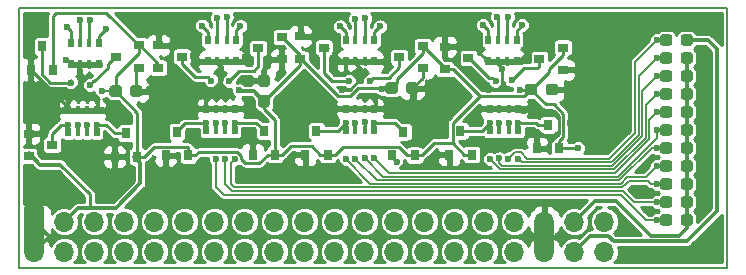
<source format=gbr>
G04 #@! TF.GenerationSoftware,KiCad,Pcbnew,(5.1.0-rc2-21-g16b3c80a7)*
G04 #@! TF.CreationDate,2019-05-25T16:35:41+02:00*
G04 #@! TF.ProjectId,Analog_Input_Module,416e616c-6f67-45f4-996e-7075745f4d6f,R2.1*
G04 #@! TF.SameCoordinates,Original*
G04 #@! TF.FileFunction,Copper,L1,Top*
G04 #@! TF.FilePolarity,Positive*
%FSLAX46Y46*%
G04 Gerber Fmt 4.6, Leading zero omitted, Abs format (unit mm)*
G04 Created by KiCad (PCBNEW (5.1.0-rc2-21-g16b3c80a7)) date 2019-05-25 16:35:41*
%MOMM*%
%LPD*%
G04 APERTURE LIST*
%ADD10C,0.150000*%
%ADD11R,0.800000X0.900000*%
%ADD12R,0.900000X0.800000*%
%ADD13O,1.700000X1.700000*%
%ADD14R,1.700000X1.700000*%
%ADD15R,0.500000X0.800000*%
%ADD16R,0.400000X0.800000*%
%ADD17C,0.100000*%
%ADD18C,0.950000*%
%ADD19C,0.600000*%
%ADD20C,0.789940*%
%ADD21C,0.152400*%
%ADD22C,0.215900*%
%ADD23C,0.304800*%
%ADD24C,1.651000*%
%ADD25C,0.254000*%
G04 APERTURE END LIST*
D10*
X80000000Y-42000000D02*
X80000000Y-20000000D01*
X80000000Y-20000000D02*
X20000000Y-20000000D01*
X80000000Y-42000000D02*
X20000000Y-42000000D01*
X20000000Y-20000000D02*
X20000000Y-42000000D01*
D11*
X29083000Y-30623000D03*
X30033000Y-32623000D03*
X28133000Y-32623000D03*
X57404000Y-30432500D03*
X58354000Y-32432500D03*
X56454000Y-32432500D03*
D12*
X22844000Y-31623000D03*
X20844000Y-32573000D03*
X20844000Y-30673000D03*
D11*
X40767000Y-30432500D03*
X41717000Y-32432500D03*
X39817000Y-32432500D03*
D12*
X58086500Y-24257000D03*
X56086500Y-25207000D03*
X56086500Y-23307000D03*
X40275000Y-23431500D03*
X42275000Y-22481500D03*
X42275000Y-24381500D03*
X28210000Y-24130000D03*
X30210000Y-23180000D03*
X30210000Y-25080000D03*
D11*
X64833500Y-29908500D03*
X65783500Y-31908500D03*
X63883500Y-31908500D03*
D12*
X64087500Y-24320500D03*
X66087500Y-23370500D03*
X66087500Y-25270500D03*
D11*
X33401000Y-30496000D03*
X34351000Y-32496000D03*
X32451000Y-32496000D03*
D12*
X45831000Y-23368000D03*
X43831000Y-24318000D03*
X43831000Y-22418000D03*
D11*
X45212000Y-30432500D03*
X46162000Y-32432500D03*
X44262000Y-32432500D03*
D12*
X33829500Y-24130000D03*
X31829500Y-25080000D03*
X31829500Y-23180000D03*
X52213000Y-24193500D03*
X54213000Y-23243500D03*
X54213000Y-25143500D03*
D11*
X52578000Y-30496000D03*
X53528000Y-32496000D03*
X51628000Y-32496000D03*
X21971000Y-23257000D03*
X22921000Y-25257000D03*
X21021000Y-25257000D03*
D13*
X69596000Y-40640000D03*
X69596000Y-38100000D03*
X67056000Y-40640000D03*
X67056000Y-38100000D03*
X64516000Y-40640000D03*
X64516000Y-38100000D03*
X61976000Y-40640000D03*
X61976000Y-38100000D03*
X59436000Y-40640000D03*
X59436000Y-38100000D03*
X56896000Y-40640000D03*
X56896000Y-38100000D03*
X54356000Y-40640000D03*
X54356000Y-38100000D03*
X51816000Y-40640000D03*
X51816000Y-38100000D03*
X49276000Y-40640000D03*
X49276000Y-38100000D03*
X46736000Y-40640000D03*
X46736000Y-38100000D03*
X44196000Y-40640000D03*
X44196000Y-38100000D03*
X41656000Y-40640000D03*
X41656000Y-38100000D03*
X39116000Y-40640000D03*
X39116000Y-38100000D03*
X36576000Y-40640000D03*
X36576000Y-38100000D03*
X34036000Y-40640000D03*
X34036000Y-38100000D03*
X31496000Y-40640000D03*
X31496000Y-38100000D03*
X28956000Y-40640000D03*
X28956000Y-38100000D03*
X26416000Y-40640000D03*
X26416000Y-38100000D03*
X23876000Y-40640000D03*
X23876000Y-38100000D03*
X21336000Y-40640000D03*
D14*
X21336000Y-38100000D03*
D15*
X59760000Y-24522000D03*
D16*
X60560000Y-24522000D03*
D15*
X62160000Y-24522000D03*
D16*
X61360000Y-24522000D03*
D15*
X59760000Y-22722000D03*
D16*
X61360000Y-22722000D03*
X60560000Y-22722000D03*
D15*
X62160000Y-22722000D03*
X47714000Y-24522000D03*
D16*
X48514000Y-24522000D03*
D15*
X50114000Y-24522000D03*
D16*
X49314000Y-24522000D03*
D15*
X47714000Y-22722000D03*
D16*
X49314000Y-22722000D03*
X48514000Y-22722000D03*
D15*
X50114000Y-22722000D03*
X62287000Y-28564000D03*
D16*
X61487000Y-28564000D03*
D15*
X59887000Y-28564000D03*
D16*
X60687000Y-28564000D03*
D15*
X62287000Y-30364000D03*
D16*
X60687000Y-30364000D03*
X61487000Y-30364000D03*
D15*
X59887000Y-30364000D03*
X50095000Y-28564000D03*
D16*
X49295000Y-28564000D03*
D15*
X47695000Y-28564000D03*
D16*
X48495000Y-28564000D03*
D15*
X50095000Y-30364000D03*
D16*
X48495000Y-30364000D03*
X49295000Y-30364000D03*
D15*
X47695000Y-30364000D03*
X36011000Y-24522000D03*
D16*
X36811000Y-24522000D03*
D15*
X38411000Y-24522000D03*
D16*
X37611000Y-24522000D03*
D15*
X36011000Y-22722000D03*
D16*
X37611000Y-22722000D03*
X36811000Y-22722000D03*
D15*
X38411000Y-22722000D03*
X24390500Y-24776000D03*
D16*
X25190500Y-24776000D03*
D15*
X26790500Y-24776000D03*
D16*
X25990500Y-24776000D03*
D15*
X24390500Y-22976000D03*
D16*
X25990500Y-22976000D03*
X25190500Y-22976000D03*
D15*
X26790500Y-22976000D03*
X38284000Y-28564000D03*
D16*
X37484000Y-28564000D03*
D15*
X35884000Y-28564000D03*
D16*
X36684000Y-28564000D03*
D15*
X38284000Y-30364000D03*
D16*
X36684000Y-30364000D03*
X37484000Y-30364000D03*
D15*
X35884000Y-30364000D03*
X26600000Y-28691000D03*
D16*
X25800000Y-28691000D03*
D15*
X24200000Y-28691000D03*
D16*
X25000000Y-28691000D03*
D15*
X26600000Y-30491000D03*
D16*
X25000000Y-30491000D03*
X25800000Y-30491000D03*
D15*
X24200000Y-30491000D03*
D17*
G36*
X76877779Y-26831144D02*
G01*
X76900834Y-26834563D01*
X76923443Y-26840227D01*
X76945387Y-26848079D01*
X76966457Y-26858044D01*
X76986448Y-26870026D01*
X77005168Y-26883910D01*
X77022438Y-26899562D01*
X77038090Y-26916832D01*
X77051974Y-26935552D01*
X77063956Y-26955543D01*
X77073921Y-26976613D01*
X77081773Y-26998557D01*
X77087437Y-27021166D01*
X77090856Y-27044221D01*
X77092000Y-27067500D01*
X77092000Y-27542500D01*
X77090856Y-27565779D01*
X77087437Y-27588834D01*
X77081773Y-27611443D01*
X77073921Y-27633387D01*
X77063956Y-27654457D01*
X77051974Y-27674448D01*
X77038090Y-27693168D01*
X77022438Y-27710438D01*
X77005168Y-27726090D01*
X76986448Y-27739974D01*
X76966457Y-27751956D01*
X76945387Y-27761921D01*
X76923443Y-27769773D01*
X76900834Y-27775437D01*
X76877779Y-27778856D01*
X76854500Y-27780000D01*
X76279500Y-27780000D01*
X76256221Y-27778856D01*
X76233166Y-27775437D01*
X76210557Y-27769773D01*
X76188613Y-27761921D01*
X76167543Y-27751956D01*
X76147552Y-27739974D01*
X76128832Y-27726090D01*
X76111562Y-27710438D01*
X76095910Y-27693168D01*
X76082026Y-27674448D01*
X76070044Y-27654457D01*
X76060079Y-27633387D01*
X76052227Y-27611443D01*
X76046563Y-27588834D01*
X76043144Y-27565779D01*
X76042000Y-27542500D01*
X76042000Y-27067500D01*
X76043144Y-27044221D01*
X76046563Y-27021166D01*
X76052227Y-26998557D01*
X76060079Y-26976613D01*
X76070044Y-26955543D01*
X76082026Y-26935552D01*
X76095910Y-26916832D01*
X76111562Y-26899562D01*
X76128832Y-26883910D01*
X76147552Y-26870026D01*
X76167543Y-26858044D01*
X76188613Y-26848079D01*
X76210557Y-26840227D01*
X76233166Y-26834563D01*
X76256221Y-26831144D01*
X76279500Y-26830000D01*
X76854500Y-26830000D01*
X76877779Y-26831144D01*
X76877779Y-26831144D01*
G37*
D18*
X76567000Y-27305000D03*
D17*
G36*
X75127779Y-26831144D02*
G01*
X75150834Y-26834563D01*
X75173443Y-26840227D01*
X75195387Y-26848079D01*
X75216457Y-26858044D01*
X75236448Y-26870026D01*
X75255168Y-26883910D01*
X75272438Y-26899562D01*
X75288090Y-26916832D01*
X75301974Y-26935552D01*
X75313956Y-26955543D01*
X75323921Y-26976613D01*
X75331773Y-26998557D01*
X75337437Y-27021166D01*
X75340856Y-27044221D01*
X75342000Y-27067500D01*
X75342000Y-27542500D01*
X75340856Y-27565779D01*
X75337437Y-27588834D01*
X75331773Y-27611443D01*
X75323921Y-27633387D01*
X75313956Y-27654457D01*
X75301974Y-27674448D01*
X75288090Y-27693168D01*
X75272438Y-27710438D01*
X75255168Y-27726090D01*
X75236448Y-27739974D01*
X75216457Y-27751956D01*
X75195387Y-27761921D01*
X75173443Y-27769773D01*
X75150834Y-27775437D01*
X75127779Y-27778856D01*
X75104500Y-27780000D01*
X74529500Y-27780000D01*
X74506221Y-27778856D01*
X74483166Y-27775437D01*
X74460557Y-27769773D01*
X74438613Y-27761921D01*
X74417543Y-27751956D01*
X74397552Y-27739974D01*
X74378832Y-27726090D01*
X74361562Y-27710438D01*
X74345910Y-27693168D01*
X74332026Y-27674448D01*
X74320044Y-27654457D01*
X74310079Y-27633387D01*
X74302227Y-27611443D01*
X74296563Y-27588834D01*
X74293144Y-27565779D01*
X74292000Y-27542500D01*
X74292000Y-27067500D01*
X74293144Y-27044221D01*
X74296563Y-27021166D01*
X74302227Y-26998557D01*
X74310079Y-26976613D01*
X74320044Y-26955543D01*
X74332026Y-26935552D01*
X74345910Y-26916832D01*
X74361562Y-26899562D01*
X74378832Y-26883910D01*
X74397552Y-26870026D01*
X74417543Y-26858044D01*
X74438613Y-26848079D01*
X74460557Y-26840227D01*
X74483166Y-26834563D01*
X74506221Y-26831144D01*
X74529500Y-26830000D01*
X75104500Y-26830000D01*
X75127779Y-26831144D01*
X75127779Y-26831144D01*
G37*
D18*
X74817000Y-27305000D03*
D17*
G36*
X76877779Y-28355144D02*
G01*
X76900834Y-28358563D01*
X76923443Y-28364227D01*
X76945387Y-28372079D01*
X76966457Y-28382044D01*
X76986448Y-28394026D01*
X77005168Y-28407910D01*
X77022438Y-28423562D01*
X77038090Y-28440832D01*
X77051974Y-28459552D01*
X77063956Y-28479543D01*
X77073921Y-28500613D01*
X77081773Y-28522557D01*
X77087437Y-28545166D01*
X77090856Y-28568221D01*
X77092000Y-28591500D01*
X77092000Y-29066500D01*
X77090856Y-29089779D01*
X77087437Y-29112834D01*
X77081773Y-29135443D01*
X77073921Y-29157387D01*
X77063956Y-29178457D01*
X77051974Y-29198448D01*
X77038090Y-29217168D01*
X77022438Y-29234438D01*
X77005168Y-29250090D01*
X76986448Y-29263974D01*
X76966457Y-29275956D01*
X76945387Y-29285921D01*
X76923443Y-29293773D01*
X76900834Y-29299437D01*
X76877779Y-29302856D01*
X76854500Y-29304000D01*
X76279500Y-29304000D01*
X76256221Y-29302856D01*
X76233166Y-29299437D01*
X76210557Y-29293773D01*
X76188613Y-29285921D01*
X76167543Y-29275956D01*
X76147552Y-29263974D01*
X76128832Y-29250090D01*
X76111562Y-29234438D01*
X76095910Y-29217168D01*
X76082026Y-29198448D01*
X76070044Y-29178457D01*
X76060079Y-29157387D01*
X76052227Y-29135443D01*
X76046563Y-29112834D01*
X76043144Y-29089779D01*
X76042000Y-29066500D01*
X76042000Y-28591500D01*
X76043144Y-28568221D01*
X76046563Y-28545166D01*
X76052227Y-28522557D01*
X76060079Y-28500613D01*
X76070044Y-28479543D01*
X76082026Y-28459552D01*
X76095910Y-28440832D01*
X76111562Y-28423562D01*
X76128832Y-28407910D01*
X76147552Y-28394026D01*
X76167543Y-28382044D01*
X76188613Y-28372079D01*
X76210557Y-28364227D01*
X76233166Y-28358563D01*
X76256221Y-28355144D01*
X76279500Y-28354000D01*
X76854500Y-28354000D01*
X76877779Y-28355144D01*
X76877779Y-28355144D01*
G37*
D18*
X76567000Y-28829000D03*
D17*
G36*
X75127779Y-28355144D02*
G01*
X75150834Y-28358563D01*
X75173443Y-28364227D01*
X75195387Y-28372079D01*
X75216457Y-28382044D01*
X75236448Y-28394026D01*
X75255168Y-28407910D01*
X75272438Y-28423562D01*
X75288090Y-28440832D01*
X75301974Y-28459552D01*
X75313956Y-28479543D01*
X75323921Y-28500613D01*
X75331773Y-28522557D01*
X75337437Y-28545166D01*
X75340856Y-28568221D01*
X75342000Y-28591500D01*
X75342000Y-29066500D01*
X75340856Y-29089779D01*
X75337437Y-29112834D01*
X75331773Y-29135443D01*
X75323921Y-29157387D01*
X75313956Y-29178457D01*
X75301974Y-29198448D01*
X75288090Y-29217168D01*
X75272438Y-29234438D01*
X75255168Y-29250090D01*
X75236448Y-29263974D01*
X75216457Y-29275956D01*
X75195387Y-29285921D01*
X75173443Y-29293773D01*
X75150834Y-29299437D01*
X75127779Y-29302856D01*
X75104500Y-29304000D01*
X74529500Y-29304000D01*
X74506221Y-29302856D01*
X74483166Y-29299437D01*
X74460557Y-29293773D01*
X74438613Y-29285921D01*
X74417543Y-29275956D01*
X74397552Y-29263974D01*
X74378832Y-29250090D01*
X74361562Y-29234438D01*
X74345910Y-29217168D01*
X74332026Y-29198448D01*
X74320044Y-29178457D01*
X74310079Y-29157387D01*
X74302227Y-29135443D01*
X74296563Y-29112834D01*
X74293144Y-29089779D01*
X74292000Y-29066500D01*
X74292000Y-28591500D01*
X74293144Y-28568221D01*
X74296563Y-28545166D01*
X74302227Y-28522557D01*
X74310079Y-28500613D01*
X74320044Y-28479543D01*
X74332026Y-28459552D01*
X74345910Y-28440832D01*
X74361562Y-28423562D01*
X74378832Y-28407910D01*
X74397552Y-28394026D01*
X74417543Y-28382044D01*
X74438613Y-28372079D01*
X74460557Y-28364227D01*
X74483166Y-28358563D01*
X74506221Y-28355144D01*
X74529500Y-28354000D01*
X75104500Y-28354000D01*
X75127779Y-28355144D01*
X75127779Y-28355144D01*
G37*
D18*
X74817000Y-28829000D03*
D17*
G36*
X76877779Y-25307144D02*
G01*
X76900834Y-25310563D01*
X76923443Y-25316227D01*
X76945387Y-25324079D01*
X76966457Y-25334044D01*
X76986448Y-25346026D01*
X77005168Y-25359910D01*
X77022438Y-25375562D01*
X77038090Y-25392832D01*
X77051974Y-25411552D01*
X77063956Y-25431543D01*
X77073921Y-25452613D01*
X77081773Y-25474557D01*
X77087437Y-25497166D01*
X77090856Y-25520221D01*
X77092000Y-25543500D01*
X77092000Y-26018500D01*
X77090856Y-26041779D01*
X77087437Y-26064834D01*
X77081773Y-26087443D01*
X77073921Y-26109387D01*
X77063956Y-26130457D01*
X77051974Y-26150448D01*
X77038090Y-26169168D01*
X77022438Y-26186438D01*
X77005168Y-26202090D01*
X76986448Y-26215974D01*
X76966457Y-26227956D01*
X76945387Y-26237921D01*
X76923443Y-26245773D01*
X76900834Y-26251437D01*
X76877779Y-26254856D01*
X76854500Y-26256000D01*
X76279500Y-26256000D01*
X76256221Y-26254856D01*
X76233166Y-26251437D01*
X76210557Y-26245773D01*
X76188613Y-26237921D01*
X76167543Y-26227956D01*
X76147552Y-26215974D01*
X76128832Y-26202090D01*
X76111562Y-26186438D01*
X76095910Y-26169168D01*
X76082026Y-26150448D01*
X76070044Y-26130457D01*
X76060079Y-26109387D01*
X76052227Y-26087443D01*
X76046563Y-26064834D01*
X76043144Y-26041779D01*
X76042000Y-26018500D01*
X76042000Y-25543500D01*
X76043144Y-25520221D01*
X76046563Y-25497166D01*
X76052227Y-25474557D01*
X76060079Y-25452613D01*
X76070044Y-25431543D01*
X76082026Y-25411552D01*
X76095910Y-25392832D01*
X76111562Y-25375562D01*
X76128832Y-25359910D01*
X76147552Y-25346026D01*
X76167543Y-25334044D01*
X76188613Y-25324079D01*
X76210557Y-25316227D01*
X76233166Y-25310563D01*
X76256221Y-25307144D01*
X76279500Y-25306000D01*
X76854500Y-25306000D01*
X76877779Y-25307144D01*
X76877779Y-25307144D01*
G37*
D18*
X76567000Y-25781000D03*
D17*
G36*
X75127779Y-25307144D02*
G01*
X75150834Y-25310563D01*
X75173443Y-25316227D01*
X75195387Y-25324079D01*
X75216457Y-25334044D01*
X75236448Y-25346026D01*
X75255168Y-25359910D01*
X75272438Y-25375562D01*
X75288090Y-25392832D01*
X75301974Y-25411552D01*
X75313956Y-25431543D01*
X75323921Y-25452613D01*
X75331773Y-25474557D01*
X75337437Y-25497166D01*
X75340856Y-25520221D01*
X75342000Y-25543500D01*
X75342000Y-26018500D01*
X75340856Y-26041779D01*
X75337437Y-26064834D01*
X75331773Y-26087443D01*
X75323921Y-26109387D01*
X75313956Y-26130457D01*
X75301974Y-26150448D01*
X75288090Y-26169168D01*
X75272438Y-26186438D01*
X75255168Y-26202090D01*
X75236448Y-26215974D01*
X75216457Y-26227956D01*
X75195387Y-26237921D01*
X75173443Y-26245773D01*
X75150834Y-26251437D01*
X75127779Y-26254856D01*
X75104500Y-26256000D01*
X74529500Y-26256000D01*
X74506221Y-26254856D01*
X74483166Y-26251437D01*
X74460557Y-26245773D01*
X74438613Y-26237921D01*
X74417543Y-26227956D01*
X74397552Y-26215974D01*
X74378832Y-26202090D01*
X74361562Y-26186438D01*
X74345910Y-26169168D01*
X74332026Y-26150448D01*
X74320044Y-26130457D01*
X74310079Y-26109387D01*
X74302227Y-26087443D01*
X74296563Y-26064834D01*
X74293144Y-26041779D01*
X74292000Y-26018500D01*
X74292000Y-25543500D01*
X74293144Y-25520221D01*
X74296563Y-25497166D01*
X74302227Y-25474557D01*
X74310079Y-25452613D01*
X74320044Y-25431543D01*
X74332026Y-25411552D01*
X74345910Y-25392832D01*
X74361562Y-25375562D01*
X74378832Y-25359910D01*
X74397552Y-25346026D01*
X74417543Y-25334044D01*
X74438613Y-25324079D01*
X74460557Y-25316227D01*
X74483166Y-25310563D01*
X74506221Y-25307144D01*
X74529500Y-25306000D01*
X75104500Y-25306000D01*
X75127779Y-25307144D01*
X75127779Y-25307144D01*
G37*
D18*
X74817000Y-25781000D03*
D17*
G36*
X76877779Y-22259144D02*
G01*
X76900834Y-22262563D01*
X76923443Y-22268227D01*
X76945387Y-22276079D01*
X76966457Y-22286044D01*
X76986448Y-22298026D01*
X77005168Y-22311910D01*
X77022438Y-22327562D01*
X77038090Y-22344832D01*
X77051974Y-22363552D01*
X77063956Y-22383543D01*
X77073921Y-22404613D01*
X77081773Y-22426557D01*
X77087437Y-22449166D01*
X77090856Y-22472221D01*
X77092000Y-22495500D01*
X77092000Y-22970500D01*
X77090856Y-22993779D01*
X77087437Y-23016834D01*
X77081773Y-23039443D01*
X77073921Y-23061387D01*
X77063956Y-23082457D01*
X77051974Y-23102448D01*
X77038090Y-23121168D01*
X77022438Y-23138438D01*
X77005168Y-23154090D01*
X76986448Y-23167974D01*
X76966457Y-23179956D01*
X76945387Y-23189921D01*
X76923443Y-23197773D01*
X76900834Y-23203437D01*
X76877779Y-23206856D01*
X76854500Y-23208000D01*
X76279500Y-23208000D01*
X76256221Y-23206856D01*
X76233166Y-23203437D01*
X76210557Y-23197773D01*
X76188613Y-23189921D01*
X76167543Y-23179956D01*
X76147552Y-23167974D01*
X76128832Y-23154090D01*
X76111562Y-23138438D01*
X76095910Y-23121168D01*
X76082026Y-23102448D01*
X76070044Y-23082457D01*
X76060079Y-23061387D01*
X76052227Y-23039443D01*
X76046563Y-23016834D01*
X76043144Y-22993779D01*
X76042000Y-22970500D01*
X76042000Y-22495500D01*
X76043144Y-22472221D01*
X76046563Y-22449166D01*
X76052227Y-22426557D01*
X76060079Y-22404613D01*
X76070044Y-22383543D01*
X76082026Y-22363552D01*
X76095910Y-22344832D01*
X76111562Y-22327562D01*
X76128832Y-22311910D01*
X76147552Y-22298026D01*
X76167543Y-22286044D01*
X76188613Y-22276079D01*
X76210557Y-22268227D01*
X76233166Y-22262563D01*
X76256221Y-22259144D01*
X76279500Y-22258000D01*
X76854500Y-22258000D01*
X76877779Y-22259144D01*
X76877779Y-22259144D01*
G37*
D18*
X76567000Y-22733000D03*
D17*
G36*
X75127779Y-22259144D02*
G01*
X75150834Y-22262563D01*
X75173443Y-22268227D01*
X75195387Y-22276079D01*
X75216457Y-22286044D01*
X75236448Y-22298026D01*
X75255168Y-22311910D01*
X75272438Y-22327562D01*
X75288090Y-22344832D01*
X75301974Y-22363552D01*
X75313956Y-22383543D01*
X75323921Y-22404613D01*
X75331773Y-22426557D01*
X75337437Y-22449166D01*
X75340856Y-22472221D01*
X75342000Y-22495500D01*
X75342000Y-22970500D01*
X75340856Y-22993779D01*
X75337437Y-23016834D01*
X75331773Y-23039443D01*
X75323921Y-23061387D01*
X75313956Y-23082457D01*
X75301974Y-23102448D01*
X75288090Y-23121168D01*
X75272438Y-23138438D01*
X75255168Y-23154090D01*
X75236448Y-23167974D01*
X75216457Y-23179956D01*
X75195387Y-23189921D01*
X75173443Y-23197773D01*
X75150834Y-23203437D01*
X75127779Y-23206856D01*
X75104500Y-23208000D01*
X74529500Y-23208000D01*
X74506221Y-23206856D01*
X74483166Y-23203437D01*
X74460557Y-23197773D01*
X74438613Y-23189921D01*
X74417543Y-23179956D01*
X74397552Y-23167974D01*
X74378832Y-23154090D01*
X74361562Y-23138438D01*
X74345910Y-23121168D01*
X74332026Y-23102448D01*
X74320044Y-23082457D01*
X74310079Y-23061387D01*
X74302227Y-23039443D01*
X74296563Y-23016834D01*
X74293144Y-22993779D01*
X74292000Y-22970500D01*
X74292000Y-22495500D01*
X74293144Y-22472221D01*
X74296563Y-22449166D01*
X74302227Y-22426557D01*
X74310079Y-22404613D01*
X74320044Y-22383543D01*
X74332026Y-22363552D01*
X74345910Y-22344832D01*
X74361562Y-22327562D01*
X74378832Y-22311910D01*
X74397552Y-22298026D01*
X74417543Y-22286044D01*
X74438613Y-22276079D01*
X74460557Y-22268227D01*
X74483166Y-22262563D01*
X74506221Y-22259144D01*
X74529500Y-22258000D01*
X75104500Y-22258000D01*
X75127779Y-22259144D01*
X75127779Y-22259144D01*
G37*
D18*
X74817000Y-22733000D03*
D17*
G36*
X76877779Y-23783144D02*
G01*
X76900834Y-23786563D01*
X76923443Y-23792227D01*
X76945387Y-23800079D01*
X76966457Y-23810044D01*
X76986448Y-23822026D01*
X77005168Y-23835910D01*
X77022438Y-23851562D01*
X77038090Y-23868832D01*
X77051974Y-23887552D01*
X77063956Y-23907543D01*
X77073921Y-23928613D01*
X77081773Y-23950557D01*
X77087437Y-23973166D01*
X77090856Y-23996221D01*
X77092000Y-24019500D01*
X77092000Y-24494500D01*
X77090856Y-24517779D01*
X77087437Y-24540834D01*
X77081773Y-24563443D01*
X77073921Y-24585387D01*
X77063956Y-24606457D01*
X77051974Y-24626448D01*
X77038090Y-24645168D01*
X77022438Y-24662438D01*
X77005168Y-24678090D01*
X76986448Y-24691974D01*
X76966457Y-24703956D01*
X76945387Y-24713921D01*
X76923443Y-24721773D01*
X76900834Y-24727437D01*
X76877779Y-24730856D01*
X76854500Y-24732000D01*
X76279500Y-24732000D01*
X76256221Y-24730856D01*
X76233166Y-24727437D01*
X76210557Y-24721773D01*
X76188613Y-24713921D01*
X76167543Y-24703956D01*
X76147552Y-24691974D01*
X76128832Y-24678090D01*
X76111562Y-24662438D01*
X76095910Y-24645168D01*
X76082026Y-24626448D01*
X76070044Y-24606457D01*
X76060079Y-24585387D01*
X76052227Y-24563443D01*
X76046563Y-24540834D01*
X76043144Y-24517779D01*
X76042000Y-24494500D01*
X76042000Y-24019500D01*
X76043144Y-23996221D01*
X76046563Y-23973166D01*
X76052227Y-23950557D01*
X76060079Y-23928613D01*
X76070044Y-23907543D01*
X76082026Y-23887552D01*
X76095910Y-23868832D01*
X76111562Y-23851562D01*
X76128832Y-23835910D01*
X76147552Y-23822026D01*
X76167543Y-23810044D01*
X76188613Y-23800079D01*
X76210557Y-23792227D01*
X76233166Y-23786563D01*
X76256221Y-23783144D01*
X76279500Y-23782000D01*
X76854500Y-23782000D01*
X76877779Y-23783144D01*
X76877779Y-23783144D01*
G37*
D18*
X76567000Y-24257000D03*
D17*
G36*
X75127779Y-23783144D02*
G01*
X75150834Y-23786563D01*
X75173443Y-23792227D01*
X75195387Y-23800079D01*
X75216457Y-23810044D01*
X75236448Y-23822026D01*
X75255168Y-23835910D01*
X75272438Y-23851562D01*
X75288090Y-23868832D01*
X75301974Y-23887552D01*
X75313956Y-23907543D01*
X75323921Y-23928613D01*
X75331773Y-23950557D01*
X75337437Y-23973166D01*
X75340856Y-23996221D01*
X75342000Y-24019500D01*
X75342000Y-24494500D01*
X75340856Y-24517779D01*
X75337437Y-24540834D01*
X75331773Y-24563443D01*
X75323921Y-24585387D01*
X75313956Y-24606457D01*
X75301974Y-24626448D01*
X75288090Y-24645168D01*
X75272438Y-24662438D01*
X75255168Y-24678090D01*
X75236448Y-24691974D01*
X75216457Y-24703956D01*
X75195387Y-24713921D01*
X75173443Y-24721773D01*
X75150834Y-24727437D01*
X75127779Y-24730856D01*
X75104500Y-24732000D01*
X74529500Y-24732000D01*
X74506221Y-24730856D01*
X74483166Y-24727437D01*
X74460557Y-24721773D01*
X74438613Y-24713921D01*
X74417543Y-24703956D01*
X74397552Y-24691974D01*
X74378832Y-24678090D01*
X74361562Y-24662438D01*
X74345910Y-24645168D01*
X74332026Y-24626448D01*
X74320044Y-24606457D01*
X74310079Y-24585387D01*
X74302227Y-24563443D01*
X74296563Y-24540834D01*
X74293144Y-24517779D01*
X74292000Y-24494500D01*
X74292000Y-24019500D01*
X74293144Y-23996221D01*
X74296563Y-23973166D01*
X74302227Y-23950557D01*
X74310079Y-23928613D01*
X74320044Y-23907543D01*
X74332026Y-23887552D01*
X74345910Y-23868832D01*
X74361562Y-23851562D01*
X74378832Y-23835910D01*
X74397552Y-23822026D01*
X74417543Y-23810044D01*
X74438613Y-23800079D01*
X74460557Y-23792227D01*
X74483166Y-23786563D01*
X74506221Y-23783144D01*
X74529500Y-23782000D01*
X75104500Y-23782000D01*
X75127779Y-23783144D01*
X75127779Y-23783144D01*
G37*
D18*
X74817000Y-24257000D03*
D17*
G36*
X76877779Y-32927144D02*
G01*
X76900834Y-32930563D01*
X76923443Y-32936227D01*
X76945387Y-32944079D01*
X76966457Y-32954044D01*
X76986448Y-32966026D01*
X77005168Y-32979910D01*
X77022438Y-32995562D01*
X77038090Y-33012832D01*
X77051974Y-33031552D01*
X77063956Y-33051543D01*
X77073921Y-33072613D01*
X77081773Y-33094557D01*
X77087437Y-33117166D01*
X77090856Y-33140221D01*
X77092000Y-33163500D01*
X77092000Y-33638500D01*
X77090856Y-33661779D01*
X77087437Y-33684834D01*
X77081773Y-33707443D01*
X77073921Y-33729387D01*
X77063956Y-33750457D01*
X77051974Y-33770448D01*
X77038090Y-33789168D01*
X77022438Y-33806438D01*
X77005168Y-33822090D01*
X76986448Y-33835974D01*
X76966457Y-33847956D01*
X76945387Y-33857921D01*
X76923443Y-33865773D01*
X76900834Y-33871437D01*
X76877779Y-33874856D01*
X76854500Y-33876000D01*
X76279500Y-33876000D01*
X76256221Y-33874856D01*
X76233166Y-33871437D01*
X76210557Y-33865773D01*
X76188613Y-33857921D01*
X76167543Y-33847956D01*
X76147552Y-33835974D01*
X76128832Y-33822090D01*
X76111562Y-33806438D01*
X76095910Y-33789168D01*
X76082026Y-33770448D01*
X76070044Y-33750457D01*
X76060079Y-33729387D01*
X76052227Y-33707443D01*
X76046563Y-33684834D01*
X76043144Y-33661779D01*
X76042000Y-33638500D01*
X76042000Y-33163500D01*
X76043144Y-33140221D01*
X76046563Y-33117166D01*
X76052227Y-33094557D01*
X76060079Y-33072613D01*
X76070044Y-33051543D01*
X76082026Y-33031552D01*
X76095910Y-33012832D01*
X76111562Y-32995562D01*
X76128832Y-32979910D01*
X76147552Y-32966026D01*
X76167543Y-32954044D01*
X76188613Y-32944079D01*
X76210557Y-32936227D01*
X76233166Y-32930563D01*
X76256221Y-32927144D01*
X76279500Y-32926000D01*
X76854500Y-32926000D01*
X76877779Y-32927144D01*
X76877779Y-32927144D01*
G37*
D18*
X76567000Y-33401000D03*
D17*
G36*
X75127779Y-32927144D02*
G01*
X75150834Y-32930563D01*
X75173443Y-32936227D01*
X75195387Y-32944079D01*
X75216457Y-32954044D01*
X75236448Y-32966026D01*
X75255168Y-32979910D01*
X75272438Y-32995562D01*
X75288090Y-33012832D01*
X75301974Y-33031552D01*
X75313956Y-33051543D01*
X75323921Y-33072613D01*
X75331773Y-33094557D01*
X75337437Y-33117166D01*
X75340856Y-33140221D01*
X75342000Y-33163500D01*
X75342000Y-33638500D01*
X75340856Y-33661779D01*
X75337437Y-33684834D01*
X75331773Y-33707443D01*
X75323921Y-33729387D01*
X75313956Y-33750457D01*
X75301974Y-33770448D01*
X75288090Y-33789168D01*
X75272438Y-33806438D01*
X75255168Y-33822090D01*
X75236448Y-33835974D01*
X75216457Y-33847956D01*
X75195387Y-33857921D01*
X75173443Y-33865773D01*
X75150834Y-33871437D01*
X75127779Y-33874856D01*
X75104500Y-33876000D01*
X74529500Y-33876000D01*
X74506221Y-33874856D01*
X74483166Y-33871437D01*
X74460557Y-33865773D01*
X74438613Y-33857921D01*
X74417543Y-33847956D01*
X74397552Y-33835974D01*
X74378832Y-33822090D01*
X74361562Y-33806438D01*
X74345910Y-33789168D01*
X74332026Y-33770448D01*
X74320044Y-33750457D01*
X74310079Y-33729387D01*
X74302227Y-33707443D01*
X74296563Y-33684834D01*
X74293144Y-33661779D01*
X74292000Y-33638500D01*
X74292000Y-33163500D01*
X74293144Y-33140221D01*
X74296563Y-33117166D01*
X74302227Y-33094557D01*
X74310079Y-33072613D01*
X74320044Y-33051543D01*
X74332026Y-33031552D01*
X74345910Y-33012832D01*
X74361562Y-32995562D01*
X74378832Y-32979910D01*
X74397552Y-32966026D01*
X74417543Y-32954044D01*
X74438613Y-32944079D01*
X74460557Y-32936227D01*
X74483166Y-32930563D01*
X74506221Y-32927144D01*
X74529500Y-32926000D01*
X75104500Y-32926000D01*
X75127779Y-32927144D01*
X75127779Y-32927144D01*
G37*
D18*
X74817000Y-33401000D03*
D17*
G36*
X75127779Y-29879144D02*
G01*
X75150834Y-29882563D01*
X75173443Y-29888227D01*
X75195387Y-29896079D01*
X75216457Y-29906044D01*
X75236448Y-29918026D01*
X75255168Y-29931910D01*
X75272438Y-29947562D01*
X75288090Y-29964832D01*
X75301974Y-29983552D01*
X75313956Y-30003543D01*
X75323921Y-30024613D01*
X75331773Y-30046557D01*
X75337437Y-30069166D01*
X75340856Y-30092221D01*
X75342000Y-30115500D01*
X75342000Y-30590500D01*
X75340856Y-30613779D01*
X75337437Y-30636834D01*
X75331773Y-30659443D01*
X75323921Y-30681387D01*
X75313956Y-30702457D01*
X75301974Y-30722448D01*
X75288090Y-30741168D01*
X75272438Y-30758438D01*
X75255168Y-30774090D01*
X75236448Y-30787974D01*
X75216457Y-30799956D01*
X75195387Y-30809921D01*
X75173443Y-30817773D01*
X75150834Y-30823437D01*
X75127779Y-30826856D01*
X75104500Y-30828000D01*
X74529500Y-30828000D01*
X74506221Y-30826856D01*
X74483166Y-30823437D01*
X74460557Y-30817773D01*
X74438613Y-30809921D01*
X74417543Y-30799956D01*
X74397552Y-30787974D01*
X74378832Y-30774090D01*
X74361562Y-30758438D01*
X74345910Y-30741168D01*
X74332026Y-30722448D01*
X74320044Y-30702457D01*
X74310079Y-30681387D01*
X74302227Y-30659443D01*
X74296563Y-30636834D01*
X74293144Y-30613779D01*
X74292000Y-30590500D01*
X74292000Y-30115500D01*
X74293144Y-30092221D01*
X74296563Y-30069166D01*
X74302227Y-30046557D01*
X74310079Y-30024613D01*
X74320044Y-30003543D01*
X74332026Y-29983552D01*
X74345910Y-29964832D01*
X74361562Y-29947562D01*
X74378832Y-29931910D01*
X74397552Y-29918026D01*
X74417543Y-29906044D01*
X74438613Y-29896079D01*
X74460557Y-29888227D01*
X74483166Y-29882563D01*
X74506221Y-29879144D01*
X74529500Y-29878000D01*
X75104500Y-29878000D01*
X75127779Y-29879144D01*
X75127779Y-29879144D01*
G37*
D18*
X74817000Y-30353000D03*
D17*
G36*
X76877779Y-29879144D02*
G01*
X76900834Y-29882563D01*
X76923443Y-29888227D01*
X76945387Y-29896079D01*
X76966457Y-29906044D01*
X76986448Y-29918026D01*
X77005168Y-29931910D01*
X77022438Y-29947562D01*
X77038090Y-29964832D01*
X77051974Y-29983552D01*
X77063956Y-30003543D01*
X77073921Y-30024613D01*
X77081773Y-30046557D01*
X77087437Y-30069166D01*
X77090856Y-30092221D01*
X77092000Y-30115500D01*
X77092000Y-30590500D01*
X77090856Y-30613779D01*
X77087437Y-30636834D01*
X77081773Y-30659443D01*
X77073921Y-30681387D01*
X77063956Y-30702457D01*
X77051974Y-30722448D01*
X77038090Y-30741168D01*
X77022438Y-30758438D01*
X77005168Y-30774090D01*
X76986448Y-30787974D01*
X76966457Y-30799956D01*
X76945387Y-30809921D01*
X76923443Y-30817773D01*
X76900834Y-30823437D01*
X76877779Y-30826856D01*
X76854500Y-30828000D01*
X76279500Y-30828000D01*
X76256221Y-30826856D01*
X76233166Y-30823437D01*
X76210557Y-30817773D01*
X76188613Y-30809921D01*
X76167543Y-30799956D01*
X76147552Y-30787974D01*
X76128832Y-30774090D01*
X76111562Y-30758438D01*
X76095910Y-30741168D01*
X76082026Y-30722448D01*
X76070044Y-30702457D01*
X76060079Y-30681387D01*
X76052227Y-30659443D01*
X76046563Y-30636834D01*
X76043144Y-30613779D01*
X76042000Y-30590500D01*
X76042000Y-30115500D01*
X76043144Y-30092221D01*
X76046563Y-30069166D01*
X76052227Y-30046557D01*
X76060079Y-30024613D01*
X76070044Y-30003543D01*
X76082026Y-29983552D01*
X76095910Y-29964832D01*
X76111562Y-29947562D01*
X76128832Y-29931910D01*
X76147552Y-29918026D01*
X76167543Y-29906044D01*
X76188613Y-29896079D01*
X76210557Y-29888227D01*
X76233166Y-29882563D01*
X76256221Y-29879144D01*
X76279500Y-29878000D01*
X76854500Y-29878000D01*
X76877779Y-29879144D01*
X76877779Y-29879144D01*
G37*
D18*
X76567000Y-30353000D03*
D17*
G36*
X75127779Y-34451144D02*
G01*
X75150834Y-34454563D01*
X75173443Y-34460227D01*
X75195387Y-34468079D01*
X75216457Y-34478044D01*
X75236448Y-34490026D01*
X75255168Y-34503910D01*
X75272438Y-34519562D01*
X75288090Y-34536832D01*
X75301974Y-34555552D01*
X75313956Y-34575543D01*
X75323921Y-34596613D01*
X75331773Y-34618557D01*
X75337437Y-34641166D01*
X75340856Y-34664221D01*
X75342000Y-34687500D01*
X75342000Y-35162500D01*
X75340856Y-35185779D01*
X75337437Y-35208834D01*
X75331773Y-35231443D01*
X75323921Y-35253387D01*
X75313956Y-35274457D01*
X75301974Y-35294448D01*
X75288090Y-35313168D01*
X75272438Y-35330438D01*
X75255168Y-35346090D01*
X75236448Y-35359974D01*
X75216457Y-35371956D01*
X75195387Y-35381921D01*
X75173443Y-35389773D01*
X75150834Y-35395437D01*
X75127779Y-35398856D01*
X75104500Y-35400000D01*
X74529500Y-35400000D01*
X74506221Y-35398856D01*
X74483166Y-35395437D01*
X74460557Y-35389773D01*
X74438613Y-35381921D01*
X74417543Y-35371956D01*
X74397552Y-35359974D01*
X74378832Y-35346090D01*
X74361562Y-35330438D01*
X74345910Y-35313168D01*
X74332026Y-35294448D01*
X74320044Y-35274457D01*
X74310079Y-35253387D01*
X74302227Y-35231443D01*
X74296563Y-35208834D01*
X74293144Y-35185779D01*
X74292000Y-35162500D01*
X74292000Y-34687500D01*
X74293144Y-34664221D01*
X74296563Y-34641166D01*
X74302227Y-34618557D01*
X74310079Y-34596613D01*
X74320044Y-34575543D01*
X74332026Y-34555552D01*
X74345910Y-34536832D01*
X74361562Y-34519562D01*
X74378832Y-34503910D01*
X74397552Y-34490026D01*
X74417543Y-34478044D01*
X74438613Y-34468079D01*
X74460557Y-34460227D01*
X74483166Y-34454563D01*
X74506221Y-34451144D01*
X74529500Y-34450000D01*
X75104500Y-34450000D01*
X75127779Y-34451144D01*
X75127779Y-34451144D01*
G37*
D18*
X74817000Y-34925000D03*
D17*
G36*
X76877779Y-34451144D02*
G01*
X76900834Y-34454563D01*
X76923443Y-34460227D01*
X76945387Y-34468079D01*
X76966457Y-34478044D01*
X76986448Y-34490026D01*
X77005168Y-34503910D01*
X77022438Y-34519562D01*
X77038090Y-34536832D01*
X77051974Y-34555552D01*
X77063956Y-34575543D01*
X77073921Y-34596613D01*
X77081773Y-34618557D01*
X77087437Y-34641166D01*
X77090856Y-34664221D01*
X77092000Y-34687500D01*
X77092000Y-35162500D01*
X77090856Y-35185779D01*
X77087437Y-35208834D01*
X77081773Y-35231443D01*
X77073921Y-35253387D01*
X77063956Y-35274457D01*
X77051974Y-35294448D01*
X77038090Y-35313168D01*
X77022438Y-35330438D01*
X77005168Y-35346090D01*
X76986448Y-35359974D01*
X76966457Y-35371956D01*
X76945387Y-35381921D01*
X76923443Y-35389773D01*
X76900834Y-35395437D01*
X76877779Y-35398856D01*
X76854500Y-35400000D01*
X76279500Y-35400000D01*
X76256221Y-35398856D01*
X76233166Y-35395437D01*
X76210557Y-35389773D01*
X76188613Y-35381921D01*
X76167543Y-35371956D01*
X76147552Y-35359974D01*
X76128832Y-35346090D01*
X76111562Y-35330438D01*
X76095910Y-35313168D01*
X76082026Y-35294448D01*
X76070044Y-35274457D01*
X76060079Y-35253387D01*
X76052227Y-35231443D01*
X76046563Y-35208834D01*
X76043144Y-35185779D01*
X76042000Y-35162500D01*
X76042000Y-34687500D01*
X76043144Y-34664221D01*
X76046563Y-34641166D01*
X76052227Y-34618557D01*
X76060079Y-34596613D01*
X76070044Y-34575543D01*
X76082026Y-34555552D01*
X76095910Y-34536832D01*
X76111562Y-34519562D01*
X76128832Y-34503910D01*
X76147552Y-34490026D01*
X76167543Y-34478044D01*
X76188613Y-34468079D01*
X76210557Y-34460227D01*
X76233166Y-34454563D01*
X76256221Y-34451144D01*
X76279500Y-34450000D01*
X76854500Y-34450000D01*
X76877779Y-34451144D01*
X76877779Y-34451144D01*
G37*
D18*
X76567000Y-34925000D03*
D17*
G36*
X75127779Y-35975144D02*
G01*
X75150834Y-35978563D01*
X75173443Y-35984227D01*
X75195387Y-35992079D01*
X75216457Y-36002044D01*
X75236448Y-36014026D01*
X75255168Y-36027910D01*
X75272438Y-36043562D01*
X75288090Y-36060832D01*
X75301974Y-36079552D01*
X75313956Y-36099543D01*
X75323921Y-36120613D01*
X75331773Y-36142557D01*
X75337437Y-36165166D01*
X75340856Y-36188221D01*
X75342000Y-36211500D01*
X75342000Y-36686500D01*
X75340856Y-36709779D01*
X75337437Y-36732834D01*
X75331773Y-36755443D01*
X75323921Y-36777387D01*
X75313956Y-36798457D01*
X75301974Y-36818448D01*
X75288090Y-36837168D01*
X75272438Y-36854438D01*
X75255168Y-36870090D01*
X75236448Y-36883974D01*
X75216457Y-36895956D01*
X75195387Y-36905921D01*
X75173443Y-36913773D01*
X75150834Y-36919437D01*
X75127779Y-36922856D01*
X75104500Y-36924000D01*
X74529500Y-36924000D01*
X74506221Y-36922856D01*
X74483166Y-36919437D01*
X74460557Y-36913773D01*
X74438613Y-36905921D01*
X74417543Y-36895956D01*
X74397552Y-36883974D01*
X74378832Y-36870090D01*
X74361562Y-36854438D01*
X74345910Y-36837168D01*
X74332026Y-36818448D01*
X74320044Y-36798457D01*
X74310079Y-36777387D01*
X74302227Y-36755443D01*
X74296563Y-36732834D01*
X74293144Y-36709779D01*
X74292000Y-36686500D01*
X74292000Y-36211500D01*
X74293144Y-36188221D01*
X74296563Y-36165166D01*
X74302227Y-36142557D01*
X74310079Y-36120613D01*
X74320044Y-36099543D01*
X74332026Y-36079552D01*
X74345910Y-36060832D01*
X74361562Y-36043562D01*
X74378832Y-36027910D01*
X74397552Y-36014026D01*
X74417543Y-36002044D01*
X74438613Y-35992079D01*
X74460557Y-35984227D01*
X74483166Y-35978563D01*
X74506221Y-35975144D01*
X74529500Y-35974000D01*
X75104500Y-35974000D01*
X75127779Y-35975144D01*
X75127779Y-35975144D01*
G37*
D18*
X74817000Y-36449000D03*
D17*
G36*
X76877779Y-35975144D02*
G01*
X76900834Y-35978563D01*
X76923443Y-35984227D01*
X76945387Y-35992079D01*
X76966457Y-36002044D01*
X76986448Y-36014026D01*
X77005168Y-36027910D01*
X77022438Y-36043562D01*
X77038090Y-36060832D01*
X77051974Y-36079552D01*
X77063956Y-36099543D01*
X77073921Y-36120613D01*
X77081773Y-36142557D01*
X77087437Y-36165166D01*
X77090856Y-36188221D01*
X77092000Y-36211500D01*
X77092000Y-36686500D01*
X77090856Y-36709779D01*
X77087437Y-36732834D01*
X77081773Y-36755443D01*
X77073921Y-36777387D01*
X77063956Y-36798457D01*
X77051974Y-36818448D01*
X77038090Y-36837168D01*
X77022438Y-36854438D01*
X77005168Y-36870090D01*
X76986448Y-36883974D01*
X76966457Y-36895956D01*
X76945387Y-36905921D01*
X76923443Y-36913773D01*
X76900834Y-36919437D01*
X76877779Y-36922856D01*
X76854500Y-36924000D01*
X76279500Y-36924000D01*
X76256221Y-36922856D01*
X76233166Y-36919437D01*
X76210557Y-36913773D01*
X76188613Y-36905921D01*
X76167543Y-36895956D01*
X76147552Y-36883974D01*
X76128832Y-36870090D01*
X76111562Y-36854438D01*
X76095910Y-36837168D01*
X76082026Y-36818448D01*
X76070044Y-36798457D01*
X76060079Y-36777387D01*
X76052227Y-36755443D01*
X76046563Y-36732834D01*
X76043144Y-36709779D01*
X76042000Y-36686500D01*
X76042000Y-36211500D01*
X76043144Y-36188221D01*
X76046563Y-36165166D01*
X76052227Y-36142557D01*
X76060079Y-36120613D01*
X76070044Y-36099543D01*
X76082026Y-36079552D01*
X76095910Y-36060832D01*
X76111562Y-36043562D01*
X76128832Y-36027910D01*
X76147552Y-36014026D01*
X76167543Y-36002044D01*
X76188613Y-35992079D01*
X76210557Y-35984227D01*
X76233166Y-35978563D01*
X76256221Y-35975144D01*
X76279500Y-35974000D01*
X76854500Y-35974000D01*
X76877779Y-35975144D01*
X76877779Y-35975144D01*
G37*
D18*
X76567000Y-36449000D03*
D17*
G36*
X75127779Y-31403144D02*
G01*
X75150834Y-31406563D01*
X75173443Y-31412227D01*
X75195387Y-31420079D01*
X75216457Y-31430044D01*
X75236448Y-31442026D01*
X75255168Y-31455910D01*
X75272438Y-31471562D01*
X75288090Y-31488832D01*
X75301974Y-31507552D01*
X75313956Y-31527543D01*
X75323921Y-31548613D01*
X75331773Y-31570557D01*
X75337437Y-31593166D01*
X75340856Y-31616221D01*
X75342000Y-31639500D01*
X75342000Y-32114500D01*
X75340856Y-32137779D01*
X75337437Y-32160834D01*
X75331773Y-32183443D01*
X75323921Y-32205387D01*
X75313956Y-32226457D01*
X75301974Y-32246448D01*
X75288090Y-32265168D01*
X75272438Y-32282438D01*
X75255168Y-32298090D01*
X75236448Y-32311974D01*
X75216457Y-32323956D01*
X75195387Y-32333921D01*
X75173443Y-32341773D01*
X75150834Y-32347437D01*
X75127779Y-32350856D01*
X75104500Y-32352000D01*
X74529500Y-32352000D01*
X74506221Y-32350856D01*
X74483166Y-32347437D01*
X74460557Y-32341773D01*
X74438613Y-32333921D01*
X74417543Y-32323956D01*
X74397552Y-32311974D01*
X74378832Y-32298090D01*
X74361562Y-32282438D01*
X74345910Y-32265168D01*
X74332026Y-32246448D01*
X74320044Y-32226457D01*
X74310079Y-32205387D01*
X74302227Y-32183443D01*
X74296563Y-32160834D01*
X74293144Y-32137779D01*
X74292000Y-32114500D01*
X74292000Y-31639500D01*
X74293144Y-31616221D01*
X74296563Y-31593166D01*
X74302227Y-31570557D01*
X74310079Y-31548613D01*
X74320044Y-31527543D01*
X74332026Y-31507552D01*
X74345910Y-31488832D01*
X74361562Y-31471562D01*
X74378832Y-31455910D01*
X74397552Y-31442026D01*
X74417543Y-31430044D01*
X74438613Y-31420079D01*
X74460557Y-31412227D01*
X74483166Y-31406563D01*
X74506221Y-31403144D01*
X74529500Y-31402000D01*
X75104500Y-31402000D01*
X75127779Y-31403144D01*
X75127779Y-31403144D01*
G37*
D18*
X74817000Y-31877000D03*
D17*
G36*
X76877779Y-31403144D02*
G01*
X76900834Y-31406563D01*
X76923443Y-31412227D01*
X76945387Y-31420079D01*
X76966457Y-31430044D01*
X76986448Y-31442026D01*
X77005168Y-31455910D01*
X77022438Y-31471562D01*
X77038090Y-31488832D01*
X77051974Y-31507552D01*
X77063956Y-31527543D01*
X77073921Y-31548613D01*
X77081773Y-31570557D01*
X77087437Y-31593166D01*
X77090856Y-31616221D01*
X77092000Y-31639500D01*
X77092000Y-32114500D01*
X77090856Y-32137779D01*
X77087437Y-32160834D01*
X77081773Y-32183443D01*
X77073921Y-32205387D01*
X77063956Y-32226457D01*
X77051974Y-32246448D01*
X77038090Y-32265168D01*
X77022438Y-32282438D01*
X77005168Y-32298090D01*
X76986448Y-32311974D01*
X76966457Y-32323956D01*
X76945387Y-32333921D01*
X76923443Y-32341773D01*
X76900834Y-32347437D01*
X76877779Y-32350856D01*
X76854500Y-32352000D01*
X76279500Y-32352000D01*
X76256221Y-32350856D01*
X76233166Y-32347437D01*
X76210557Y-32341773D01*
X76188613Y-32333921D01*
X76167543Y-32323956D01*
X76147552Y-32311974D01*
X76128832Y-32298090D01*
X76111562Y-32282438D01*
X76095910Y-32265168D01*
X76082026Y-32246448D01*
X76070044Y-32226457D01*
X76060079Y-32205387D01*
X76052227Y-32183443D01*
X76046563Y-32160834D01*
X76043144Y-32137779D01*
X76042000Y-32114500D01*
X76042000Y-31639500D01*
X76043144Y-31616221D01*
X76046563Y-31593166D01*
X76052227Y-31570557D01*
X76060079Y-31548613D01*
X76070044Y-31527543D01*
X76082026Y-31507552D01*
X76095910Y-31488832D01*
X76111562Y-31471562D01*
X76128832Y-31455910D01*
X76147552Y-31442026D01*
X76167543Y-31430044D01*
X76188613Y-31420079D01*
X76210557Y-31412227D01*
X76233166Y-31406563D01*
X76256221Y-31403144D01*
X76279500Y-31402000D01*
X76854500Y-31402000D01*
X76877779Y-31403144D01*
X76877779Y-31403144D01*
G37*
D18*
X76567000Y-31877000D03*
D17*
G36*
X75127779Y-37499144D02*
G01*
X75150834Y-37502563D01*
X75173443Y-37508227D01*
X75195387Y-37516079D01*
X75216457Y-37526044D01*
X75236448Y-37538026D01*
X75255168Y-37551910D01*
X75272438Y-37567562D01*
X75288090Y-37584832D01*
X75301974Y-37603552D01*
X75313956Y-37623543D01*
X75323921Y-37644613D01*
X75331773Y-37666557D01*
X75337437Y-37689166D01*
X75340856Y-37712221D01*
X75342000Y-37735500D01*
X75342000Y-38210500D01*
X75340856Y-38233779D01*
X75337437Y-38256834D01*
X75331773Y-38279443D01*
X75323921Y-38301387D01*
X75313956Y-38322457D01*
X75301974Y-38342448D01*
X75288090Y-38361168D01*
X75272438Y-38378438D01*
X75255168Y-38394090D01*
X75236448Y-38407974D01*
X75216457Y-38419956D01*
X75195387Y-38429921D01*
X75173443Y-38437773D01*
X75150834Y-38443437D01*
X75127779Y-38446856D01*
X75104500Y-38448000D01*
X74529500Y-38448000D01*
X74506221Y-38446856D01*
X74483166Y-38443437D01*
X74460557Y-38437773D01*
X74438613Y-38429921D01*
X74417543Y-38419956D01*
X74397552Y-38407974D01*
X74378832Y-38394090D01*
X74361562Y-38378438D01*
X74345910Y-38361168D01*
X74332026Y-38342448D01*
X74320044Y-38322457D01*
X74310079Y-38301387D01*
X74302227Y-38279443D01*
X74296563Y-38256834D01*
X74293144Y-38233779D01*
X74292000Y-38210500D01*
X74292000Y-37735500D01*
X74293144Y-37712221D01*
X74296563Y-37689166D01*
X74302227Y-37666557D01*
X74310079Y-37644613D01*
X74320044Y-37623543D01*
X74332026Y-37603552D01*
X74345910Y-37584832D01*
X74361562Y-37567562D01*
X74378832Y-37551910D01*
X74397552Y-37538026D01*
X74417543Y-37526044D01*
X74438613Y-37516079D01*
X74460557Y-37508227D01*
X74483166Y-37502563D01*
X74506221Y-37499144D01*
X74529500Y-37498000D01*
X75104500Y-37498000D01*
X75127779Y-37499144D01*
X75127779Y-37499144D01*
G37*
D18*
X74817000Y-37973000D03*
D17*
G36*
X76877779Y-37499144D02*
G01*
X76900834Y-37502563D01*
X76923443Y-37508227D01*
X76945387Y-37516079D01*
X76966457Y-37526044D01*
X76986448Y-37538026D01*
X77005168Y-37551910D01*
X77022438Y-37567562D01*
X77038090Y-37584832D01*
X77051974Y-37603552D01*
X77063956Y-37623543D01*
X77073921Y-37644613D01*
X77081773Y-37666557D01*
X77087437Y-37689166D01*
X77090856Y-37712221D01*
X77092000Y-37735500D01*
X77092000Y-38210500D01*
X77090856Y-38233779D01*
X77087437Y-38256834D01*
X77081773Y-38279443D01*
X77073921Y-38301387D01*
X77063956Y-38322457D01*
X77051974Y-38342448D01*
X77038090Y-38361168D01*
X77022438Y-38378438D01*
X77005168Y-38394090D01*
X76986448Y-38407974D01*
X76966457Y-38419956D01*
X76945387Y-38429921D01*
X76923443Y-38437773D01*
X76900834Y-38443437D01*
X76877779Y-38446856D01*
X76854500Y-38448000D01*
X76279500Y-38448000D01*
X76256221Y-38446856D01*
X76233166Y-38443437D01*
X76210557Y-38437773D01*
X76188613Y-38429921D01*
X76167543Y-38419956D01*
X76147552Y-38407974D01*
X76128832Y-38394090D01*
X76111562Y-38378438D01*
X76095910Y-38361168D01*
X76082026Y-38342448D01*
X76070044Y-38322457D01*
X76060079Y-38301387D01*
X76052227Y-38279443D01*
X76046563Y-38256834D01*
X76043144Y-38233779D01*
X76042000Y-38210500D01*
X76042000Y-37735500D01*
X76043144Y-37712221D01*
X76046563Y-37689166D01*
X76052227Y-37666557D01*
X76060079Y-37644613D01*
X76070044Y-37623543D01*
X76082026Y-37603552D01*
X76095910Y-37584832D01*
X76111562Y-37567562D01*
X76128832Y-37551910D01*
X76147552Y-37538026D01*
X76167543Y-37526044D01*
X76188613Y-37516079D01*
X76210557Y-37508227D01*
X76233166Y-37502563D01*
X76256221Y-37499144D01*
X76279500Y-37498000D01*
X76854500Y-37498000D01*
X76877779Y-37499144D01*
X76877779Y-37499144D01*
G37*
D18*
X76567000Y-37973000D03*
D17*
G36*
X41027779Y-25652144D02*
G01*
X41050834Y-25655563D01*
X41073443Y-25661227D01*
X41095387Y-25669079D01*
X41116457Y-25679044D01*
X41136448Y-25691026D01*
X41155168Y-25704910D01*
X41172438Y-25720562D01*
X41188090Y-25737832D01*
X41201974Y-25756552D01*
X41213956Y-25776543D01*
X41223921Y-25797613D01*
X41231773Y-25819557D01*
X41237437Y-25842166D01*
X41240856Y-25865221D01*
X41242000Y-25888500D01*
X41242000Y-26463500D01*
X41240856Y-26486779D01*
X41237437Y-26509834D01*
X41231773Y-26532443D01*
X41223921Y-26554387D01*
X41213956Y-26575457D01*
X41201974Y-26595448D01*
X41188090Y-26614168D01*
X41172438Y-26631438D01*
X41155168Y-26647090D01*
X41136448Y-26660974D01*
X41116457Y-26672956D01*
X41095387Y-26682921D01*
X41073443Y-26690773D01*
X41050834Y-26696437D01*
X41027779Y-26699856D01*
X41004500Y-26701000D01*
X40529500Y-26701000D01*
X40506221Y-26699856D01*
X40483166Y-26696437D01*
X40460557Y-26690773D01*
X40438613Y-26682921D01*
X40417543Y-26672956D01*
X40397552Y-26660974D01*
X40378832Y-26647090D01*
X40361562Y-26631438D01*
X40345910Y-26614168D01*
X40332026Y-26595448D01*
X40320044Y-26575457D01*
X40310079Y-26554387D01*
X40302227Y-26532443D01*
X40296563Y-26509834D01*
X40293144Y-26486779D01*
X40292000Y-26463500D01*
X40292000Y-25888500D01*
X40293144Y-25865221D01*
X40296563Y-25842166D01*
X40302227Y-25819557D01*
X40310079Y-25797613D01*
X40320044Y-25776543D01*
X40332026Y-25756552D01*
X40345910Y-25737832D01*
X40361562Y-25720562D01*
X40378832Y-25704910D01*
X40397552Y-25691026D01*
X40417543Y-25679044D01*
X40438613Y-25669079D01*
X40460557Y-25661227D01*
X40483166Y-25655563D01*
X40506221Y-25652144D01*
X40529500Y-25651000D01*
X41004500Y-25651000D01*
X41027779Y-25652144D01*
X41027779Y-25652144D01*
G37*
D18*
X40767000Y-26176000D03*
D17*
G36*
X41027779Y-27402144D02*
G01*
X41050834Y-27405563D01*
X41073443Y-27411227D01*
X41095387Y-27419079D01*
X41116457Y-27429044D01*
X41136448Y-27441026D01*
X41155168Y-27454910D01*
X41172438Y-27470562D01*
X41188090Y-27487832D01*
X41201974Y-27506552D01*
X41213956Y-27526543D01*
X41223921Y-27547613D01*
X41231773Y-27569557D01*
X41237437Y-27592166D01*
X41240856Y-27615221D01*
X41242000Y-27638500D01*
X41242000Y-28213500D01*
X41240856Y-28236779D01*
X41237437Y-28259834D01*
X41231773Y-28282443D01*
X41223921Y-28304387D01*
X41213956Y-28325457D01*
X41201974Y-28345448D01*
X41188090Y-28364168D01*
X41172438Y-28381438D01*
X41155168Y-28397090D01*
X41136448Y-28410974D01*
X41116457Y-28422956D01*
X41095387Y-28432921D01*
X41073443Y-28440773D01*
X41050834Y-28446437D01*
X41027779Y-28449856D01*
X41004500Y-28451000D01*
X40529500Y-28451000D01*
X40506221Y-28449856D01*
X40483166Y-28446437D01*
X40460557Y-28440773D01*
X40438613Y-28432921D01*
X40417543Y-28422956D01*
X40397552Y-28410974D01*
X40378832Y-28397090D01*
X40361562Y-28381438D01*
X40345910Y-28364168D01*
X40332026Y-28345448D01*
X40320044Y-28325457D01*
X40310079Y-28304387D01*
X40302227Y-28282443D01*
X40296563Y-28259834D01*
X40293144Y-28236779D01*
X40292000Y-28213500D01*
X40292000Y-27638500D01*
X40293144Y-27615221D01*
X40296563Y-27592166D01*
X40302227Y-27569557D01*
X40310079Y-27547613D01*
X40320044Y-27526543D01*
X40332026Y-27506552D01*
X40345910Y-27487832D01*
X40361562Y-27470562D01*
X40378832Y-27454910D01*
X40397552Y-27441026D01*
X40417543Y-27429044D01*
X40438613Y-27419079D01*
X40460557Y-27411227D01*
X40483166Y-27405563D01*
X40506221Y-27402144D01*
X40529500Y-27401000D01*
X41004500Y-27401000D01*
X41027779Y-27402144D01*
X41027779Y-27402144D01*
G37*
D18*
X40767000Y-27926000D03*
D17*
G36*
X53636779Y-26323144D02*
G01*
X53659834Y-26326563D01*
X53682443Y-26332227D01*
X53704387Y-26340079D01*
X53725457Y-26350044D01*
X53745448Y-26362026D01*
X53764168Y-26375910D01*
X53781438Y-26391562D01*
X53797090Y-26408832D01*
X53810974Y-26427552D01*
X53822956Y-26447543D01*
X53832921Y-26468613D01*
X53840773Y-26490557D01*
X53846437Y-26513166D01*
X53849856Y-26536221D01*
X53851000Y-26559500D01*
X53851000Y-27034500D01*
X53849856Y-27057779D01*
X53846437Y-27080834D01*
X53840773Y-27103443D01*
X53832921Y-27125387D01*
X53822956Y-27146457D01*
X53810974Y-27166448D01*
X53797090Y-27185168D01*
X53781438Y-27202438D01*
X53764168Y-27218090D01*
X53745448Y-27231974D01*
X53725457Y-27243956D01*
X53704387Y-27253921D01*
X53682443Y-27261773D01*
X53659834Y-27267437D01*
X53636779Y-27270856D01*
X53613500Y-27272000D01*
X53038500Y-27272000D01*
X53015221Y-27270856D01*
X52992166Y-27267437D01*
X52969557Y-27261773D01*
X52947613Y-27253921D01*
X52926543Y-27243956D01*
X52906552Y-27231974D01*
X52887832Y-27218090D01*
X52870562Y-27202438D01*
X52854910Y-27185168D01*
X52841026Y-27166448D01*
X52829044Y-27146457D01*
X52819079Y-27125387D01*
X52811227Y-27103443D01*
X52805563Y-27080834D01*
X52802144Y-27057779D01*
X52801000Y-27034500D01*
X52801000Y-26559500D01*
X52802144Y-26536221D01*
X52805563Y-26513166D01*
X52811227Y-26490557D01*
X52819079Y-26468613D01*
X52829044Y-26447543D01*
X52841026Y-26427552D01*
X52854910Y-26408832D01*
X52870562Y-26391562D01*
X52887832Y-26375910D01*
X52906552Y-26362026D01*
X52926543Y-26350044D01*
X52947613Y-26340079D01*
X52969557Y-26332227D01*
X52992166Y-26326563D01*
X53015221Y-26323144D01*
X53038500Y-26322000D01*
X53613500Y-26322000D01*
X53636779Y-26323144D01*
X53636779Y-26323144D01*
G37*
D18*
X53326000Y-26797000D03*
D17*
G36*
X51886779Y-26323144D02*
G01*
X51909834Y-26326563D01*
X51932443Y-26332227D01*
X51954387Y-26340079D01*
X51975457Y-26350044D01*
X51995448Y-26362026D01*
X52014168Y-26375910D01*
X52031438Y-26391562D01*
X52047090Y-26408832D01*
X52060974Y-26427552D01*
X52072956Y-26447543D01*
X52082921Y-26468613D01*
X52090773Y-26490557D01*
X52096437Y-26513166D01*
X52099856Y-26536221D01*
X52101000Y-26559500D01*
X52101000Y-27034500D01*
X52099856Y-27057779D01*
X52096437Y-27080834D01*
X52090773Y-27103443D01*
X52082921Y-27125387D01*
X52072956Y-27146457D01*
X52060974Y-27166448D01*
X52047090Y-27185168D01*
X52031438Y-27202438D01*
X52014168Y-27218090D01*
X51995448Y-27231974D01*
X51975457Y-27243956D01*
X51954387Y-27253921D01*
X51932443Y-27261773D01*
X51909834Y-27267437D01*
X51886779Y-27270856D01*
X51863500Y-27272000D01*
X51288500Y-27272000D01*
X51265221Y-27270856D01*
X51242166Y-27267437D01*
X51219557Y-27261773D01*
X51197613Y-27253921D01*
X51176543Y-27243956D01*
X51156552Y-27231974D01*
X51137832Y-27218090D01*
X51120562Y-27202438D01*
X51104910Y-27185168D01*
X51091026Y-27166448D01*
X51079044Y-27146457D01*
X51069079Y-27125387D01*
X51061227Y-27103443D01*
X51055563Y-27080834D01*
X51052144Y-27057779D01*
X51051000Y-27034500D01*
X51051000Y-26559500D01*
X51052144Y-26536221D01*
X51055563Y-26513166D01*
X51061227Y-26490557D01*
X51069079Y-26468613D01*
X51079044Y-26447543D01*
X51091026Y-26427552D01*
X51104910Y-26408832D01*
X51120562Y-26391562D01*
X51137832Y-26375910D01*
X51156552Y-26362026D01*
X51176543Y-26350044D01*
X51197613Y-26340079D01*
X51219557Y-26332227D01*
X51242166Y-26326563D01*
X51265221Y-26323144D01*
X51288500Y-26322000D01*
X51863500Y-26322000D01*
X51886779Y-26323144D01*
X51886779Y-26323144D01*
G37*
D18*
X51576000Y-26797000D03*
D17*
G36*
X65447779Y-26450144D02*
G01*
X65470834Y-26453563D01*
X65493443Y-26459227D01*
X65515387Y-26467079D01*
X65536457Y-26477044D01*
X65556448Y-26489026D01*
X65575168Y-26502910D01*
X65592438Y-26518562D01*
X65608090Y-26535832D01*
X65621974Y-26554552D01*
X65633956Y-26574543D01*
X65643921Y-26595613D01*
X65651773Y-26617557D01*
X65657437Y-26640166D01*
X65660856Y-26663221D01*
X65662000Y-26686500D01*
X65662000Y-27161500D01*
X65660856Y-27184779D01*
X65657437Y-27207834D01*
X65651773Y-27230443D01*
X65643921Y-27252387D01*
X65633956Y-27273457D01*
X65621974Y-27293448D01*
X65608090Y-27312168D01*
X65592438Y-27329438D01*
X65575168Y-27345090D01*
X65556448Y-27358974D01*
X65536457Y-27370956D01*
X65515387Y-27380921D01*
X65493443Y-27388773D01*
X65470834Y-27394437D01*
X65447779Y-27397856D01*
X65424500Y-27399000D01*
X64849500Y-27399000D01*
X64826221Y-27397856D01*
X64803166Y-27394437D01*
X64780557Y-27388773D01*
X64758613Y-27380921D01*
X64737543Y-27370956D01*
X64717552Y-27358974D01*
X64698832Y-27345090D01*
X64681562Y-27329438D01*
X64665910Y-27312168D01*
X64652026Y-27293448D01*
X64640044Y-27273457D01*
X64630079Y-27252387D01*
X64622227Y-27230443D01*
X64616563Y-27207834D01*
X64613144Y-27184779D01*
X64612000Y-27161500D01*
X64612000Y-26686500D01*
X64613144Y-26663221D01*
X64616563Y-26640166D01*
X64622227Y-26617557D01*
X64630079Y-26595613D01*
X64640044Y-26574543D01*
X64652026Y-26554552D01*
X64665910Y-26535832D01*
X64681562Y-26518562D01*
X64698832Y-26502910D01*
X64717552Y-26489026D01*
X64737543Y-26477044D01*
X64758613Y-26467079D01*
X64780557Y-26459227D01*
X64803166Y-26453563D01*
X64826221Y-26450144D01*
X64849500Y-26449000D01*
X65424500Y-26449000D01*
X65447779Y-26450144D01*
X65447779Y-26450144D01*
G37*
D18*
X65137000Y-26924000D03*
D17*
G36*
X63697779Y-26450144D02*
G01*
X63720834Y-26453563D01*
X63743443Y-26459227D01*
X63765387Y-26467079D01*
X63786457Y-26477044D01*
X63806448Y-26489026D01*
X63825168Y-26502910D01*
X63842438Y-26518562D01*
X63858090Y-26535832D01*
X63871974Y-26554552D01*
X63883956Y-26574543D01*
X63893921Y-26595613D01*
X63901773Y-26617557D01*
X63907437Y-26640166D01*
X63910856Y-26663221D01*
X63912000Y-26686500D01*
X63912000Y-27161500D01*
X63910856Y-27184779D01*
X63907437Y-27207834D01*
X63901773Y-27230443D01*
X63893921Y-27252387D01*
X63883956Y-27273457D01*
X63871974Y-27293448D01*
X63858090Y-27312168D01*
X63842438Y-27329438D01*
X63825168Y-27345090D01*
X63806448Y-27358974D01*
X63786457Y-27370956D01*
X63765387Y-27380921D01*
X63743443Y-27388773D01*
X63720834Y-27394437D01*
X63697779Y-27397856D01*
X63674500Y-27399000D01*
X63099500Y-27399000D01*
X63076221Y-27397856D01*
X63053166Y-27394437D01*
X63030557Y-27388773D01*
X63008613Y-27380921D01*
X62987543Y-27370956D01*
X62967552Y-27358974D01*
X62948832Y-27345090D01*
X62931562Y-27329438D01*
X62915910Y-27312168D01*
X62902026Y-27293448D01*
X62890044Y-27273457D01*
X62880079Y-27252387D01*
X62872227Y-27230443D01*
X62866563Y-27207834D01*
X62863144Y-27184779D01*
X62862000Y-27161500D01*
X62862000Y-26686500D01*
X62863144Y-26663221D01*
X62866563Y-26640166D01*
X62872227Y-26617557D01*
X62880079Y-26595613D01*
X62890044Y-26574543D01*
X62902026Y-26554552D01*
X62915910Y-26535832D01*
X62931562Y-26518562D01*
X62948832Y-26502910D01*
X62967552Y-26489026D01*
X62987543Y-26477044D01*
X63008613Y-26467079D01*
X63030557Y-26459227D01*
X63053166Y-26453563D01*
X63076221Y-26450144D01*
X63099500Y-26449000D01*
X63674500Y-26449000D01*
X63697779Y-26450144D01*
X63697779Y-26450144D01*
G37*
D18*
X63387000Y-26924000D03*
D17*
G36*
X30268779Y-26577144D02*
G01*
X30291834Y-26580563D01*
X30314443Y-26586227D01*
X30336387Y-26594079D01*
X30357457Y-26604044D01*
X30377448Y-26616026D01*
X30396168Y-26629910D01*
X30413438Y-26645562D01*
X30429090Y-26662832D01*
X30442974Y-26681552D01*
X30454956Y-26701543D01*
X30464921Y-26722613D01*
X30472773Y-26744557D01*
X30478437Y-26767166D01*
X30481856Y-26790221D01*
X30483000Y-26813500D01*
X30483000Y-27288500D01*
X30481856Y-27311779D01*
X30478437Y-27334834D01*
X30472773Y-27357443D01*
X30464921Y-27379387D01*
X30454956Y-27400457D01*
X30442974Y-27420448D01*
X30429090Y-27439168D01*
X30413438Y-27456438D01*
X30396168Y-27472090D01*
X30377448Y-27485974D01*
X30357457Y-27497956D01*
X30336387Y-27507921D01*
X30314443Y-27515773D01*
X30291834Y-27521437D01*
X30268779Y-27524856D01*
X30245500Y-27526000D01*
X29670500Y-27526000D01*
X29647221Y-27524856D01*
X29624166Y-27521437D01*
X29601557Y-27515773D01*
X29579613Y-27507921D01*
X29558543Y-27497956D01*
X29538552Y-27485974D01*
X29519832Y-27472090D01*
X29502562Y-27456438D01*
X29486910Y-27439168D01*
X29473026Y-27420448D01*
X29461044Y-27400457D01*
X29451079Y-27379387D01*
X29443227Y-27357443D01*
X29437563Y-27334834D01*
X29434144Y-27311779D01*
X29433000Y-27288500D01*
X29433000Y-26813500D01*
X29434144Y-26790221D01*
X29437563Y-26767166D01*
X29443227Y-26744557D01*
X29451079Y-26722613D01*
X29461044Y-26701543D01*
X29473026Y-26681552D01*
X29486910Y-26662832D01*
X29502562Y-26645562D01*
X29519832Y-26629910D01*
X29538552Y-26616026D01*
X29558543Y-26604044D01*
X29579613Y-26594079D01*
X29601557Y-26586227D01*
X29624166Y-26580563D01*
X29647221Y-26577144D01*
X29670500Y-26576000D01*
X30245500Y-26576000D01*
X30268779Y-26577144D01*
X30268779Y-26577144D01*
G37*
D18*
X29958000Y-27051000D03*
D17*
G36*
X28518779Y-26577144D02*
G01*
X28541834Y-26580563D01*
X28564443Y-26586227D01*
X28586387Y-26594079D01*
X28607457Y-26604044D01*
X28627448Y-26616026D01*
X28646168Y-26629910D01*
X28663438Y-26645562D01*
X28679090Y-26662832D01*
X28692974Y-26681552D01*
X28704956Y-26701543D01*
X28714921Y-26722613D01*
X28722773Y-26744557D01*
X28728437Y-26767166D01*
X28731856Y-26790221D01*
X28733000Y-26813500D01*
X28733000Y-27288500D01*
X28731856Y-27311779D01*
X28728437Y-27334834D01*
X28722773Y-27357443D01*
X28714921Y-27379387D01*
X28704956Y-27400457D01*
X28692974Y-27420448D01*
X28679090Y-27439168D01*
X28663438Y-27456438D01*
X28646168Y-27472090D01*
X28627448Y-27485974D01*
X28607457Y-27497956D01*
X28586387Y-27507921D01*
X28564443Y-27515773D01*
X28541834Y-27521437D01*
X28518779Y-27524856D01*
X28495500Y-27526000D01*
X27920500Y-27526000D01*
X27897221Y-27524856D01*
X27874166Y-27521437D01*
X27851557Y-27515773D01*
X27829613Y-27507921D01*
X27808543Y-27497956D01*
X27788552Y-27485974D01*
X27769832Y-27472090D01*
X27752562Y-27456438D01*
X27736910Y-27439168D01*
X27723026Y-27420448D01*
X27711044Y-27400457D01*
X27701079Y-27379387D01*
X27693227Y-27357443D01*
X27687563Y-27334834D01*
X27684144Y-27311779D01*
X27683000Y-27288500D01*
X27683000Y-26813500D01*
X27684144Y-26790221D01*
X27687563Y-26767166D01*
X27693227Y-26744557D01*
X27701079Y-26722613D01*
X27711044Y-26701543D01*
X27723026Y-26681552D01*
X27736910Y-26662832D01*
X27752562Y-26645562D01*
X27769832Y-26629910D01*
X27788552Y-26616026D01*
X27808543Y-26604044D01*
X27829613Y-26594079D01*
X27851557Y-26586227D01*
X27874166Y-26580563D01*
X27897221Y-26577144D01*
X27920500Y-26576000D01*
X28495500Y-26576000D01*
X28518779Y-26577144D01*
X28518779Y-26577144D01*
G37*
D18*
X28208000Y-27051000D03*
D19*
X24257000Y-27305000D03*
X35750500Y-27114500D03*
X59817000Y-26924000D03*
D20*
X53848000Y-21336000D03*
X30861000Y-21717000D03*
X21209000Y-21463000D03*
X21209000Y-35687000D03*
D19*
X47371000Y-26924000D03*
X57404000Y-21082000D03*
X63500000Y-22098000D03*
X60948851Y-25157149D03*
X48929900Y-25238100D03*
X37159500Y-25070500D03*
X25190500Y-25391900D03*
X66548000Y-26924000D03*
D20*
X55118000Y-27686000D03*
X55118000Y-32829500D03*
X42926000Y-33845500D03*
X31115000Y-26987500D03*
X32893000Y-21463000D03*
X43180000Y-27051000D03*
X70421500Y-24701500D03*
X69215000Y-25082500D03*
X67564000Y-25082500D03*
X67500500Y-26670000D03*
X67627500Y-28638500D03*
X66738500Y-29718000D03*
X66992500Y-30607000D03*
X68008500Y-29781500D03*
X66738500Y-27876500D03*
X68008500Y-27686000D03*
X68326000Y-25717500D03*
X67056000Y-22098000D03*
X65341500Y-20828000D03*
X67373500Y-21082000D03*
X68961000Y-21399500D03*
X68326000Y-22796500D03*
X56261000Y-20764500D03*
X55499000Y-21463000D03*
X54864000Y-22225000D03*
X52260500Y-20764500D03*
X29718000Y-21209000D03*
X31242000Y-33528000D03*
X20701000Y-34290000D03*
X31432500Y-27813000D03*
D19*
X22669500Y-39433500D03*
X28638500Y-33845500D03*
X29146500Y-34353500D03*
X30480000Y-35750500D03*
X32575500Y-35877500D03*
X33528000Y-36385500D03*
X31877000Y-33972500D03*
X35052000Y-34036000D03*
X28511500Y-34480500D03*
X28003500Y-33972500D03*
X25146000Y-36131500D03*
X24638000Y-35623500D03*
X29781500Y-39370000D03*
X33274000Y-35750500D03*
X32575500Y-35115500D03*
X32194500Y-34607500D03*
X22923500Y-36576000D03*
X22860000Y-35814000D03*
X22352000Y-35306000D03*
X21844000Y-34798000D03*
X21971000Y-35877500D03*
X21145500Y-34925000D03*
X72263000Y-40830500D03*
X73787000Y-40957500D03*
X75565000Y-40894000D03*
X74866500Y-40830500D03*
X77089000Y-40830500D03*
X78549500Y-40830500D03*
X78740000Y-39243000D03*
X78105000Y-36322000D03*
X78168500Y-34798000D03*
X78295500Y-33528000D03*
X78295500Y-32067500D03*
X78168500Y-30480000D03*
X78295500Y-29019500D03*
X78295500Y-27813000D03*
X78232000Y-26733500D03*
X78295500Y-25654000D03*
X78168500Y-24574500D03*
X78232000Y-23558500D03*
X72961500Y-40767000D03*
X76200000Y-40576500D03*
X65659000Y-39370000D03*
X63182500Y-39370000D03*
X63373000Y-37020500D03*
X65786000Y-36957000D03*
X64833500Y-36639500D03*
X64071500Y-36512500D03*
X23558500Y-34480500D03*
X23876000Y-35179000D03*
X23812500Y-36004500D03*
X22479000Y-34163000D03*
X21717000Y-34163000D03*
X21336000Y-36322000D03*
X46765250Y-24037250D03*
X39188750Y-24139250D03*
X34741550Y-24059450D03*
X24032500Y-24418000D03*
X39014400Y-33883600D03*
X39420800Y-34594800D03*
X27025600Y-28651200D03*
X26111200Y-27635200D03*
X23887000Y-28691000D03*
X22492384Y-29705984D03*
X38709600Y-28549600D03*
X35494800Y-28564000D03*
X47345600Y-28600400D03*
X50495200Y-28549600D03*
X62788800Y-28752800D03*
X59624800Y-28564000D03*
X73152000Y-37084000D03*
X72847200Y-35712400D03*
X72644000Y-33782000D03*
X71323200Y-38303200D03*
X71272400Y-39014400D03*
X72034400Y-39014400D03*
X52070000Y-33083500D03*
X39817000Y-31811000D03*
X27051000Y-27051000D03*
X38671500Y-26987500D03*
X50736500Y-26860500D03*
X62484000Y-26924000D03*
X67373500Y-31877000D03*
X74041000Y-37973000D03*
X36684000Y-32766000D03*
X74041000Y-36449000D03*
X37484000Y-32766000D03*
X74041000Y-34925000D03*
X38284000Y-32836000D03*
X74041000Y-33401000D03*
X47695000Y-32823000D03*
X74041000Y-24257000D03*
X62278900Y-32766000D03*
X74041000Y-22733000D03*
X61468000Y-32766000D03*
X74041000Y-27305000D03*
X59887000Y-32823000D03*
X74041000Y-28829000D03*
X50095000Y-32709000D03*
X74041000Y-25781000D03*
X60687000Y-32757900D03*
X24077500Y-21642500D03*
X25194790Y-21026600D03*
X27383595Y-21765405D03*
X26018945Y-21002445D03*
X35507500Y-21515500D03*
X36811000Y-20847000D03*
X38777800Y-21547200D03*
X37611000Y-20809000D03*
X74041000Y-30353000D03*
X49295000Y-32747000D03*
X74041000Y-31877000D03*
X48495000Y-32785000D03*
X47225820Y-21579000D03*
X48467060Y-20938440D03*
X50589210Y-21579000D03*
X49351410Y-20903410D03*
X62633510Y-21463000D03*
X60500255Y-20779745D03*
X59290710Y-21452000D03*
X61436250Y-20796250D03*
X24462500Y-26337500D03*
X25000000Y-29916600D03*
X50095000Y-29789600D03*
X49295000Y-29699000D03*
X49735500Y-26210500D03*
X36322000Y-26162000D03*
X36684000Y-29789600D03*
X26600000Y-29915000D03*
X47695000Y-29775000D03*
X48495000Y-29737000D03*
X47957500Y-26210500D03*
X35884000Y-29775000D03*
X61737000Y-26147000D03*
X61487000Y-29762500D03*
X62287000Y-29788000D03*
X26035000Y-26543000D03*
X25800000Y-29953000D03*
X37797500Y-26210500D03*
X37484000Y-29789600D03*
X60687000Y-29726100D03*
X60388500Y-26225500D03*
X38284000Y-29789600D03*
X24200000Y-29902000D03*
X59887000Y-29775000D03*
D21*
X26790500Y-24776000D02*
X26790500Y-24658467D01*
D22*
X26790500Y-24776000D02*
X24390500Y-24776000D01*
X38411000Y-24522000D02*
X36011000Y-24522000D01*
X36395100Y-24522000D02*
X36811000Y-24522000D01*
X35204100Y-24522000D02*
X36395100Y-24522000D01*
X62378000Y-24522000D02*
X61838000Y-24522000D01*
X63720000Y-23180000D02*
X62378000Y-24522000D01*
X63770000Y-23180000D02*
X63720000Y-23180000D01*
X62160000Y-24522000D02*
X61838000Y-24522000D01*
X61838000Y-24522000D02*
X59760000Y-24522000D01*
X59887000Y-28564000D02*
X62287000Y-28564000D01*
X23507368Y-28691000D02*
X22492384Y-29705984D01*
X26600000Y-28691000D02*
X23887000Y-28691000D01*
X62287000Y-28564000D02*
X59624800Y-28564000D01*
X47250000Y-24522000D02*
X48144000Y-24522000D01*
X48144000Y-24522000D02*
X47714000Y-24522000D01*
X50851900Y-24522000D02*
X49668000Y-24522000D01*
X50114000Y-24522000D02*
X49668000Y-24522000D01*
X49668000Y-24522000D02*
X48144000Y-24522000D01*
X48514000Y-24722000D02*
X48514000Y-24522000D01*
X48929900Y-25137900D02*
X48514000Y-24722000D01*
X48929900Y-26067420D02*
X48929900Y-25238100D01*
X48073320Y-26924000D02*
X48929900Y-26067420D01*
X47371000Y-26924000D02*
X48073320Y-26924000D01*
X36811000Y-24722000D02*
X36811000Y-24522000D01*
X37226900Y-25137900D02*
X37159500Y-25070500D01*
X37226900Y-26086420D02*
X37226900Y-25137900D01*
X36498819Y-26814501D02*
X37226900Y-26086420D01*
X36050499Y-26814501D02*
X36498819Y-26814501D01*
X35750500Y-27114500D02*
X36050499Y-26814501D01*
X38284000Y-28564000D02*
X35884000Y-28564000D01*
X34175368Y-28564000D02*
X33563649Y-29175719D01*
X38284000Y-28564000D02*
X35494800Y-28564000D01*
X53528000Y-26999000D02*
X53326000Y-26797000D01*
X60948851Y-26494469D02*
X60948851Y-25157149D01*
X59817000Y-26924000D02*
X60519320Y-26924000D01*
X60519320Y-26924000D02*
X60948851Y-26494469D01*
X60560000Y-24746000D02*
X60560000Y-24522000D01*
X60948851Y-25134851D02*
X60560000Y-24746000D01*
X25190500Y-25391900D02*
X25190500Y-25391900D01*
X25190500Y-26438820D02*
X25190500Y-25391900D01*
X24624319Y-27005001D02*
X25190500Y-26438820D01*
X24556999Y-27005001D02*
X24624319Y-27005001D01*
X24257000Y-27305000D02*
X24556999Y-27005001D01*
X60948851Y-25157149D02*
X60948851Y-25134851D01*
X48929900Y-25238100D02*
X48929900Y-25137900D01*
X37159500Y-25070500D02*
X36811000Y-24722000D01*
X25190500Y-25391900D02*
X25190500Y-24776000D01*
X53472000Y-21336000D02*
X53848000Y-21336000D01*
X51628000Y-23180000D02*
X53472000Y-21336000D01*
X51578000Y-23180000D02*
X51628000Y-23180000D01*
X63770000Y-22368000D02*
X63500000Y-22098000D01*
X63770000Y-23180000D02*
X63770000Y-22368000D01*
D23*
X53528000Y-28318500D02*
X54485500Y-28318500D01*
D22*
X53528000Y-28318500D02*
X53528000Y-26999000D01*
D23*
X54485500Y-28318500D02*
X55118000Y-27686000D01*
X55118000Y-27686000D02*
X55118000Y-27686000D01*
D24*
X21336000Y-40640000D02*
X21336000Y-37020500D01*
X64516000Y-40640000D02*
X64516000Y-38100000D01*
D22*
X46765250Y-24037250D02*
X47250000Y-24522000D01*
X38806000Y-24522000D02*
X39188750Y-24139250D01*
X38411000Y-24522000D02*
X38806000Y-24522000D01*
X34741550Y-24059450D02*
X35204100Y-24522000D01*
X24032500Y-24418000D02*
X24390500Y-24776000D01*
X23887000Y-28691000D02*
X23507368Y-28691000D01*
X22492384Y-29705984D02*
X22133649Y-30064719D01*
X35494800Y-28564000D02*
X34175368Y-28564000D01*
X23887000Y-28266736D02*
X23887000Y-28691000D01*
X23887000Y-28173000D02*
X23887000Y-28266736D01*
X21021000Y-25307000D02*
X23887000Y-28173000D01*
X21021000Y-25257000D02*
X21021000Y-25307000D01*
X21525368Y-30673000D02*
X22492384Y-29705984D01*
X20844000Y-30673000D02*
X21525368Y-30673000D01*
X58100000Y-21778000D02*
X57404000Y-21082000D01*
X58100000Y-23180000D02*
X58100000Y-21778000D01*
X58328132Y-23180000D02*
X58100000Y-23180000D01*
X59442000Y-24293868D02*
X58328132Y-23180000D01*
X59442000Y-24522000D02*
X59442000Y-24293868D01*
X59760000Y-24522000D02*
X59442000Y-24522000D01*
X54213000Y-25910000D02*
X53326000Y-26797000D01*
X54213000Y-25143500D02*
X54213000Y-25910000D01*
X51628000Y-32496000D02*
X51628000Y-32641500D01*
X51628000Y-32641500D02*
X52070000Y-33083500D01*
X52070000Y-33083500D02*
X52133500Y-33147000D01*
X64499400Y-31908500D02*
X63883500Y-31908500D01*
X65714869Y-30693031D02*
X64499400Y-31908500D01*
X65714869Y-29128879D02*
X65714869Y-30693031D01*
X65338790Y-28752800D02*
X65714869Y-29128879D01*
X62788800Y-28752800D02*
X65338790Y-28752800D01*
X39817000Y-31766600D02*
X39878000Y-31705600D01*
X39817000Y-32432500D02*
X39817000Y-31811000D01*
X39817000Y-31811000D02*
X39817000Y-31766600D01*
X29958000Y-25332000D02*
X30210000Y-25080000D01*
X29958000Y-27051000D02*
X29958000Y-25332000D01*
X31051500Y-27051000D02*
X31115000Y-26987500D01*
X29958000Y-27051000D02*
X31051500Y-27051000D01*
D23*
X22669500Y-39433500D02*
X21336000Y-38100000D01*
X22542500Y-39433500D02*
X21336000Y-40640000D01*
X22669500Y-39433500D02*
X22542500Y-39433500D01*
X76567000Y-24257000D02*
X76567000Y-37973000D01*
D21*
X27475264Y-27051000D02*
X27051000Y-27051000D01*
X27841400Y-27051000D02*
X27475264Y-27051000D01*
D22*
X62484000Y-26924000D02*
X63387000Y-26924000D01*
X62908264Y-26924000D02*
X62484000Y-26924000D01*
X63591900Y-26924000D02*
X62908264Y-26924000D01*
D23*
X38735000Y-27051000D02*
X38671500Y-26987500D01*
X39892000Y-27051000D02*
X38735000Y-27051000D01*
X39892000Y-27051000D02*
X40894000Y-28053000D01*
X30289500Y-33124700D02*
X29787800Y-32623000D01*
X30289500Y-34861500D02*
X30289500Y-33124700D01*
X28205801Y-36945199D02*
X30289500Y-34861500D01*
X23876000Y-38100000D02*
X25030801Y-36945199D01*
X23537841Y-33277801D02*
X21794001Y-33277801D01*
X21794001Y-33277801D02*
X20844000Y-32327800D01*
X50800000Y-26797000D02*
X50736500Y-26860500D01*
X51576000Y-26797000D02*
X50800000Y-26797000D01*
X76567000Y-38685500D02*
X76567000Y-37973000D01*
X75946000Y-39306500D02*
X76567000Y-38685500D01*
X73545700Y-39306500D02*
X75946000Y-39306500D01*
X70612000Y-36372800D02*
X73545700Y-39306500D01*
X68783200Y-36372800D02*
X70612000Y-36372800D01*
X67056000Y-38100000D02*
X68783200Y-36372800D01*
D22*
X31829500Y-24749500D02*
X31829500Y-25080000D01*
X30260000Y-23180000D02*
X31829500Y-24749500D01*
X30210000Y-23180000D02*
X30260000Y-23180000D01*
X30160000Y-23180000D02*
X30210000Y-23180000D01*
X23182406Y-20442094D02*
X27422094Y-20442094D01*
X22921000Y-20703500D02*
X23182406Y-20442094D01*
X27422094Y-20442094D02*
X30160000Y-23180000D01*
X22921000Y-25257000D02*
X22921000Y-20703500D01*
X28208000Y-26476000D02*
X28208000Y-27051000D01*
X28208000Y-25797900D02*
X28208000Y-26476000D01*
X30210000Y-23795900D02*
X28208000Y-25797900D01*
X30210000Y-23180000D02*
X30210000Y-23795900D01*
X30033000Y-28876000D02*
X30033000Y-32623000D01*
X28208000Y-27051000D02*
X30033000Y-28876000D01*
X30648900Y-32623000D02*
X30033000Y-32623000D01*
X31486251Y-31785649D02*
X30648900Y-32623000D01*
X34306549Y-31785649D02*
X31486251Y-31785649D01*
X34351000Y-31830100D02*
X34306549Y-31785649D01*
X34351000Y-32496000D02*
X34351000Y-31830100D01*
X41717000Y-31766600D02*
X41717000Y-32432500D01*
X41717000Y-29501000D02*
X41717000Y-31766600D01*
X40767000Y-28551000D02*
X41717000Y-29501000D01*
X40767000Y-27926000D02*
X40767000Y-28551000D01*
X43831000Y-23987500D02*
X43831000Y-24318000D01*
X42325000Y-22481500D02*
X43831000Y-23987500D01*
X42275000Y-22481500D02*
X42325000Y-22481500D01*
X43831000Y-24862000D02*
X43831000Y-24318000D01*
X40767000Y-27926000D02*
X43831000Y-24862000D01*
X52075072Y-26297928D02*
X51576000Y-26797000D01*
X52075072Y-25997328D02*
X52075072Y-26297928D01*
X54213000Y-23859400D02*
X52075072Y-25997328D01*
X54213000Y-23243500D02*
X54213000Y-23859400D01*
X43881000Y-24318000D02*
X43831000Y-24318000D01*
X47047351Y-27484351D02*
X43881000Y-24318000D01*
X48033837Y-27484351D02*
X47047351Y-27484351D01*
X48721188Y-26797000D02*
X48033837Y-27484351D01*
X51576000Y-26797000D02*
X48721188Y-26797000D01*
X52912100Y-32496000D02*
X53528000Y-32496000D01*
X52201749Y-31785649D02*
X52912100Y-32496000D01*
X47424751Y-31785649D02*
X52201749Y-31785649D01*
X46777900Y-32432500D02*
X47424751Y-31785649D01*
X46162000Y-32432500D02*
X46777900Y-32432500D01*
X42332900Y-32432500D02*
X41717000Y-32432500D01*
X43043251Y-31722149D02*
X42332900Y-32432500D01*
X44835749Y-31722149D02*
X43043251Y-31722149D01*
X45546100Y-32432500D02*
X44835749Y-31722149D01*
X46162000Y-32432500D02*
X45546100Y-32432500D01*
X56086500Y-25067000D02*
X56086500Y-25207000D01*
X54263000Y-23243500D02*
X56086500Y-25067000D01*
X54213000Y-23243500D02*
X54263000Y-23243500D01*
X62887928Y-27423072D02*
X63387000Y-26924000D01*
X62826649Y-27484351D02*
X62887928Y-27423072D01*
X59029751Y-27484351D02*
X62826649Y-27484351D01*
X56752400Y-25207000D02*
X59029751Y-27484351D01*
X56086500Y-25207000D02*
X56752400Y-25207000D01*
X63886072Y-26424928D02*
X63387000Y-26924000D01*
X64872250Y-25201650D02*
X64872250Y-25438750D01*
X66087500Y-23986400D02*
X64872250Y-25201650D01*
X66087500Y-23370500D02*
X66087500Y-23986400D01*
X64872250Y-25438750D02*
X63886072Y-26424928D01*
X56743649Y-29770453D02*
X59029751Y-27484351D01*
X56743649Y-31438049D02*
X56743649Y-29770453D01*
X57738100Y-32432500D02*
X56743649Y-31438049D01*
X58354000Y-32432500D02*
X57738100Y-32432500D01*
X55201851Y-31438049D02*
X56743649Y-31438049D01*
X54143900Y-32496000D02*
X55201851Y-31438049D01*
X53528000Y-32496000D02*
X54143900Y-32496000D01*
X66399400Y-31908500D02*
X66430900Y-31877000D01*
X65783500Y-31908500D02*
X66399400Y-31908500D01*
X66430900Y-31877000D02*
X67373500Y-31877000D01*
X67373500Y-31877000D02*
X67373500Y-31877000D01*
X65783500Y-31242600D02*
X65783500Y-31908500D01*
X66083179Y-30942921D02*
X65783500Y-31242600D01*
X66083179Y-28976321D02*
X66083179Y-30942921D01*
X65293858Y-28187000D02*
X66083179Y-28976321D01*
X64650000Y-28187000D02*
X65293858Y-28187000D01*
X63387000Y-26924000D02*
X64650000Y-28187000D01*
X34966900Y-32496000D02*
X34351000Y-32496000D01*
X38482969Y-32205649D02*
X35257251Y-32205649D01*
X38844351Y-32567031D02*
X38482969Y-32205649D01*
X38844351Y-32811851D02*
X38844351Y-32567031D01*
X35257251Y-32205649D02*
X34966900Y-32496000D01*
X39175351Y-33142851D02*
X38844351Y-32811851D01*
X40390749Y-33142851D02*
X39175351Y-33142851D01*
X41101100Y-32432500D02*
X40390749Y-33142851D01*
X41717000Y-32432500D02*
X41101100Y-32432500D01*
X26046801Y-35786761D02*
X26046801Y-36945199D01*
X23537841Y-33277801D02*
X26046801Y-35786761D01*
D23*
X25030801Y-36945199D02*
X26046801Y-36945199D01*
X26046801Y-36945199D02*
X28205801Y-36945199D01*
D21*
X37975205Y-35828271D02*
X47115139Y-35828271D01*
X47115139Y-35828271D02*
X53213000Y-35828271D01*
X53213000Y-35828271D02*
X53607391Y-35828271D01*
X54595729Y-35828271D02*
X71007271Y-35828271D01*
X54595729Y-35828271D02*
X54991000Y-35828271D01*
X53607391Y-35828271D02*
X54595729Y-35828271D01*
X73152000Y-37973000D02*
X74041000Y-37973000D01*
X71007271Y-35828271D02*
X73152000Y-37973000D01*
X74041000Y-37973000D02*
X74817000Y-37973000D01*
X36684000Y-35160000D02*
X36684000Y-32766000D01*
X37352271Y-35828271D02*
X36684000Y-35160000D01*
X37352271Y-35828271D02*
X37975205Y-35828271D01*
X74817000Y-36449000D02*
X74041000Y-36449000D01*
X37484000Y-34906000D02*
X37484000Y-32766000D01*
X38101461Y-35523461D02*
X37484000Y-34906000D01*
X71133528Y-35523462D02*
X38101461Y-35523461D01*
X74041000Y-36449000D02*
X72059066Y-36449000D01*
X72059066Y-36449000D02*
X71133528Y-35523462D01*
X55284651Y-35218651D02*
X55499000Y-35218651D01*
X74817000Y-34925000D02*
X74041000Y-34925000D01*
X53859903Y-35218651D02*
X55284651Y-35218651D01*
X38266652Y-35218652D02*
X53859903Y-35218651D01*
X37984001Y-34936001D02*
X38266652Y-35218652D01*
X38284000Y-32836000D02*
X37984001Y-33135999D01*
X37984001Y-33135999D02*
X37984001Y-34936001D01*
X55284651Y-35218651D02*
X71103545Y-35218651D01*
X71651186Y-34671010D02*
X71398298Y-34923898D01*
X73279010Y-34671010D02*
X71651186Y-34671010D01*
X73533000Y-34925000D02*
X73279010Y-34671010D01*
X74041000Y-34925000D02*
X73533000Y-34925000D01*
X71103545Y-35218651D02*
X71398298Y-34923898D01*
X71398298Y-34923898D02*
X71473396Y-34848800D01*
X53986159Y-34913841D02*
X54102000Y-34913841D01*
X74817000Y-33401000D02*
X74041000Y-33401000D01*
X49785841Y-34913841D02*
X47695000Y-32823000D01*
X51677841Y-34913841D02*
X49785841Y-34913841D01*
X51677841Y-34913841D02*
X53986159Y-34913841D01*
X73075800Y-34366200D02*
X74041000Y-33401000D01*
X71524932Y-34366200D02*
X73075800Y-34366200D01*
X70977292Y-34913840D02*
X71524932Y-34366200D01*
X53986159Y-34913841D02*
X70977292Y-34913840D01*
X74817000Y-24257000D02*
X74041000Y-24257000D01*
X72491570Y-25806430D02*
X74041000Y-24257000D01*
X72491570Y-30736232D02*
X72491570Y-25806430D01*
X62578899Y-33065999D02*
X62278900Y-32766000D01*
X62597880Y-33084980D02*
X62578899Y-33065999D01*
X70142822Y-33084980D02*
X62597880Y-33084980D01*
X70282901Y-32944901D02*
X70142822Y-33084980D01*
X70282901Y-32944901D02*
X72491570Y-30736232D01*
X70142821Y-33084981D02*
X70282901Y-32944901D01*
X74817000Y-22733000D02*
X74192000Y-22733000D01*
X74817000Y-22733000D02*
X74041000Y-22733000D01*
X72186760Y-24587240D02*
X74041000Y-22733000D01*
X61468000Y-32766000D02*
X61996601Y-32237399D01*
X61996601Y-32237399D02*
X62532629Y-32237399D01*
X62532629Y-32237399D02*
X63075401Y-32780171D01*
X63075401Y-32780171D02*
X70016565Y-32780171D01*
X70016565Y-32780171D02*
X72186760Y-30609976D01*
X72186760Y-30609976D02*
X72186760Y-24587240D01*
X74817000Y-27305000D02*
X74041000Y-27305000D01*
X70395333Y-33694601D02*
X73101190Y-30988744D01*
X59887000Y-32823000D02*
X60758601Y-33694601D01*
X60758601Y-33694601D02*
X70395333Y-33694601D01*
X73101190Y-28244810D02*
X74041000Y-27305000D01*
X73101190Y-30988744D02*
X73101190Y-28244810D01*
X74817000Y-28829000D02*
X74041000Y-28829000D01*
X73406000Y-29464000D02*
X74041000Y-28829000D01*
X73406000Y-31115000D02*
X73406000Y-29464000D01*
X70521589Y-33999411D02*
X73406000Y-31115000D01*
X51385411Y-33999411D02*
X50095000Y-32709000D01*
X51779411Y-33999411D02*
X51385411Y-33999411D01*
X51779411Y-33999411D02*
X70521589Y-33999411D01*
X74817000Y-25781000D02*
X74041000Y-25781000D01*
X72796380Y-27025620D02*
X74041000Y-25781000D01*
X72796380Y-30862488D02*
X72796380Y-27025620D01*
X70269077Y-33389791D02*
X72796380Y-30862488D01*
X60894627Y-33389791D02*
X70269077Y-33389791D01*
X60687000Y-33182164D02*
X60894627Y-33389791D01*
X60687000Y-32757900D02*
X60687000Y-33182164D01*
D22*
X24390500Y-21955500D02*
X24077500Y-21642500D01*
X24390500Y-22976000D02*
X24390500Y-21955500D01*
X25190500Y-21022310D02*
X25190500Y-22976000D01*
X26790500Y-22358500D02*
X26790500Y-22485500D01*
X27383595Y-21765405D02*
X26790500Y-22358500D01*
D21*
X26790500Y-22976000D02*
X26790500Y-22485500D01*
D22*
X26790500Y-22976000D02*
X26790500Y-22358500D01*
X25990500Y-21030890D02*
X25990500Y-22976000D01*
X36011000Y-22019000D02*
X35507500Y-21515500D01*
X36011000Y-22722000D02*
X36011000Y-22019000D01*
X36811000Y-22722000D02*
X36811000Y-20847000D01*
X38411000Y-21914000D02*
X38777800Y-21547200D01*
X38411000Y-22722000D02*
X38411000Y-21914000D01*
X37611000Y-22722000D02*
X37611000Y-20809000D01*
D21*
X74817000Y-30353000D02*
X74041000Y-30353000D01*
X74041000Y-30988000D02*
X74041000Y-30353000D01*
X70724779Y-34304221D02*
X74041000Y-30988000D01*
X50852221Y-34304221D02*
X49295000Y-32747000D01*
X52084221Y-34304221D02*
X50852221Y-34304221D01*
X52084221Y-34304221D02*
X70724779Y-34304221D01*
X74817000Y-31877000D02*
X74192000Y-31877000D01*
X74192000Y-31877000D02*
X74041000Y-31877000D01*
X50319031Y-34609031D02*
X48495000Y-32785000D01*
X51119031Y-34609031D02*
X50319031Y-34609031D01*
X74041000Y-31877000D02*
X73583066Y-31877000D01*
X74817000Y-31877000D02*
X73583066Y-31877000D01*
X70851035Y-34609031D02*
X70546969Y-34609031D01*
X73583066Y-31877000D02*
X70851035Y-34609031D01*
X51119031Y-34609031D02*
X70546969Y-34609031D01*
D22*
X47714000Y-22067180D02*
X47225820Y-21579000D01*
X47714000Y-22722000D02*
X47714000Y-22067180D01*
X48514000Y-20985380D02*
X48467060Y-20938440D01*
X48514000Y-22722000D02*
X48514000Y-20985380D01*
X50114000Y-22054210D02*
X50589210Y-21579000D01*
X50114000Y-22722000D02*
X50114000Y-22054210D01*
X49314000Y-22722000D02*
X49314000Y-20940820D01*
X62160000Y-21936510D02*
X62633510Y-21463000D01*
X62160000Y-22722000D02*
X62160000Y-21936510D01*
X60560000Y-20839490D02*
X60500255Y-20779745D01*
X60560000Y-22722000D02*
X60560000Y-20839490D01*
X59760000Y-21921290D02*
X59290710Y-21452000D01*
X59760000Y-22722000D02*
X59760000Y-21921290D01*
D23*
X68389500Y-39306500D02*
X67056000Y-40640000D01*
X69913500Y-39306500D02*
X68389500Y-39306500D01*
X79121000Y-23495000D02*
X79121000Y-37211000D01*
X76567000Y-22733000D02*
X78359000Y-22733000D01*
X79121000Y-37211000D02*
X76568290Y-39763710D01*
X76568290Y-39763710D02*
X70370710Y-39763710D01*
X78359000Y-22733000D02*
X79121000Y-23495000D01*
X70370710Y-39763710D02*
X69913500Y-39306500D01*
D22*
X61360000Y-20872500D02*
X61436250Y-20796250D01*
X61360000Y-22722000D02*
X61360000Y-20872500D01*
X24462500Y-26082600D02*
X24462500Y-26337500D01*
X25000000Y-30491000D02*
X25000000Y-29916600D01*
X24038236Y-26337500D02*
X24462500Y-26337500D01*
X22682868Y-26337500D02*
X24038236Y-26337500D01*
X21971000Y-25625632D02*
X22682868Y-26337500D01*
X21971000Y-23257000D02*
X21971000Y-25625632D01*
X50095000Y-30364000D02*
X50095000Y-29789600D01*
X52578000Y-30446000D02*
X52578000Y-30496000D01*
X51866000Y-29734000D02*
X52578000Y-30446000D01*
X50150600Y-29734000D02*
X51866000Y-29734000D01*
X50095000Y-29789600D02*
X50150600Y-29734000D01*
X50038000Y-25908000D02*
X49735500Y-26210500D01*
X51365900Y-25908000D02*
X50038000Y-25908000D01*
X49295000Y-30364000D02*
X49295000Y-29699000D01*
X52213000Y-25060900D02*
X51365900Y-25908000D01*
X52213000Y-24193500D02*
X52213000Y-25060900D01*
D21*
X36322000Y-26162000D02*
X36322000Y-26162000D01*
D22*
X36684000Y-30364000D02*
X36684000Y-29789600D01*
X36022001Y-25862001D02*
X36322000Y-26162000D01*
X34945601Y-25862001D02*
X36022001Y-25862001D01*
X33829500Y-24745900D02*
X34945601Y-25862001D01*
X33829500Y-24130000D02*
X33829500Y-24745900D01*
X27425000Y-29915000D02*
X28133000Y-30623000D01*
X26600000Y-29915000D02*
X27425000Y-29915000D01*
X26600000Y-30491000D02*
X26600000Y-29915000D01*
X28133000Y-30623000D02*
X29083000Y-30623000D01*
X47695000Y-30364000D02*
X47695000Y-29775000D01*
X47037500Y-30432500D02*
X47695000Y-29775000D01*
X45212000Y-30432500D02*
X47037500Y-30432500D01*
X46162000Y-23384000D02*
X46162000Y-23434000D01*
X48495000Y-30364000D02*
X48495000Y-29737000D01*
X46530500Y-26210500D02*
X47957500Y-26210500D01*
X45831000Y-23368000D02*
X45831000Y-25511000D01*
X45831000Y-25511000D02*
X46530500Y-26210500D01*
D21*
X35702000Y-30546000D02*
X35884000Y-30364000D01*
D22*
X35884000Y-30364000D02*
X35884000Y-29775000D01*
X33401000Y-30446000D02*
X33401000Y-30496000D01*
X34063000Y-29784000D02*
X33401000Y-30446000D01*
X35875000Y-29784000D02*
X34063000Y-29784000D01*
X35884000Y-29775000D02*
X35875000Y-29784000D01*
X61487000Y-30364000D02*
X61487000Y-29762500D01*
X64087500Y-24936400D02*
X64087500Y-24320500D01*
X63943900Y-25080000D02*
X64087500Y-24936400D01*
X62804000Y-25080000D02*
X63943900Y-25080000D01*
X61737000Y-26147000D02*
X62804000Y-25080000D01*
X62341000Y-29734000D02*
X62287000Y-29788000D01*
X63820000Y-29734000D02*
X62341000Y-29734000D01*
X62287000Y-30364000D02*
X62287000Y-29788000D01*
X63994500Y-29908500D02*
X64833500Y-29908500D01*
X63820000Y-29734000D02*
X63994500Y-29908500D01*
X25800000Y-30491000D02*
X25800000Y-29953000D01*
X26381099Y-26243001D02*
X27544100Y-25080000D01*
X26334999Y-26243001D02*
X26381099Y-26243001D01*
X26035000Y-26543000D02*
X26334999Y-26243001D01*
X28160000Y-24130000D02*
X28210000Y-24130000D01*
X27544100Y-24745900D02*
X28160000Y-24130000D01*
X27544100Y-25080000D02*
X27544100Y-24745900D01*
X38674000Y-25334000D02*
X37797500Y-26210500D01*
X39894000Y-25334000D02*
X38674000Y-25334000D01*
X37484000Y-30364000D02*
X37484000Y-29789600D01*
X40275000Y-24953000D02*
X40275000Y-23431500D01*
X39894000Y-25334000D02*
X40275000Y-24953000D01*
X60687000Y-30364000D02*
X60687000Y-29726100D01*
X58136500Y-24257000D02*
X58086500Y-24257000D01*
X59805001Y-25925501D02*
X58136500Y-24257000D01*
X60088501Y-25925501D02*
X59805001Y-25925501D01*
X60388500Y-26225500D02*
X60088501Y-25925501D01*
X38284000Y-30364000D02*
X38284000Y-29789600D01*
X40767000Y-30382500D02*
X40767000Y-30432500D01*
X40118500Y-29734000D02*
X40767000Y-30382500D01*
X38339600Y-29734000D02*
X40118500Y-29734000D01*
X38284000Y-29789600D02*
X38339600Y-29734000D01*
X24200000Y-30491000D02*
X24200000Y-29902000D01*
X23615000Y-29902000D02*
X22844000Y-30673000D01*
X24200000Y-29902000D02*
X23615000Y-29902000D01*
X22844000Y-30673000D02*
X22844000Y-31623000D01*
X59887000Y-30364000D02*
X59887000Y-29775000D01*
X59229500Y-30432500D02*
X59887000Y-29775000D01*
X57404000Y-30432500D02*
X59229500Y-30432500D01*
D25*
G36*
X33568157Y-32946000D02*
G01*
X33575513Y-33020689D01*
X33597299Y-33092508D01*
X33632678Y-33158696D01*
X33680289Y-33216711D01*
X33738304Y-33264322D01*
X33804492Y-33299701D01*
X33876311Y-33321487D01*
X33951000Y-33328843D01*
X34751000Y-33328843D01*
X34825689Y-33321487D01*
X34897508Y-33299701D01*
X34963696Y-33264322D01*
X35021711Y-33216711D01*
X35069322Y-33158696D01*
X35104701Y-33092508D01*
X35126487Y-33020689D01*
X35132796Y-32956627D01*
X35154918Y-32949916D01*
X35239860Y-32904513D01*
X35314312Y-32843412D01*
X35329620Y-32824759D01*
X35459780Y-32694599D01*
X36003861Y-32694599D01*
X36003000Y-32698927D01*
X36003000Y-32833073D01*
X36029171Y-32964640D01*
X36080506Y-33088574D01*
X36155033Y-33200112D01*
X36226801Y-33271880D01*
X36226800Y-35137550D01*
X36224589Y-35160000D01*
X36226800Y-35182450D01*
X36226800Y-35182459D01*
X36233415Y-35249626D01*
X36259559Y-35335808D01*
X36302013Y-35415235D01*
X36359147Y-35484853D01*
X36376597Y-35499174D01*
X37013100Y-36135678D01*
X37027418Y-36153124D01*
X37097035Y-36210258D01*
X37176462Y-36252712D01*
X37262644Y-36278856D01*
X37329811Y-36285471D01*
X37329821Y-36285471D01*
X37352271Y-36287682D01*
X37374721Y-36285471D01*
X68116188Y-36285471D01*
X67464218Y-36937441D01*
X67297318Y-36886812D01*
X67116472Y-36869000D01*
X66995528Y-36869000D01*
X66814682Y-36886812D01*
X66582637Y-36957202D01*
X66368784Y-37071509D01*
X66181340Y-37225340D01*
X66027509Y-37412784D01*
X65914983Y-37623305D01*
X65860157Y-37468748D01*
X65711178Y-37218645D01*
X65516269Y-37002412D01*
X65282920Y-36828359D01*
X65020099Y-36703175D01*
X64872890Y-36658524D01*
X64643000Y-36779845D01*
X64643000Y-37973000D01*
X64663000Y-37973000D01*
X64663000Y-38227000D01*
X64643000Y-38227000D01*
X64643000Y-40513000D01*
X64663000Y-40513000D01*
X64663000Y-40767000D01*
X64643000Y-40767000D01*
X64643000Y-40787000D01*
X64389000Y-40787000D01*
X64389000Y-40767000D01*
X64369000Y-40767000D01*
X64369000Y-40513000D01*
X64389000Y-40513000D01*
X64389000Y-38227000D01*
X64369000Y-38227000D01*
X64369000Y-37973000D01*
X64389000Y-37973000D01*
X64389000Y-36779845D01*
X64159110Y-36658524D01*
X64011901Y-36703175D01*
X63749080Y-36828359D01*
X63515731Y-37002412D01*
X63320822Y-37218645D01*
X63171843Y-37468748D01*
X63117017Y-37623305D01*
X63004491Y-37412784D01*
X62850660Y-37225340D01*
X62663216Y-37071509D01*
X62449363Y-36957202D01*
X62217318Y-36886812D01*
X62036472Y-36869000D01*
X61915528Y-36869000D01*
X61734682Y-36886812D01*
X61502637Y-36957202D01*
X61288784Y-37071509D01*
X61101340Y-37225340D01*
X60947509Y-37412784D01*
X60833202Y-37626637D01*
X60762812Y-37858682D01*
X60739044Y-38100000D01*
X60762812Y-38341318D01*
X60833202Y-38573363D01*
X60947509Y-38787216D01*
X61101340Y-38974660D01*
X61288784Y-39128491D01*
X61502637Y-39242798D01*
X61734682Y-39313188D01*
X61915528Y-39331000D01*
X62036472Y-39331000D01*
X62217318Y-39313188D01*
X62449363Y-39242798D01*
X62663216Y-39128491D01*
X62850660Y-38974660D01*
X63004491Y-38787216D01*
X63117017Y-38576695D01*
X63171843Y-38731252D01*
X63320822Y-38981355D01*
X63515731Y-39197588D01*
X63746880Y-39370000D01*
X63515731Y-39542412D01*
X63320822Y-39758645D01*
X63171843Y-40008748D01*
X63117017Y-40163305D01*
X63004491Y-39952784D01*
X62850660Y-39765340D01*
X62663216Y-39611509D01*
X62449363Y-39497202D01*
X62217318Y-39426812D01*
X62036472Y-39409000D01*
X61915528Y-39409000D01*
X61734682Y-39426812D01*
X61502637Y-39497202D01*
X61288784Y-39611509D01*
X61101340Y-39765340D01*
X60947509Y-39952784D01*
X60833202Y-40166637D01*
X60762812Y-40398682D01*
X60739044Y-40640000D01*
X60762812Y-40881318D01*
X60833202Y-41113363D01*
X60947509Y-41327216D01*
X61101340Y-41514660D01*
X61137091Y-41544000D01*
X60274909Y-41544000D01*
X60310660Y-41514660D01*
X60464491Y-41327216D01*
X60578798Y-41113363D01*
X60649188Y-40881318D01*
X60672956Y-40640000D01*
X60649188Y-40398682D01*
X60578798Y-40166637D01*
X60464491Y-39952784D01*
X60310660Y-39765340D01*
X60123216Y-39611509D01*
X59909363Y-39497202D01*
X59677318Y-39426812D01*
X59496472Y-39409000D01*
X59375528Y-39409000D01*
X59194682Y-39426812D01*
X58962637Y-39497202D01*
X58748784Y-39611509D01*
X58561340Y-39765340D01*
X58407509Y-39952784D01*
X58293202Y-40166637D01*
X58222812Y-40398682D01*
X58199044Y-40640000D01*
X58222812Y-40881318D01*
X58293202Y-41113363D01*
X58407509Y-41327216D01*
X58561340Y-41514660D01*
X58597091Y-41544000D01*
X57734909Y-41544000D01*
X57770660Y-41514660D01*
X57924491Y-41327216D01*
X58038798Y-41113363D01*
X58109188Y-40881318D01*
X58132956Y-40640000D01*
X58109188Y-40398682D01*
X58038798Y-40166637D01*
X57924491Y-39952784D01*
X57770660Y-39765340D01*
X57583216Y-39611509D01*
X57369363Y-39497202D01*
X57137318Y-39426812D01*
X56956472Y-39409000D01*
X56835528Y-39409000D01*
X56654682Y-39426812D01*
X56422637Y-39497202D01*
X56208784Y-39611509D01*
X56021340Y-39765340D01*
X55867509Y-39952784D01*
X55753202Y-40166637D01*
X55682812Y-40398682D01*
X55659044Y-40640000D01*
X55682812Y-40881318D01*
X55753202Y-41113363D01*
X55867509Y-41327216D01*
X56021340Y-41514660D01*
X56057091Y-41544000D01*
X55194909Y-41544000D01*
X55230660Y-41514660D01*
X55384491Y-41327216D01*
X55498798Y-41113363D01*
X55569188Y-40881318D01*
X55592956Y-40640000D01*
X55569188Y-40398682D01*
X55498798Y-40166637D01*
X55384491Y-39952784D01*
X55230660Y-39765340D01*
X55043216Y-39611509D01*
X54829363Y-39497202D01*
X54597318Y-39426812D01*
X54416472Y-39409000D01*
X54295528Y-39409000D01*
X54114682Y-39426812D01*
X53882637Y-39497202D01*
X53668784Y-39611509D01*
X53481340Y-39765340D01*
X53327509Y-39952784D01*
X53213202Y-40166637D01*
X53142812Y-40398682D01*
X53119044Y-40640000D01*
X53142812Y-40881318D01*
X53213202Y-41113363D01*
X53327509Y-41327216D01*
X53481340Y-41514660D01*
X53517091Y-41544000D01*
X52654909Y-41544000D01*
X52690660Y-41514660D01*
X52844491Y-41327216D01*
X52958798Y-41113363D01*
X53029188Y-40881318D01*
X53052956Y-40640000D01*
X53029188Y-40398682D01*
X52958798Y-40166637D01*
X52844491Y-39952784D01*
X52690660Y-39765340D01*
X52503216Y-39611509D01*
X52289363Y-39497202D01*
X52057318Y-39426812D01*
X51876472Y-39409000D01*
X51755528Y-39409000D01*
X51574682Y-39426812D01*
X51342637Y-39497202D01*
X51128784Y-39611509D01*
X50941340Y-39765340D01*
X50787509Y-39952784D01*
X50673202Y-40166637D01*
X50602812Y-40398682D01*
X50579044Y-40640000D01*
X50602812Y-40881318D01*
X50673202Y-41113363D01*
X50787509Y-41327216D01*
X50941340Y-41514660D01*
X50977091Y-41544000D01*
X50114909Y-41544000D01*
X50150660Y-41514660D01*
X50304491Y-41327216D01*
X50418798Y-41113363D01*
X50489188Y-40881318D01*
X50512956Y-40640000D01*
X50489188Y-40398682D01*
X50418798Y-40166637D01*
X50304491Y-39952784D01*
X50150660Y-39765340D01*
X49963216Y-39611509D01*
X49749363Y-39497202D01*
X49517318Y-39426812D01*
X49336472Y-39409000D01*
X49215528Y-39409000D01*
X49034682Y-39426812D01*
X48802637Y-39497202D01*
X48588784Y-39611509D01*
X48401340Y-39765340D01*
X48247509Y-39952784D01*
X48133202Y-40166637D01*
X48062812Y-40398682D01*
X48039044Y-40640000D01*
X48062812Y-40881318D01*
X48133202Y-41113363D01*
X48247509Y-41327216D01*
X48401340Y-41514660D01*
X48437091Y-41544000D01*
X47574909Y-41544000D01*
X47610660Y-41514660D01*
X47764491Y-41327216D01*
X47878798Y-41113363D01*
X47949188Y-40881318D01*
X47972956Y-40640000D01*
X47949188Y-40398682D01*
X47878798Y-40166637D01*
X47764491Y-39952784D01*
X47610660Y-39765340D01*
X47423216Y-39611509D01*
X47209363Y-39497202D01*
X46977318Y-39426812D01*
X46796472Y-39409000D01*
X46675528Y-39409000D01*
X46494682Y-39426812D01*
X46262637Y-39497202D01*
X46048784Y-39611509D01*
X45861340Y-39765340D01*
X45707509Y-39952784D01*
X45593202Y-40166637D01*
X45522812Y-40398682D01*
X45499044Y-40640000D01*
X45522812Y-40881318D01*
X45593202Y-41113363D01*
X45707509Y-41327216D01*
X45861340Y-41514660D01*
X45897091Y-41544000D01*
X45034909Y-41544000D01*
X45070660Y-41514660D01*
X45224491Y-41327216D01*
X45338798Y-41113363D01*
X45409188Y-40881318D01*
X45432956Y-40640000D01*
X45409188Y-40398682D01*
X45338798Y-40166637D01*
X45224491Y-39952784D01*
X45070660Y-39765340D01*
X44883216Y-39611509D01*
X44669363Y-39497202D01*
X44437318Y-39426812D01*
X44256472Y-39409000D01*
X44135528Y-39409000D01*
X43954682Y-39426812D01*
X43722637Y-39497202D01*
X43508784Y-39611509D01*
X43321340Y-39765340D01*
X43167509Y-39952784D01*
X43053202Y-40166637D01*
X42982812Y-40398682D01*
X42959044Y-40640000D01*
X42982812Y-40881318D01*
X43053202Y-41113363D01*
X43167509Y-41327216D01*
X43321340Y-41514660D01*
X43357091Y-41544000D01*
X42494909Y-41544000D01*
X42530660Y-41514660D01*
X42684491Y-41327216D01*
X42798798Y-41113363D01*
X42869188Y-40881318D01*
X42892956Y-40640000D01*
X42869188Y-40398682D01*
X42798798Y-40166637D01*
X42684491Y-39952784D01*
X42530660Y-39765340D01*
X42343216Y-39611509D01*
X42129363Y-39497202D01*
X41897318Y-39426812D01*
X41716472Y-39409000D01*
X41595528Y-39409000D01*
X41414682Y-39426812D01*
X41182637Y-39497202D01*
X40968784Y-39611509D01*
X40781340Y-39765340D01*
X40627509Y-39952784D01*
X40513202Y-40166637D01*
X40442812Y-40398682D01*
X40419044Y-40640000D01*
X40442812Y-40881318D01*
X40513202Y-41113363D01*
X40627509Y-41327216D01*
X40781340Y-41514660D01*
X40817091Y-41544000D01*
X39954909Y-41544000D01*
X39990660Y-41514660D01*
X40144491Y-41327216D01*
X40258798Y-41113363D01*
X40329188Y-40881318D01*
X40352956Y-40640000D01*
X40329188Y-40398682D01*
X40258798Y-40166637D01*
X40144491Y-39952784D01*
X39990660Y-39765340D01*
X39803216Y-39611509D01*
X39589363Y-39497202D01*
X39357318Y-39426812D01*
X39176472Y-39409000D01*
X39055528Y-39409000D01*
X38874682Y-39426812D01*
X38642637Y-39497202D01*
X38428784Y-39611509D01*
X38241340Y-39765340D01*
X38087509Y-39952784D01*
X37973202Y-40166637D01*
X37902812Y-40398682D01*
X37879044Y-40640000D01*
X37902812Y-40881318D01*
X37973202Y-41113363D01*
X38087509Y-41327216D01*
X38241340Y-41514660D01*
X38277091Y-41544000D01*
X37414909Y-41544000D01*
X37450660Y-41514660D01*
X37604491Y-41327216D01*
X37718798Y-41113363D01*
X37789188Y-40881318D01*
X37812956Y-40640000D01*
X37789188Y-40398682D01*
X37718798Y-40166637D01*
X37604491Y-39952784D01*
X37450660Y-39765340D01*
X37263216Y-39611509D01*
X37049363Y-39497202D01*
X36817318Y-39426812D01*
X36636472Y-39409000D01*
X36515528Y-39409000D01*
X36334682Y-39426812D01*
X36102637Y-39497202D01*
X35888784Y-39611509D01*
X35701340Y-39765340D01*
X35547509Y-39952784D01*
X35433202Y-40166637D01*
X35362812Y-40398682D01*
X35339044Y-40640000D01*
X35362812Y-40881318D01*
X35433202Y-41113363D01*
X35547509Y-41327216D01*
X35701340Y-41514660D01*
X35737091Y-41544000D01*
X34874909Y-41544000D01*
X34910660Y-41514660D01*
X35064491Y-41327216D01*
X35178798Y-41113363D01*
X35249188Y-40881318D01*
X35272956Y-40640000D01*
X35249188Y-40398682D01*
X35178798Y-40166637D01*
X35064491Y-39952784D01*
X34910660Y-39765340D01*
X34723216Y-39611509D01*
X34509363Y-39497202D01*
X34277318Y-39426812D01*
X34096472Y-39409000D01*
X33975528Y-39409000D01*
X33794682Y-39426812D01*
X33562637Y-39497202D01*
X33348784Y-39611509D01*
X33161340Y-39765340D01*
X33007509Y-39952784D01*
X32893202Y-40166637D01*
X32822812Y-40398682D01*
X32799044Y-40640000D01*
X32822812Y-40881318D01*
X32893202Y-41113363D01*
X33007509Y-41327216D01*
X33161340Y-41514660D01*
X33197091Y-41544000D01*
X32334909Y-41544000D01*
X32370660Y-41514660D01*
X32524491Y-41327216D01*
X32638798Y-41113363D01*
X32709188Y-40881318D01*
X32732956Y-40640000D01*
X32709188Y-40398682D01*
X32638798Y-40166637D01*
X32524491Y-39952784D01*
X32370660Y-39765340D01*
X32183216Y-39611509D01*
X31969363Y-39497202D01*
X31737318Y-39426812D01*
X31556472Y-39409000D01*
X31435528Y-39409000D01*
X31254682Y-39426812D01*
X31022637Y-39497202D01*
X30808784Y-39611509D01*
X30621340Y-39765340D01*
X30467509Y-39952784D01*
X30353202Y-40166637D01*
X30282812Y-40398682D01*
X30259044Y-40640000D01*
X30282812Y-40881318D01*
X30353202Y-41113363D01*
X30467509Y-41327216D01*
X30621340Y-41514660D01*
X30657091Y-41544000D01*
X29794909Y-41544000D01*
X29830660Y-41514660D01*
X29984491Y-41327216D01*
X30098798Y-41113363D01*
X30169188Y-40881318D01*
X30192956Y-40640000D01*
X30169188Y-40398682D01*
X30098798Y-40166637D01*
X29984491Y-39952784D01*
X29830660Y-39765340D01*
X29643216Y-39611509D01*
X29429363Y-39497202D01*
X29197318Y-39426812D01*
X29016472Y-39409000D01*
X28895528Y-39409000D01*
X28714682Y-39426812D01*
X28482637Y-39497202D01*
X28268784Y-39611509D01*
X28081340Y-39765340D01*
X27927509Y-39952784D01*
X27813202Y-40166637D01*
X27742812Y-40398682D01*
X27719044Y-40640000D01*
X27742812Y-40881318D01*
X27813202Y-41113363D01*
X27927509Y-41327216D01*
X28081340Y-41514660D01*
X28117091Y-41544000D01*
X27254909Y-41544000D01*
X27290660Y-41514660D01*
X27444491Y-41327216D01*
X27558798Y-41113363D01*
X27629188Y-40881318D01*
X27652956Y-40640000D01*
X27629188Y-40398682D01*
X27558798Y-40166637D01*
X27444491Y-39952784D01*
X27290660Y-39765340D01*
X27103216Y-39611509D01*
X26889363Y-39497202D01*
X26657318Y-39426812D01*
X26476472Y-39409000D01*
X26355528Y-39409000D01*
X26174682Y-39426812D01*
X25942637Y-39497202D01*
X25728784Y-39611509D01*
X25541340Y-39765340D01*
X25387509Y-39952784D01*
X25273202Y-40166637D01*
X25202812Y-40398682D01*
X25179044Y-40640000D01*
X25202812Y-40881318D01*
X25273202Y-41113363D01*
X25387509Y-41327216D01*
X25541340Y-41514660D01*
X25577091Y-41544000D01*
X24714909Y-41544000D01*
X24750660Y-41514660D01*
X24904491Y-41327216D01*
X25018798Y-41113363D01*
X25089188Y-40881318D01*
X25112956Y-40640000D01*
X25089188Y-40398682D01*
X25018798Y-40166637D01*
X24904491Y-39952784D01*
X24750660Y-39765340D01*
X24563216Y-39611509D01*
X24349363Y-39497202D01*
X24117318Y-39426812D01*
X23936472Y-39409000D01*
X23815528Y-39409000D01*
X23634682Y-39426812D01*
X23402637Y-39497202D01*
X23188784Y-39611509D01*
X23001340Y-39765340D01*
X22847509Y-39952784D01*
X22734983Y-40163305D01*
X22680157Y-40008748D01*
X22531178Y-39758645D01*
X22355483Y-39563728D01*
X22371223Y-39560597D01*
X22486785Y-39512730D01*
X22590789Y-39443237D01*
X22679237Y-39354789D01*
X22748730Y-39250785D01*
X22796597Y-39135223D01*
X22821000Y-39012542D01*
X22821000Y-38737621D01*
X22847509Y-38787216D01*
X23001340Y-38974660D01*
X23188784Y-39128491D01*
X23402637Y-39242798D01*
X23634682Y-39313188D01*
X23815528Y-39331000D01*
X23936472Y-39331000D01*
X24117318Y-39313188D01*
X24349363Y-39242798D01*
X24563216Y-39128491D01*
X24750660Y-38974660D01*
X24904491Y-38787216D01*
X25018798Y-38573363D01*
X25089188Y-38341318D01*
X25112956Y-38100000D01*
X25089188Y-37858682D01*
X25038560Y-37691782D01*
X25251743Y-37478599D01*
X25352330Y-37478599D01*
X25273202Y-37626637D01*
X25202812Y-37858682D01*
X25179044Y-38100000D01*
X25202812Y-38341318D01*
X25273202Y-38573363D01*
X25387509Y-38787216D01*
X25541340Y-38974660D01*
X25728784Y-39128491D01*
X25942637Y-39242798D01*
X26174682Y-39313188D01*
X26355528Y-39331000D01*
X26476472Y-39331000D01*
X26657318Y-39313188D01*
X26889363Y-39242798D01*
X27103216Y-39128491D01*
X27290660Y-38974660D01*
X27444491Y-38787216D01*
X27558798Y-38573363D01*
X27629188Y-38341318D01*
X27652956Y-38100000D01*
X27629188Y-37858682D01*
X27558798Y-37626637D01*
X27479670Y-37478599D01*
X27892330Y-37478599D01*
X27813202Y-37626637D01*
X27742812Y-37858682D01*
X27719044Y-38100000D01*
X27742812Y-38341318D01*
X27813202Y-38573363D01*
X27927509Y-38787216D01*
X28081340Y-38974660D01*
X28268784Y-39128491D01*
X28482637Y-39242798D01*
X28714682Y-39313188D01*
X28895528Y-39331000D01*
X29016472Y-39331000D01*
X29197318Y-39313188D01*
X29429363Y-39242798D01*
X29643216Y-39128491D01*
X29830660Y-38974660D01*
X29984491Y-38787216D01*
X30098798Y-38573363D01*
X30169188Y-38341318D01*
X30192956Y-38100000D01*
X30259044Y-38100000D01*
X30282812Y-38341318D01*
X30353202Y-38573363D01*
X30467509Y-38787216D01*
X30621340Y-38974660D01*
X30808784Y-39128491D01*
X31022637Y-39242798D01*
X31254682Y-39313188D01*
X31435528Y-39331000D01*
X31556472Y-39331000D01*
X31737318Y-39313188D01*
X31969363Y-39242798D01*
X32183216Y-39128491D01*
X32370660Y-38974660D01*
X32524491Y-38787216D01*
X32638798Y-38573363D01*
X32709188Y-38341318D01*
X32732956Y-38100000D01*
X32799044Y-38100000D01*
X32822812Y-38341318D01*
X32893202Y-38573363D01*
X33007509Y-38787216D01*
X33161340Y-38974660D01*
X33348784Y-39128491D01*
X33562637Y-39242798D01*
X33794682Y-39313188D01*
X33975528Y-39331000D01*
X34096472Y-39331000D01*
X34277318Y-39313188D01*
X34509363Y-39242798D01*
X34723216Y-39128491D01*
X34910660Y-38974660D01*
X35064491Y-38787216D01*
X35178798Y-38573363D01*
X35249188Y-38341318D01*
X35272956Y-38100000D01*
X35339044Y-38100000D01*
X35362812Y-38341318D01*
X35433202Y-38573363D01*
X35547509Y-38787216D01*
X35701340Y-38974660D01*
X35888784Y-39128491D01*
X36102637Y-39242798D01*
X36334682Y-39313188D01*
X36515528Y-39331000D01*
X36636472Y-39331000D01*
X36817318Y-39313188D01*
X37049363Y-39242798D01*
X37263216Y-39128491D01*
X37450660Y-38974660D01*
X37604491Y-38787216D01*
X37718798Y-38573363D01*
X37789188Y-38341318D01*
X37812956Y-38100000D01*
X37879044Y-38100000D01*
X37902812Y-38341318D01*
X37973202Y-38573363D01*
X38087509Y-38787216D01*
X38241340Y-38974660D01*
X38428784Y-39128491D01*
X38642637Y-39242798D01*
X38874682Y-39313188D01*
X39055528Y-39331000D01*
X39176472Y-39331000D01*
X39357318Y-39313188D01*
X39589363Y-39242798D01*
X39803216Y-39128491D01*
X39990660Y-38974660D01*
X40144491Y-38787216D01*
X40258798Y-38573363D01*
X40329188Y-38341318D01*
X40352956Y-38100000D01*
X40419044Y-38100000D01*
X40442812Y-38341318D01*
X40513202Y-38573363D01*
X40627509Y-38787216D01*
X40781340Y-38974660D01*
X40968784Y-39128491D01*
X41182637Y-39242798D01*
X41414682Y-39313188D01*
X41595528Y-39331000D01*
X41716472Y-39331000D01*
X41897318Y-39313188D01*
X42129363Y-39242798D01*
X42343216Y-39128491D01*
X42530660Y-38974660D01*
X42684491Y-38787216D01*
X42798798Y-38573363D01*
X42869188Y-38341318D01*
X42892956Y-38100000D01*
X42959044Y-38100000D01*
X42982812Y-38341318D01*
X43053202Y-38573363D01*
X43167509Y-38787216D01*
X43321340Y-38974660D01*
X43508784Y-39128491D01*
X43722637Y-39242798D01*
X43954682Y-39313188D01*
X44135528Y-39331000D01*
X44256472Y-39331000D01*
X44437318Y-39313188D01*
X44669363Y-39242798D01*
X44883216Y-39128491D01*
X45070660Y-38974660D01*
X45224491Y-38787216D01*
X45338798Y-38573363D01*
X45409188Y-38341318D01*
X45432956Y-38100000D01*
X45499044Y-38100000D01*
X45522812Y-38341318D01*
X45593202Y-38573363D01*
X45707509Y-38787216D01*
X45861340Y-38974660D01*
X46048784Y-39128491D01*
X46262637Y-39242798D01*
X46494682Y-39313188D01*
X46675528Y-39331000D01*
X46796472Y-39331000D01*
X46977318Y-39313188D01*
X47209363Y-39242798D01*
X47423216Y-39128491D01*
X47610660Y-38974660D01*
X47764491Y-38787216D01*
X47878798Y-38573363D01*
X47949188Y-38341318D01*
X47972956Y-38100000D01*
X48039044Y-38100000D01*
X48062812Y-38341318D01*
X48133202Y-38573363D01*
X48247509Y-38787216D01*
X48401340Y-38974660D01*
X48588784Y-39128491D01*
X48802637Y-39242798D01*
X49034682Y-39313188D01*
X49215528Y-39331000D01*
X49336472Y-39331000D01*
X49517318Y-39313188D01*
X49749363Y-39242798D01*
X49963216Y-39128491D01*
X50150660Y-38974660D01*
X50304491Y-38787216D01*
X50418798Y-38573363D01*
X50489188Y-38341318D01*
X50512956Y-38100000D01*
X50579044Y-38100000D01*
X50602812Y-38341318D01*
X50673202Y-38573363D01*
X50787509Y-38787216D01*
X50941340Y-38974660D01*
X51128784Y-39128491D01*
X51342637Y-39242798D01*
X51574682Y-39313188D01*
X51755528Y-39331000D01*
X51876472Y-39331000D01*
X52057318Y-39313188D01*
X52289363Y-39242798D01*
X52503216Y-39128491D01*
X52690660Y-38974660D01*
X52844491Y-38787216D01*
X52958798Y-38573363D01*
X53029188Y-38341318D01*
X53052956Y-38100000D01*
X53119044Y-38100000D01*
X53142812Y-38341318D01*
X53213202Y-38573363D01*
X53327509Y-38787216D01*
X53481340Y-38974660D01*
X53668784Y-39128491D01*
X53882637Y-39242798D01*
X54114682Y-39313188D01*
X54295528Y-39331000D01*
X54416472Y-39331000D01*
X54597318Y-39313188D01*
X54829363Y-39242798D01*
X55043216Y-39128491D01*
X55230660Y-38974660D01*
X55384491Y-38787216D01*
X55498798Y-38573363D01*
X55569188Y-38341318D01*
X55592956Y-38100000D01*
X55659044Y-38100000D01*
X55682812Y-38341318D01*
X55753202Y-38573363D01*
X55867509Y-38787216D01*
X56021340Y-38974660D01*
X56208784Y-39128491D01*
X56422637Y-39242798D01*
X56654682Y-39313188D01*
X56835528Y-39331000D01*
X56956472Y-39331000D01*
X57137318Y-39313188D01*
X57369363Y-39242798D01*
X57583216Y-39128491D01*
X57770660Y-38974660D01*
X57924491Y-38787216D01*
X58038798Y-38573363D01*
X58109188Y-38341318D01*
X58132956Y-38100000D01*
X58199044Y-38100000D01*
X58222812Y-38341318D01*
X58293202Y-38573363D01*
X58407509Y-38787216D01*
X58561340Y-38974660D01*
X58748784Y-39128491D01*
X58962637Y-39242798D01*
X59194682Y-39313188D01*
X59375528Y-39331000D01*
X59496472Y-39331000D01*
X59677318Y-39313188D01*
X59909363Y-39242798D01*
X60123216Y-39128491D01*
X60310660Y-38974660D01*
X60464491Y-38787216D01*
X60578798Y-38573363D01*
X60649188Y-38341318D01*
X60672956Y-38100000D01*
X60649188Y-37858682D01*
X60578798Y-37626637D01*
X60464491Y-37412784D01*
X60310660Y-37225340D01*
X60123216Y-37071509D01*
X59909363Y-36957202D01*
X59677318Y-36886812D01*
X59496472Y-36869000D01*
X59375528Y-36869000D01*
X59194682Y-36886812D01*
X58962637Y-36957202D01*
X58748784Y-37071509D01*
X58561340Y-37225340D01*
X58407509Y-37412784D01*
X58293202Y-37626637D01*
X58222812Y-37858682D01*
X58199044Y-38100000D01*
X58132956Y-38100000D01*
X58109188Y-37858682D01*
X58038798Y-37626637D01*
X57924491Y-37412784D01*
X57770660Y-37225340D01*
X57583216Y-37071509D01*
X57369363Y-36957202D01*
X57137318Y-36886812D01*
X56956472Y-36869000D01*
X56835528Y-36869000D01*
X56654682Y-36886812D01*
X56422637Y-36957202D01*
X56208784Y-37071509D01*
X56021340Y-37225340D01*
X55867509Y-37412784D01*
X55753202Y-37626637D01*
X55682812Y-37858682D01*
X55659044Y-38100000D01*
X55592956Y-38100000D01*
X55569188Y-37858682D01*
X55498798Y-37626637D01*
X55384491Y-37412784D01*
X55230660Y-37225340D01*
X55043216Y-37071509D01*
X54829363Y-36957202D01*
X54597318Y-36886812D01*
X54416472Y-36869000D01*
X54295528Y-36869000D01*
X54114682Y-36886812D01*
X53882637Y-36957202D01*
X53668784Y-37071509D01*
X53481340Y-37225340D01*
X53327509Y-37412784D01*
X53213202Y-37626637D01*
X53142812Y-37858682D01*
X53119044Y-38100000D01*
X53052956Y-38100000D01*
X53029188Y-37858682D01*
X52958798Y-37626637D01*
X52844491Y-37412784D01*
X52690660Y-37225340D01*
X52503216Y-37071509D01*
X52289363Y-36957202D01*
X52057318Y-36886812D01*
X51876472Y-36869000D01*
X51755528Y-36869000D01*
X51574682Y-36886812D01*
X51342637Y-36957202D01*
X51128784Y-37071509D01*
X50941340Y-37225340D01*
X50787509Y-37412784D01*
X50673202Y-37626637D01*
X50602812Y-37858682D01*
X50579044Y-38100000D01*
X50512956Y-38100000D01*
X50489188Y-37858682D01*
X50418798Y-37626637D01*
X50304491Y-37412784D01*
X50150660Y-37225340D01*
X49963216Y-37071509D01*
X49749363Y-36957202D01*
X49517318Y-36886812D01*
X49336472Y-36869000D01*
X49215528Y-36869000D01*
X49034682Y-36886812D01*
X48802637Y-36957202D01*
X48588784Y-37071509D01*
X48401340Y-37225340D01*
X48247509Y-37412784D01*
X48133202Y-37626637D01*
X48062812Y-37858682D01*
X48039044Y-38100000D01*
X47972956Y-38100000D01*
X47949188Y-37858682D01*
X47878798Y-37626637D01*
X47764491Y-37412784D01*
X47610660Y-37225340D01*
X47423216Y-37071509D01*
X47209363Y-36957202D01*
X46977318Y-36886812D01*
X46796472Y-36869000D01*
X46675528Y-36869000D01*
X46494682Y-36886812D01*
X46262637Y-36957202D01*
X46048784Y-37071509D01*
X45861340Y-37225340D01*
X45707509Y-37412784D01*
X45593202Y-37626637D01*
X45522812Y-37858682D01*
X45499044Y-38100000D01*
X45432956Y-38100000D01*
X45409188Y-37858682D01*
X45338798Y-37626637D01*
X45224491Y-37412784D01*
X45070660Y-37225340D01*
X44883216Y-37071509D01*
X44669363Y-36957202D01*
X44437318Y-36886812D01*
X44256472Y-36869000D01*
X44135528Y-36869000D01*
X43954682Y-36886812D01*
X43722637Y-36957202D01*
X43508784Y-37071509D01*
X43321340Y-37225340D01*
X43167509Y-37412784D01*
X43053202Y-37626637D01*
X42982812Y-37858682D01*
X42959044Y-38100000D01*
X42892956Y-38100000D01*
X42869188Y-37858682D01*
X42798798Y-37626637D01*
X42684491Y-37412784D01*
X42530660Y-37225340D01*
X42343216Y-37071509D01*
X42129363Y-36957202D01*
X41897318Y-36886812D01*
X41716472Y-36869000D01*
X41595528Y-36869000D01*
X41414682Y-36886812D01*
X41182637Y-36957202D01*
X40968784Y-37071509D01*
X40781340Y-37225340D01*
X40627509Y-37412784D01*
X40513202Y-37626637D01*
X40442812Y-37858682D01*
X40419044Y-38100000D01*
X40352956Y-38100000D01*
X40329188Y-37858682D01*
X40258798Y-37626637D01*
X40144491Y-37412784D01*
X39990660Y-37225340D01*
X39803216Y-37071509D01*
X39589363Y-36957202D01*
X39357318Y-36886812D01*
X39176472Y-36869000D01*
X39055528Y-36869000D01*
X38874682Y-36886812D01*
X38642637Y-36957202D01*
X38428784Y-37071509D01*
X38241340Y-37225340D01*
X38087509Y-37412784D01*
X37973202Y-37626637D01*
X37902812Y-37858682D01*
X37879044Y-38100000D01*
X37812956Y-38100000D01*
X37789188Y-37858682D01*
X37718798Y-37626637D01*
X37604491Y-37412784D01*
X37450660Y-37225340D01*
X37263216Y-37071509D01*
X37049363Y-36957202D01*
X36817318Y-36886812D01*
X36636472Y-36869000D01*
X36515528Y-36869000D01*
X36334682Y-36886812D01*
X36102637Y-36957202D01*
X35888784Y-37071509D01*
X35701340Y-37225340D01*
X35547509Y-37412784D01*
X35433202Y-37626637D01*
X35362812Y-37858682D01*
X35339044Y-38100000D01*
X35272956Y-38100000D01*
X35249188Y-37858682D01*
X35178798Y-37626637D01*
X35064491Y-37412784D01*
X34910660Y-37225340D01*
X34723216Y-37071509D01*
X34509363Y-36957202D01*
X34277318Y-36886812D01*
X34096472Y-36869000D01*
X33975528Y-36869000D01*
X33794682Y-36886812D01*
X33562637Y-36957202D01*
X33348784Y-37071509D01*
X33161340Y-37225340D01*
X33007509Y-37412784D01*
X32893202Y-37626637D01*
X32822812Y-37858682D01*
X32799044Y-38100000D01*
X32732956Y-38100000D01*
X32709188Y-37858682D01*
X32638798Y-37626637D01*
X32524491Y-37412784D01*
X32370660Y-37225340D01*
X32183216Y-37071509D01*
X31969363Y-36957202D01*
X31737318Y-36886812D01*
X31556472Y-36869000D01*
X31435528Y-36869000D01*
X31254682Y-36886812D01*
X31022637Y-36957202D01*
X30808784Y-37071509D01*
X30621340Y-37225340D01*
X30467509Y-37412784D01*
X30353202Y-37626637D01*
X30282812Y-37858682D01*
X30259044Y-38100000D01*
X30192956Y-38100000D01*
X30169188Y-37858682D01*
X30098798Y-37626637D01*
X29984491Y-37412784D01*
X29830660Y-37225340D01*
X29643216Y-37071509D01*
X29429363Y-36957202D01*
X29197318Y-36886812D01*
X29034560Y-36870782D01*
X30648151Y-35257191D01*
X30668495Y-35240495D01*
X30686422Y-35218652D01*
X30708921Y-35191236D01*
X30735151Y-35159275D01*
X30784681Y-35066611D01*
X30815181Y-34966065D01*
X30822900Y-34887695D01*
X30822900Y-34887688D01*
X30825479Y-34861501D01*
X30822900Y-34835314D01*
X30822900Y-33150887D01*
X30825479Y-33124700D01*
X30822900Y-33098513D01*
X30822900Y-33098505D01*
X30821242Y-33081671D01*
X30836918Y-33076916D01*
X30921860Y-33031513D01*
X30996312Y-32970412D01*
X31011620Y-32951759D01*
X31416000Y-32547380D01*
X31416000Y-32623002D01*
X31574748Y-32623002D01*
X31416000Y-32781750D01*
X31416000Y-33008542D01*
X31440403Y-33131223D01*
X31488270Y-33246785D01*
X31557763Y-33350789D01*
X31646211Y-33439237D01*
X31750215Y-33508730D01*
X31865777Y-33556597D01*
X31988458Y-33581000D01*
X32165250Y-33581000D01*
X32324000Y-33422250D01*
X32324000Y-32623000D01*
X32578000Y-32623000D01*
X32578000Y-33422250D01*
X32736750Y-33581000D01*
X32913542Y-33581000D01*
X33036223Y-33556597D01*
X33151785Y-33508730D01*
X33255789Y-33439237D01*
X33344237Y-33350789D01*
X33413730Y-33246785D01*
X33461597Y-33131223D01*
X33486000Y-33008542D01*
X33486000Y-32781750D01*
X33327250Y-32623000D01*
X32578000Y-32623000D01*
X32324000Y-32623000D01*
X32304000Y-32623000D01*
X32304000Y-32369000D01*
X32324000Y-32369000D01*
X32324000Y-32349000D01*
X32578000Y-32349000D01*
X32578000Y-32369000D01*
X33327250Y-32369000D01*
X33421651Y-32274599D01*
X33568157Y-32274599D01*
X33568157Y-32946000D01*
X33568157Y-32946000D01*
G37*
X33568157Y-32946000D02*
X33575513Y-33020689D01*
X33597299Y-33092508D01*
X33632678Y-33158696D01*
X33680289Y-33216711D01*
X33738304Y-33264322D01*
X33804492Y-33299701D01*
X33876311Y-33321487D01*
X33951000Y-33328843D01*
X34751000Y-33328843D01*
X34825689Y-33321487D01*
X34897508Y-33299701D01*
X34963696Y-33264322D01*
X35021711Y-33216711D01*
X35069322Y-33158696D01*
X35104701Y-33092508D01*
X35126487Y-33020689D01*
X35132796Y-32956627D01*
X35154918Y-32949916D01*
X35239860Y-32904513D01*
X35314312Y-32843412D01*
X35329620Y-32824759D01*
X35459780Y-32694599D01*
X36003861Y-32694599D01*
X36003000Y-32698927D01*
X36003000Y-32833073D01*
X36029171Y-32964640D01*
X36080506Y-33088574D01*
X36155033Y-33200112D01*
X36226801Y-33271880D01*
X36226800Y-35137550D01*
X36224589Y-35160000D01*
X36226800Y-35182450D01*
X36226800Y-35182459D01*
X36233415Y-35249626D01*
X36259559Y-35335808D01*
X36302013Y-35415235D01*
X36359147Y-35484853D01*
X36376597Y-35499174D01*
X37013100Y-36135678D01*
X37027418Y-36153124D01*
X37097035Y-36210258D01*
X37176462Y-36252712D01*
X37262644Y-36278856D01*
X37329811Y-36285471D01*
X37329821Y-36285471D01*
X37352271Y-36287682D01*
X37374721Y-36285471D01*
X68116188Y-36285471D01*
X67464218Y-36937441D01*
X67297318Y-36886812D01*
X67116472Y-36869000D01*
X66995528Y-36869000D01*
X66814682Y-36886812D01*
X66582637Y-36957202D01*
X66368784Y-37071509D01*
X66181340Y-37225340D01*
X66027509Y-37412784D01*
X65914983Y-37623305D01*
X65860157Y-37468748D01*
X65711178Y-37218645D01*
X65516269Y-37002412D01*
X65282920Y-36828359D01*
X65020099Y-36703175D01*
X64872890Y-36658524D01*
X64643000Y-36779845D01*
X64643000Y-37973000D01*
X64663000Y-37973000D01*
X64663000Y-38227000D01*
X64643000Y-38227000D01*
X64643000Y-40513000D01*
X64663000Y-40513000D01*
X64663000Y-40767000D01*
X64643000Y-40767000D01*
X64643000Y-40787000D01*
X64389000Y-40787000D01*
X64389000Y-40767000D01*
X64369000Y-40767000D01*
X64369000Y-40513000D01*
X64389000Y-40513000D01*
X64389000Y-38227000D01*
X64369000Y-38227000D01*
X64369000Y-37973000D01*
X64389000Y-37973000D01*
X64389000Y-36779845D01*
X64159110Y-36658524D01*
X64011901Y-36703175D01*
X63749080Y-36828359D01*
X63515731Y-37002412D01*
X63320822Y-37218645D01*
X63171843Y-37468748D01*
X63117017Y-37623305D01*
X63004491Y-37412784D01*
X62850660Y-37225340D01*
X62663216Y-37071509D01*
X62449363Y-36957202D01*
X62217318Y-36886812D01*
X62036472Y-36869000D01*
X61915528Y-36869000D01*
X61734682Y-36886812D01*
X61502637Y-36957202D01*
X61288784Y-37071509D01*
X61101340Y-37225340D01*
X60947509Y-37412784D01*
X60833202Y-37626637D01*
X60762812Y-37858682D01*
X60739044Y-38100000D01*
X60762812Y-38341318D01*
X60833202Y-38573363D01*
X60947509Y-38787216D01*
X61101340Y-38974660D01*
X61288784Y-39128491D01*
X61502637Y-39242798D01*
X61734682Y-39313188D01*
X61915528Y-39331000D01*
X62036472Y-39331000D01*
X62217318Y-39313188D01*
X62449363Y-39242798D01*
X62663216Y-39128491D01*
X62850660Y-38974660D01*
X63004491Y-38787216D01*
X63117017Y-38576695D01*
X63171843Y-38731252D01*
X63320822Y-38981355D01*
X63515731Y-39197588D01*
X63746880Y-39370000D01*
X63515731Y-39542412D01*
X63320822Y-39758645D01*
X63171843Y-40008748D01*
X63117017Y-40163305D01*
X63004491Y-39952784D01*
X62850660Y-39765340D01*
X62663216Y-39611509D01*
X62449363Y-39497202D01*
X62217318Y-39426812D01*
X62036472Y-39409000D01*
X61915528Y-39409000D01*
X61734682Y-39426812D01*
X61502637Y-39497202D01*
X61288784Y-39611509D01*
X61101340Y-39765340D01*
X60947509Y-39952784D01*
X60833202Y-40166637D01*
X60762812Y-40398682D01*
X60739044Y-40640000D01*
X60762812Y-40881318D01*
X60833202Y-41113363D01*
X60947509Y-41327216D01*
X61101340Y-41514660D01*
X61137091Y-41544000D01*
X60274909Y-41544000D01*
X60310660Y-41514660D01*
X60464491Y-41327216D01*
X60578798Y-41113363D01*
X60649188Y-40881318D01*
X60672956Y-40640000D01*
X60649188Y-40398682D01*
X60578798Y-40166637D01*
X60464491Y-39952784D01*
X60310660Y-39765340D01*
X60123216Y-39611509D01*
X59909363Y-39497202D01*
X59677318Y-39426812D01*
X59496472Y-39409000D01*
X59375528Y-39409000D01*
X59194682Y-39426812D01*
X58962637Y-39497202D01*
X58748784Y-39611509D01*
X58561340Y-39765340D01*
X58407509Y-39952784D01*
X58293202Y-40166637D01*
X58222812Y-40398682D01*
X58199044Y-40640000D01*
X58222812Y-40881318D01*
X58293202Y-41113363D01*
X58407509Y-41327216D01*
X58561340Y-41514660D01*
X58597091Y-41544000D01*
X57734909Y-41544000D01*
X57770660Y-41514660D01*
X57924491Y-41327216D01*
X58038798Y-41113363D01*
X58109188Y-40881318D01*
X58132956Y-40640000D01*
X58109188Y-40398682D01*
X58038798Y-40166637D01*
X57924491Y-39952784D01*
X57770660Y-39765340D01*
X57583216Y-39611509D01*
X57369363Y-39497202D01*
X57137318Y-39426812D01*
X56956472Y-39409000D01*
X56835528Y-39409000D01*
X56654682Y-39426812D01*
X56422637Y-39497202D01*
X56208784Y-39611509D01*
X56021340Y-39765340D01*
X55867509Y-39952784D01*
X55753202Y-40166637D01*
X55682812Y-40398682D01*
X55659044Y-40640000D01*
X55682812Y-40881318D01*
X55753202Y-41113363D01*
X55867509Y-41327216D01*
X56021340Y-41514660D01*
X56057091Y-41544000D01*
X55194909Y-41544000D01*
X55230660Y-41514660D01*
X55384491Y-41327216D01*
X55498798Y-41113363D01*
X55569188Y-40881318D01*
X55592956Y-40640000D01*
X55569188Y-40398682D01*
X55498798Y-40166637D01*
X55384491Y-39952784D01*
X55230660Y-39765340D01*
X55043216Y-39611509D01*
X54829363Y-39497202D01*
X54597318Y-39426812D01*
X54416472Y-39409000D01*
X54295528Y-39409000D01*
X54114682Y-39426812D01*
X53882637Y-39497202D01*
X53668784Y-39611509D01*
X53481340Y-39765340D01*
X53327509Y-39952784D01*
X53213202Y-40166637D01*
X53142812Y-40398682D01*
X53119044Y-40640000D01*
X53142812Y-40881318D01*
X53213202Y-41113363D01*
X53327509Y-41327216D01*
X53481340Y-41514660D01*
X53517091Y-41544000D01*
X52654909Y-41544000D01*
X52690660Y-41514660D01*
X52844491Y-41327216D01*
X52958798Y-41113363D01*
X53029188Y-40881318D01*
X53052956Y-40640000D01*
X53029188Y-40398682D01*
X52958798Y-40166637D01*
X52844491Y-39952784D01*
X52690660Y-39765340D01*
X52503216Y-39611509D01*
X52289363Y-39497202D01*
X52057318Y-39426812D01*
X51876472Y-39409000D01*
X51755528Y-39409000D01*
X51574682Y-39426812D01*
X51342637Y-39497202D01*
X51128784Y-39611509D01*
X50941340Y-39765340D01*
X50787509Y-39952784D01*
X50673202Y-40166637D01*
X50602812Y-40398682D01*
X50579044Y-40640000D01*
X50602812Y-40881318D01*
X50673202Y-41113363D01*
X50787509Y-41327216D01*
X50941340Y-41514660D01*
X50977091Y-41544000D01*
X50114909Y-41544000D01*
X50150660Y-41514660D01*
X50304491Y-41327216D01*
X50418798Y-41113363D01*
X50489188Y-40881318D01*
X50512956Y-40640000D01*
X50489188Y-40398682D01*
X50418798Y-40166637D01*
X50304491Y-39952784D01*
X50150660Y-39765340D01*
X49963216Y-39611509D01*
X49749363Y-39497202D01*
X49517318Y-39426812D01*
X49336472Y-39409000D01*
X49215528Y-39409000D01*
X49034682Y-39426812D01*
X48802637Y-39497202D01*
X48588784Y-39611509D01*
X48401340Y-39765340D01*
X48247509Y-39952784D01*
X48133202Y-40166637D01*
X48062812Y-40398682D01*
X48039044Y-40640000D01*
X48062812Y-40881318D01*
X48133202Y-41113363D01*
X48247509Y-41327216D01*
X48401340Y-41514660D01*
X48437091Y-41544000D01*
X47574909Y-41544000D01*
X47610660Y-41514660D01*
X47764491Y-41327216D01*
X47878798Y-41113363D01*
X47949188Y-40881318D01*
X47972956Y-40640000D01*
X47949188Y-40398682D01*
X47878798Y-40166637D01*
X47764491Y-39952784D01*
X47610660Y-39765340D01*
X47423216Y-39611509D01*
X47209363Y-39497202D01*
X46977318Y-39426812D01*
X46796472Y-39409000D01*
X46675528Y-39409000D01*
X46494682Y-39426812D01*
X46262637Y-39497202D01*
X46048784Y-39611509D01*
X45861340Y-39765340D01*
X45707509Y-39952784D01*
X45593202Y-40166637D01*
X45522812Y-40398682D01*
X45499044Y-40640000D01*
X45522812Y-40881318D01*
X45593202Y-41113363D01*
X45707509Y-41327216D01*
X45861340Y-41514660D01*
X45897091Y-41544000D01*
X45034909Y-41544000D01*
X45070660Y-41514660D01*
X45224491Y-41327216D01*
X45338798Y-41113363D01*
X45409188Y-40881318D01*
X45432956Y-40640000D01*
X45409188Y-40398682D01*
X45338798Y-40166637D01*
X45224491Y-39952784D01*
X45070660Y-39765340D01*
X44883216Y-39611509D01*
X44669363Y-39497202D01*
X44437318Y-39426812D01*
X44256472Y-39409000D01*
X44135528Y-39409000D01*
X43954682Y-39426812D01*
X43722637Y-39497202D01*
X43508784Y-39611509D01*
X43321340Y-39765340D01*
X43167509Y-39952784D01*
X43053202Y-40166637D01*
X42982812Y-40398682D01*
X42959044Y-40640000D01*
X42982812Y-40881318D01*
X43053202Y-41113363D01*
X43167509Y-41327216D01*
X43321340Y-41514660D01*
X43357091Y-41544000D01*
X42494909Y-41544000D01*
X42530660Y-41514660D01*
X42684491Y-41327216D01*
X42798798Y-41113363D01*
X42869188Y-40881318D01*
X42892956Y-40640000D01*
X42869188Y-40398682D01*
X42798798Y-40166637D01*
X42684491Y-39952784D01*
X42530660Y-39765340D01*
X42343216Y-39611509D01*
X42129363Y-39497202D01*
X41897318Y-39426812D01*
X41716472Y-39409000D01*
X41595528Y-39409000D01*
X41414682Y-39426812D01*
X41182637Y-39497202D01*
X40968784Y-39611509D01*
X40781340Y-39765340D01*
X40627509Y-39952784D01*
X40513202Y-40166637D01*
X40442812Y-40398682D01*
X40419044Y-40640000D01*
X40442812Y-40881318D01*
X40513202Y-41113363D01*
X40627509Y-41327216D01*
X40781340Y-41514660D01*
X40817091Y-41544000D01*
X39954909Y-41544000D01*
X39990660Y-41514660D01*
X40144491Y-41327216D01*
X40258798Y-41113363D01*
X40329188Y-40881318D01*
X40352956Y-40640000D01*
X40329188Y-40398682D01*
X40258798Y-40166637D01*
X40144491Y-39952784D01*
X39990660Y-39765340D01*
X39803216Y-39611509D01*
X39589363Y-39497202D01*
X39357318Y-39426812D01*
X39176472Y-39409000D01*
X39055528Y-39409000D01*
X38874682Y-39426812D01*
X38642637Y-39497202D01*
X38428784Y-39611509D01*
X38241340Y-39765340D01*
X38087509Y-39952784D01*
X37973202Y-40166637D01*
X37902812Y-40398682D01*
X37879044Y-40640000D01*
X37902812Y-40881318D01*
X37973202Y-41113363D01*
X38087509Y-41327216D01*
X38241340Y-41514660D01*
X38277091Y-41544000D01*
X37414909Y-41544000D01*
X37450660Y-41514660D01*
X37604491Y-41327216D01*
X37718798Y-41113363D01*
X37789188Y-40881318D01*
X37812956Y-40640000D01*
X37789188Y-40398682D01*
X37718798Y-40166637D01*
X37604491Y-39952784D01*
X37450660Y-39765340D01*
X37263216Y-39611509D01*
X37049363Y-39497202D01*
X36817318Y-39426812D01*
X36636472Y-39409000D01*
X36515528Y-39409000D01*
X36334682Y-39426812D01*
X36102637Y-39497202D01*
X35888784Y-39611509D01*
X35701340Y-39765340D01*
X35547509Y-39952784D01*
X35433202Y-40166637D01*
X35362812Y-40398682D01*
X35339044Y-40640000D01*
X35362812Y-40881318D01*
X35433202Y-41113363D01*
X35547509Y-41327216D01*
X35701340Y-41514660D01*
X35737091Y-41544000D01*
X34874909Y-41544000D01*
X34910660Y-41514660D01*
X35064491Y-41327216D01*
X35178798Y-41113363D01*
X35249188Y-40881318D01*
X35272956Y-40640000D01*
X35249188Y-40398682D01*
X35178798Y-40166637D01*
X35064491Y-39952784D01*
X34910660Y-39765340D01*
X34723216Y-39611509D01*
X34509363Y-39497202D01*
X34277318Y-39426812D01*
X34096472Y-39409000D01*
X33975528Y-39409000D01*
X33794682Y-39426812D01*
X33562637Y-39497202D01*
X33348784Y-39611509D01*
X33161340Y-39765340D01*
X33007509Y-39952784D01*
X32893202Y-40166637D01*
X32822812Y-40398682D01*
X32799044Y-40640000D01*
X32822812Y-40881318D01*
X32893202Y-41113363D01*
X33007509Y-41327216D01*
X33161340Y-41514660D01*
X33197091Y-41544000D01*
X32334909Y-41544000D01*
X32370660Y-41514660D01*
X32524491Y-41327216D01*
X32638798Y-41113363D01*
X32709188Y-40881318D01*
X32732956Y-40640000D01*
X32709188Y-40398682D01*
X32638798Y-40166637D01*
X32524491Y-39952784D01*
X32370660Y-39765340D01*
X32183216Y-39611509D01*
X31969363Y-39497202D01*
X31737318Y-39426812D01*
X31556472Y-39409000D01*
X31435528Y-39409000D01*
X31254682Y-39426812D01*
X31022637Y-39497202D01*
X30808784Y-39611509D01*
X30621340Y-39765340D01*
X30467509Y-39952784D01*
X30353202Y-40166637D01*
X30282812Y-40398682D01*
X30259044Y-40640000D01*
X30282812Y-40881318D01*
X30353202Y-41113363D01*
X30467509Y-41327216D01*
X30621340Y-41514660D01*
X30657091Y-41544000D01*
X29794909Y-41544000D01*
X29830660Y-41514660D01*
X29984491Y-41327216D01*
X30098798Y-41113363D01*
X30169188Y-40881318D01*
X30192956Y-40640000D01*
X30169188Y-40398682D01*
X30098798Y-40166637D01*
X29984491Y-39952784D01*
X29830660Y-39765340D01*
X29643216Y-39611509D01*
X29429363Y-39497202D01*
X29197318Y-39426812D01*
X29016472Y-39409000D01*
X28895528Y-39409000D01*
X28714682Y-39426812D01*
X28482637Y-39497202D01*
X28268784Y-39611509D01*
X28081340Y-39765340D01*
X27927509Y-39952784D01*
X27813202Y-40166637D01*
X27742812Y-40398682D01*
X27719044Y-40640000D01*
X27742812Y-40881318D01*
X27813202Y-41113363D01*
X27927509Y-41327216D01*
X28081340Y-41514660D01*
X28117091Y-41544000D01*
X27254909Y-41544000D01*
X27290660Y-41514660D01*
X27444491Y-41327216D01*
X27558798Y-41113363D01*
X27629188Y-40881318D01*
X27652956Y-40640000D01*
X27629188Y-40398682D01*
X27558798Y-40166637D01*
X27444491Y-39952784D01*
X27290660Y-39765340D01*
X27103216Y-39611509D01*
X26889363Y-39497202D01*
X26657318Y-39426812D01*
X26476472Y-39409000D01*
X26355528Y-39409000D01*
X26174682Y-39426812D01*
X25942637Y-39497202D01*
X25728784Y-39611509D01*
X25541340Y-39765340D01*
X25387509Y-39952784D01*
X25273202Y-40166637D01*
X25202812Y-40398682D01*
X25179044Y-40640000D01*
X25202812Y-40881318D01*
X25273202Y-41113363D01*
X25387509Y-41327216D01*
X25541340Y-41514660D01*
X25577091Y-41544000D01*
X24714909Y-41544000D01*
X24750660Y-41514660D01*
X24904491Y-41327216D01*
X25018798Y-41113363D01*
X25089188Y-40881318D01*
X25112956Y-40640000D01*
X25089188Y-40398682D01*
X25018798Y-40166637D01*
X24904491Y-39952784D01*
X24750660Y-39765340D01*
X24563216Y-39611509D01*
X24349363Y-39497202D01*
X24117318Y-39426812D01*
X23936472Y-39409000D01*
X23815528Y-39409000D01*
X23634682Y-39426812D01*
X23402637Y-39497202D01*
X23188784Y-39611509D01*
X23001340Y-39765340D01*
X22847509Y-39952784D01*
X22734983Y-40163305D01*
X22680157Y-40008748D01*
X22531178Y-39758645D01*
X22355483Y-39563728D01*
X22371223Y-39560597D01*
X22486785Y-39512730D01*
X22590789Y-39443237D01*
X22679237Y-39354789D01*
X22748730Y-39250785D01*
X22796597Y-39135223D01*
X22821000Y-39012542D01*
X22821000Y-38737621D01*
X22847509Y-38787216D01*
X23001340Y-38974660D01*
X23188784Y-39128491D01*
X23402637Y-39242798D01*
X23634682Y-39313188D01*
X23815528Y-39331000D01*
X23936472Y-39331000D01*
X24117318Y-39313188D01*
X24349363Y-39242798D01*
X24563216Y-39128491D01*
X24750660Y-38974660D01*
X24904491Y-38787216D01*
X25018798Y-38573363D01*
X25089188Y-38341318D01*
X25112956Y-38100000D01*
X25089188Y-37858682D01*
X25038560Y-37691782D01*
X25251743Y-37478599D01*
X25352330Y-37478599D01*
X25273202Y-37626637D01*
X25202812Y-37858682D01*
X25179044Y-38100000D01*
X25202812Y-38341318D01*
X25273202Y-38573363D01*
X25387509Y-38787216D01*
X25541340Y-38974660D01*
X25728784Y-39128491D01*
X25942637Y-39242798D01*
X26174682Y-39313188D01*
X26355528Y-39331000D01*
X26476472Y-39331000D01*
X26657318Y-39313188D01*
X26889363Y-39242798D01*
X27103216Y-39128491D01*
X27290660Y-38974660D01*
X27444491Y-38787216D01*
X27558798Y-38573363D01*
X27629188Y-38341318D01*
X27652956Y-38100000D01*
X27629188Y-37858682D01*
X27558798Y-37626637D01*
X27479670Y-37478599D01*
X27892330Y-37478599D01*
X27813202Y-37626637D01*
X27742812Y-37858682D01*
X27719044Y-38100000D01*
X27742812Y-38341318D01*
X27813202Y-38573363D01*
X27927509Y-38787216D01*
X28081340Y-38974660D01*
X28268784Y-39128491D01*
X28482637Y-39242798D01*
X28714682Y-39313188D01*
X28895528Y-39331000D01*
X29016472Y-39331000D01*
X29197318Y-39313188D01*
X29429363Y-39242798D01*
X29643216Y-39128491D01*
X29830660Y-38974660D01*
X29984491Y-38787216D01*
X30098798Y-38573363D01*
X30169188Y-38341318D01*
X30192956Y-38100000D01*
X30259044Y-38100000D01*
X30282812Y-38341318D01*
X30353202Y-38573363D01*
X30467509Y-38787216D01*
X30621340Y-38974660D01*
X30808784Y-39128491D01*
X31022637Y-39242798D01*
X31254682Y-39313188D01*
X31435528Y-39331000D01*
X31556472Y-39331000D01*
X31737318Y-39313188D01*
X31969363Y-39242798D01*
X32183216Y-39128491D01*
X32370660Y-38974660D01*
X32524491Y-38787216D01*
X32638798Y-38573363D01*
X32709188Y-38341318D01*
X32732956Y-38100000D01*
X32799044Y-38100000D01*
X32822812Y-38341318D01*
X32893202Y-38573363D01*
X33007509Y-38787216D01*
X33161340Y-38974660D01*
X33348784Y-39128491D01*
X33562637Y-39242798D01*
X33794682Y-39313188D01*
X33975528Y-39331000D01*
X34096472Y-39331000D01*
X34277318Y-39313188D01*
X34509363Y-39242798D01*
X34723216Y-39128491D01*
X34910660Y-38974660D01*
X35064491Y-38787216D01*
X35178798Y-38573363D01*
X35249188Y-38341318D01*
X35272956Y-38100000D01*
X35339044Y-38100000D01*
X35362812Y-38341318D01*
X35433202Y-38573363D01*
X35547509Y-38787216D01*
X35701340Y-38974660D01*
X35888784Y-39128491D01*
X36102637Y-39242798D01*
X36334682Y-39313188D01*
X36515528Y-39331000D01*
X36636472Y-39331000D01*
X36817318Y-39313188D01*
X37049363Y-39242798D01*
X37263216Y-39128491D01*
X37450660Y-38974660D01*
X37604491Y-38787216D01*
X37718798Y-38573363D01*
X37789188Y-38341318D01*
X37812956Y-38100000D01*
X37879044Y-38100000D01*
X37902812Y-38341318D01*
X37973202Y-38573363D01*
X38087509Y-38787216D01*
X38241340Y-38974660D01*
X38428784Y-39128491D01*
X38642637Y-39242798D01*
X38874682Y-39313188D01*
X39055528Y-39331000D01*
X39176472Y-39331000D01*
X39357318Y-39313188D01*
X39589363Y-39242798D01*
X39803216Y-39128491D01*
X39990660Y-38974660D01*
X40144491Y-38787216D01*
X40258798Y-38573363D01*
X40329188Y-38341318D01*
X40352956Y-38100000D01*
X40419044Y-38100000D01*
X40442812Y-38341318D01*
X40513202Y-38573363D01*
X40627509Y-38787216D01*
X40781340Y-38974660D01*
X40968784Y-39128491D01*
X41182637Y-39242798D01*
X41414682Y-39313188D01*
X41595528Y-39331000D01*
X41716472Y-39331000D01*
X41897318Y-39313188D01*
X42129363Y-39242798D01*
X42343216Y-39128491D01*
X42530660Y-38974660D01*
X42684491Y-38787216D01*
X42798798Y-38573363D01*
X42869188Y-38341318D01*
X42892956Y-38100000D01*
X42959044Y-38100000D01*
X42982812Y-38341318D01*
X43053202Y-38573363D01*
X43167509Y-38787216D01*
X43321340Y-38974660D01*
X43508784Y-39128491D01*
X43722637Y-39242798D01*
X43954682Y-39313188D01*
X44135528Y-39331000D01*
X44256472Y-39331000D01*
X44437318Y-39313188D01*
X44669363Y-39242798D01*
X44883216Y-39128491D01*
X45070660Y-38974660D01*
X45224491Y-38787216D01*
X45338798Y-38573363D01*
X45409188Y-38341318D01*
X45432956Y-38100000D01*
X45499044Y-38100000D01*
X45522812Y-38341318D01*
X45593202Y-38573363D01*
X45707509Y-38787216D01*
X45861340Y-38974660D01*
X46048784Y-39128491D01*
X46262637Y-39242798D01*
X46494682Y-39313188D01*
X46675528Y-39331000D01*
X46796472Y-39331000D01*
X46977318Y-39313188D01*
X47209363Y-39242798D01*
X47423216Y-39128491D01*
X47610660Y-38974660D01*
X47764491Y-38787216D01*
X47878798Y-38573363D01*
X47949188Y-38341318D01*
X47972956Y-38100000D01*
X48039044Y-38100000D01*
X48062812Y-38341318D01*
X48133202Y-38573363D01*
X48247509Y-38787216D01*
X48401340Y-38974660D01*
X48588784Y-39128491D01*
X48802637Y-39242798D01*
X49034682Y-39313188D01*
X49215528Y-39331000D01*
X49336472Y-39331000D01*
X49517318Y-39313188D01*
X49749363Y-39242798D01*
X49963216Y-39128491D01*
X50150660Y-38974660D01*
X50304491Y-38787216D01*
X50418798Y-38573363D01*
X50489188Y-38341318D01*
X50512956Y-38100000D01*
X50579044Y-38100000D01*
X50602812Y-38341318D01*
X50673202Y-38573363D01*
X50787509Y-38787216D01*
X50941340Y-38974660D01*
X51128784Y-39128491D01*
X51342637Y-39242798D01*
X51574682Y-39313188D01*
X51755528Y-39331000D01*
X51876472Y-39331000D01*
X52057318Y-39313188D01*
X52289363Y-39242798D01*
X52503216Y-39128491D01*
X52690660Y-38974660D01*
X52844491Y-38787216D01*
X52958798Y-38573363D01*
X53029188Y-38341318D01*
X53052956Y-38100000D01*
X53119044Y-38100000D01*
X53142812Y-38341318D01*
X53213202Y-38573363D01*
X53327509Y-38787216D01*
X53481340Y-38974660D01*
X53668784Y-39128491D01*
X53882637Y-39242798D01*
X54114682Y-39313188D01*
X54295528Y-39331000D01*
X54416472Y-39331000D01*
X54597318Y-39313188D01*
X54829363Y-39242798D01*
X55043216Y-39128491D01*
X55230660Y-38974660D01*
X55384491Y-38787216D01*
X55498798Y-38573363D01*
X55569188Y-38341318D01*
X55592956Y-38100000D01*
X55659044Y-38100000D01*
X55682812Y-38341318D01*
X55753202Y-38573363D01*
X55867509Y-38787216D01*
X56021340Y-38974660D01*
X56208784Y-39128491D01*
X56422637Y-39242798D01*
X56654682Y-39313188D01*
X56835528Y-39331000D01*
X56956472Y-39331000D01*
X57137318Y-39313188D01*
X57369363Y-39242798D01*
X57583216Y-39128491D01*
X57770660Y-38974660D01*
X57924491Y-38787216D01*
X58038798Y-38573363D01*
X58109188Y-38341318D01*
X58132956Y-38100000D01*
X58199044Y-38100000D01*
X58222812Y-38341318D01*
X58293202Y-38573363D01*
X58407509Y-38787216D01*
X58561340Y-38974660D01*
X58748784Y-39128491D01*
X58962637Y-39242798D01*
X59194682Y-39313188D01*
X59375528Y-39331000D01*
X59496472Y-39331000D01*
X59677318Y-39313188D01*
X59909363Y-39242798D01*
X60123216Y-39128491D01*
X60310660Y-38974660D01*
X60464491Y-38787216D01*
X60578798Y-38573363D01*
X60649188Y-38341318D01*
X60672956Y-38100000D01*
X60649188Y-37858682D01*
X60578798Y-37626637D01*
X60464491Y-37412784D01*
X60310660Y-37225340D01*
X60123216Y-37071509D01*
X59909363Y-36957202D01*
X59677318Y-36886812D01*
X59496472Y-36869000D01*
X59375528Y-36869000D01*
X59194682Y-36886812D01*
X58962637Y-36957202D01*
X58748784Y-37071509D01*
X58561340Y-37225340D01*
X58407509Y-37412784D01*
X58293202Y-37626637D01*
X58222812Y-37858682D01*
X58199044Y-38100000D01*
X58132956Y-38100000D01*
X58109188Y-37858682D01*
X58038798Y-37626637D01*
X57924491Y-37412784D01*
X57770660Y-37225340D01*
X57583216Y-37071509D01*
X57369363Y-36957202D01*
X57137318Y-36886812D01*
X56956472Y-36869000D01*
X56835528Y-36869000D01*
X56654682Y-36886812D01*
X56422637Y-36957202D01*
X56208784Y-37071509D01*
X56021340Y-37225340D01*
X55867509Y-37412784D01*
X55753202Y-37626637D01*
X55682812Y-37858682D01*
X55659044Y-38100000D01*
X55592956Y-38100000D01*
X55569188Y-37858682D01*
X55498798Y-37626637D01*
X55384491Y-37412784D01*
X55230660Y-37225340D01*
X55043216Y-37071509D01*
X54829363Y-36957202D01*
X54597318Y-36886812D01*
X54416472Y-36869000D01*
X54295528Y-36869000D01*
X54114682Y-36886812D01*
X53882637Y-36957202D01*
X53668784Y-37071509D01*
X53481340Y-37225340D01*
X53327509Y-37412784D01*
X53213202Y-37626637D01*
X53142812Y-37858682D01*
X53119044Y-38100000D01*
X53052956Y-38100000D01*
X53029188Y-37858682D01*
X52958798Y-37626637D01*
X52844491Y-37412784D01*
X52690660Y-37225340D01*
X52503216Y-37071509D01*
X52289363Y-36957202D01*
X52057318Y-36886812D01*
X51876472Y-36869000D01*
X51755528Y-36869000D01*
X51574682Y-36886812D01*
X51342637Y-36957202D01*
X51128784Y-37071509D01*
X50941340Y-37225340D01*
X50787509Y-37412784D01*
X50673202Y-37626637D01*
X50602812Y-37858682D01*
X50579044Y-38100000D01*
X50512956Y-38100000D01*
X50489188Y-37858682D01*
X50418798Y-37626637D01*
X50304491Y-37412784D01*
X50150660Y-37225340D01*
X49963216Y-37071509D01*
X49749363Y-36957202D01*
X49517318Y-36886812D01*
X49336472Y-36869000D01*
X49215528Y-36869000D01*
X49034682Y-36886812D01*
X48802637Y-36957202D01*
X48588784Y-37071509D01*
X48401340Y-37225340D01*
X48247509Y-37412784D01*
X48133202Y-37626637D01*
X48062812Y-37858682D01*
X48039044Y-38100000D01*
X47972956Y-38100000D01*
X47949188Y-37858682D01*
X47878798Y-37626637D01*
X47764491Y-37412784D01*
X47610660Y-37225340D01*
X47423216Y-37071509D01*
X47209363Y-36957202D01*
X46977318Y-36886812D01*
X46796472Y-36869000D01*
X46675528Y-36869000D01*
X46494682Y-36886812D01*
X46262637Y-36957202D01*
X46048784Y-37071509D01*
X45861340Y-37225340D01*
X45707509Y-37412784D01*
X45593202Y-37626637D01*
X45522812Y-37858682D01*
X45499044Y-38100000D01*
X45432956Y-38100000D01*
X45409188Y-37858682D01*
X45338798Y-37626637D01*
X45224491Y-37412784D01*
X45070660Y-37225340D01*
X44883216Y-37071509D01*
X44669363Y-36957202D01*
X44437318Y-36886812D01*
X44256472Y-36869000D01*
X44135528Y-36869000D01*
X43954682Y-36886812D01*
X43722637Y-36957202D01*
X43508784Y-37071509D01*
X43321340Y-37225340D01*
X43167509Y-37412784D01*
X43053202Y-37626637D01*
X42982812Y-37858682D01*
X42959044Y-38100000D01*
X42892956Y-38100000D01*
X42869188Y-37858682D01*
X42798798Y-37626637D01*
X42684491Y-37412784D01*
X42530660Y-37225340D01*
X42343216Y-37071509D01*
X42129363Y-36957202D01*
X41897318Y-36886812D01*
X41716472Y-36869000D01*
X41595528Y-36869000D01*
X41414682Y-36886812D01*
X41182637Y-36957202D01*
X40968784Y-37071509D01*
X40781340Y-37225340D01*
X40627509Y-37412784D01*
X40513202Y-37626637D01*
X40442812Y-37858682D01*
X40419044Y-38100000D01*
X40352956Y-38100000D01*
X40329188Y-37858682D01*
X40258798Y-37626637D01*
X40144491Y-37412784D01*
X39990660Y-37225340D01*
X39803216Y-37071509D01*
X39589363Y-36957202D01*
X39357318Y-36886812D01*
X39176472Y-36869000D01*
X39055528Y-36869000D01*
X38874682Y-36886812D01*
X38642637Y-36957202D01*
X38428784Y-37071509D01*
X38241340Y-37225340D01*
X38087509Y-37412784D01*
X37973202Y-37626637D01*
X37902812Y-37858682D01*
X37879044Y-38100000D01*
X37812956Y-38100000D01*
X37789188Y-37858682D01*
X37718798Y-37626637D01*
X37604491Y-37412784D01*
X37450660Y-37225340D01*
X37263216Y-37071509D01*
X37049363Y-36957202D01*
X36817318Y-36886812D01*
X36636472Y-36869000D01*
X36515528Y-36869000D01*
X36334682Y-36886812D01*
X36102637Y-36957202D01*
X35888784Y-37071509D01*
X35701340Y-37225340D01*
X35547509Y-37412784D01*
X35433202Y-37626637D01*
X35362812Y-37858682D01*
X35339044Y-38100000D01*
X35272956Y-38100000D01*
X35249188Y-37858682D01*
X35178798Y-37626637D01*
X35064491Y-37412784D01*
X34910660Y-37225340D01*
X34723216Y-37071509D01*
X34509363Y-36957202D01*
X34277318Y-36886812D01*
X34096472Y-36869000D01*
X33975528Y-36869000D01*
X33794682Y-36886812D01*
X33562637Y-36957202D01*
X33348784Y-37071509D01*
X33161340Y-37225340D01*
X33007509Y-37412784D01*
X32893202Y-37626637D01*
X32822812Y-37858682D01*
X32799044Y-38100000D01*
X32732956Y-38100000D01*
X32709188Y-37858682D01*
X32638798Y-37626637D01*
X32524491Y-37412784D01*
X32370660Y-37225340D01*
X32183216Y-37071509D01*
X31969363Y-36957202D01*
X31737318Y-36886812D01*
X31556472Y-36869000D01*
X31435528Y-36869000D01*
X31254682Y-36886812D01*
X31022637Y-36957202D01*
X30808784Y-37071509D01*
X30621340Y-37225340D01*
X30467509Y-37412784D01*
X30353202Y-37626637D01*
X30282812Y-37858682D01*
X30259044Y-38100000D01*
X30192956Y-38100000D01*
X30169188Y-37858682D01*
X30098798Y-37626637D01*
X29984491Y-37412784D01*
X29830660Y-37225340D01*
X29643216Y-37071509D01*
X29429363Y-36957202D01*
X29197318Y-36886812D01*
X29034560Y-36870782D01*
X30648151Y-35257191D01*
X30668495Y-35240495D01*
X30686422Y-35218652D01*
X30708921Y-35191236D01*
X30735151Y-35159275D01*
X30784681Y-35066611D01*
X30815181Y-34966065D01*
X30822900Y-34887695D01*
X30822900Y-34887688D01*
X30825479Y-34861501D01*
X30822900Y-34835314D01*
X30822900Y-33150887D01*
X30825479Y-33124700D01*
X30822900Y-33098513D01*
X30822900Y-33098505D01*
X30821242Y-33081671D01*
X30836918Y-33076916D01*
X30921860Y-33031513D01*
X30996312Y-32970412D01*
X31011620Y-32951759D01*
X31416000Y-32547380D01*
X31416000Y-32623002D01*
X31574748Y-32623002D01*
X31416000Y-32781750D01*
X31416000Y-33008542D01*
X31440403Y-33131223D01*
X31488270Y-33246785D01*
X31557763Y-33350789D01*
X31646211Y-33439237D01*
X31750215Y-33508730D01*
X31865777Y-33556597D01*
X31988458Y-33581000D01*
X32165250Y-33581000D01*
X32324000Y-33422250D01*
X32324000Y-32623000D01*
X32578000Y-32623000D01*
X32578000Y-33422250D01*
X32736750Y-33581000D01*
X32913542Y-33581000D01*
X33036223Y-33556597D01*
X33151785Y-33508730D01*
X33255789Y-33439237D01*
X33344237Y-33350789D01*
X33413730Y-33246785D01*
X33461597Y-33131223D01*
X33486000Y-33008542D01*
X33486000Y-32781750D01*
X33327250Y-32623000D01*
X32578000Y-32623000D01*
X32324000Y-32623000D01*
X32304000Y-32623000D01*
X32304000Y-32369000D01*
X32324000Y-32369000D01*
X32324000Y-32349000D01*
X32578000Y-32349000D01*
X32578000Y-32369000D01*
X33327250Y-32369000D01*
X33421651Y-32274599D01*
X33568157Y-32274599D01*
X33568157Y-32946000D01*
G36*
X79544000Y-41544000D02*
G01*
X70434909Y-41544000D01*
X70470660Y-41514660D01*
X70624491Y-41327216D01*
X70738798Y-41113363D01*
X70809188Y-40881318D01*
X70832956Y-40640000D01*
X70809188Y-40398682D01*
X70778377Y-40297110D01*
X76542103Y-40297110D01*
X76568290Y-40299689D01*
X76594477Y-40297110D01*
X76594485Y-40297110D01*
X76672855Y-40289391D01*
X76773401Y-40258891D01*
X76866065Y-40209361D01*
X76947285Y-40142705D01*
X76963986Y-40122355D01*
X79479651Y-37606691D01*
X79499995Y-37589995D01*
X79544000Y-37536375D01*
X79544000Y-41544000D01*
X79544000Y-41544000D01*
G37*
X79544000Y-41544000D02*
X70434909Y-41544000D01*
X70470660Y-41514660D01*
X70624491Y-41327216D01*
X70738798Y-41113363D01*
X70809188Y-40881318D01*
X70832956Y-40640000D01*
X70809188Y-40398682D01*
X70778377Y-40297110D01*
X76542103Y-40297110D01*
X76568290Y-40299689D01*
X76594477Y-40297110D01*
X76594485Y-40297110D01*
X76672855Y-40289391D01*
X76773401Y-40258891D01*
X76866065Y-40209361D01*
X76947285Y-40142705D01*
X76963986Y-40122355D01*
X79479651Y-37606691D01*
X79499995Y-37589995D01*
X79544000Y-37536375D01*
X79544000Y-41544000D01*
G36*
X21398310Y-33636452D02*
G01*
X21415006Y-33656796D01*
X21435350Y-33673492D01*
X21435352Y-33673494D01*
X21457907Y-33692004D01*
X21496226Y-33723452D01*
X21588890Y-33772982D01*
X21689436Y-33803482D01*
X21767806Y-33811201D01*
X21767813Y-33811201D01*
X21794000Y-33813780D01*
X21820187Y-33811201D01*
X23379762Y-33811201D01*
X25557851Y-35989291D01*
X25557852Y-36411799D01*
X25056987Y-36411799D01*
X25030800Y-36409220D01*
X25004613Y-36411799D01*
X25004606Y-36411799D01*
X24926236Y-36419518D01*
X24825690Y-36450018D01*
X24733026Y-36499548D01*
X24685410Y-36538626D01*
X24651806Y-36566204D01*
X24635110Y-36586548D01*
X24284218Y-36937440D01*
X24117318Y-36886812D01*
X23936472Y-36869000D01*
X23815528Y-36869000D01*
X23634682Y-36886812D01*
X23402637Y-36957202D01*
X23188784Y-37071509D01*
X23001340Y-37225340D01*
X22847509Y-37412784D01*
X22821000Y-37462379D01*
X22821000Y-37187458D01*
X22796597Y-37064777D01*
X22748730Y-36949215D01*
X22679237Y-36845211D01*
X22590789Y-36756763D01*
X22486785Y-36687270D01*
X22371223Y-36639403D01*
X22248542Y-36615000D01*
X21621750Y-36615000D01*
X21463000Y-36773750D01*
X21463000Y-37973000D01*
X21483000Y-37973000D01*
X21483000Y-38227000D01*
X21463000Y-38227000D01*
X21463000Y-40513000D01*
X21483000Y-40513000D01*
X21483000Y-40767000D01*
X21463000Y-40767000D01*
X21463000Y-40787000D01*
X21209000Y-40787000D01*
X21209000Y-40767000D01*
X21189000Y-40767000D01*
X21189000Y-40513000D01*
X21209000Y-40513000D01*
X21209000Y-38227000D01*
X21189000Y-38227000D01*
X21189000Y-37973000D01*
X21209000Y-37973000D01*
X21209000Y-36773750D01*
X21050250Y-36615000D01*
X20456000Y-36615000D01*
X20456000Y-33355843D01*
X21117701Y-33355843D01*
X21398310Y-33636452D01*
X21398310Y-33636452D01*
G37*
X21398310Y-33636452D02*
X21415006Y-33656796D01*
X21435350Y-33673492D01*
X21435352Y-33673494D01*
X21457907Y-33692004D01*
X21496226Y-33723452D01*
X21588890Y-33772982D01*
X21689436Y-33803482D01*
X21767806Y-33811201D01*
X21767813Y-33811201D01*
X21794000Y-33813780D01*
X21820187Y-33811201D01*
X23379762Y-33811201D01*
X25557851Y-35989291D01*
X25557852Y-36411799D01*
X25056987Y-36411799D01*
X25030800Y-36409220D01*
X25004613Y-36411799D01*
X25004606Y-36411799D01*
X24926236Y-36419518D01*
X24825690Y-36450018D01*
X24733026Y-36499548D01*
X24685410Y-36538626D01*
X24651806Y-36566204D01*
X24635110Y-36586548D01*
X24284218Y-36937440D01*
X24117318Y-36886812D01*
X23936472Y-36869000D01*
X23815528Y-36869000D01*
X23634682Y-36886812D01*
X23402637Y-36957202D01*
X23188784Y-37071509D01*
X23001340Y-37225340D01*
X22847509Y-37412784D01*
X22821000Y-37462379D01*
X22821000Y-37187458D01*
X22796597Y-37064777D01*
X22748730Y-36949215D01*
X22679237Y-36845211D01*
X22590789Y-36756763D01*
X22486785Y-36687270D01*
X22371223Y-36639403D01*
X22248542Y-36615000D01*
X21621750Y-36615000D01*
X21463000Y-36773750D01*
X21463000Y-37973000D01*
X21483000Y-37973000D01*
X21483000Y-38227000D01*
X21463000Y-38227000D01*
X21463000Y-40513000D01*
X21483000Y-40513000D01*
X21483000Y-40767000D01*
X21463000Y-40767000D01*
X21463000Y-40787000D01*
X21209000Y-40787000D01*
X21209000Y-40767000D01*
X21189000Y-40767000D01*
X21189000Y-40513000D01*
X21209000Y-40513000D01*
X21209000Y-38227000D01*
X21189000Y-38227000D01*
X21189000Y-37973000D01*
X21209000Y-37973000D01*
X21209000Y-36773750D01*
X21050250Y-36615000D01*
X20456000Y-36615000D01*
X20456000Y-33355843D01*
X21117701Y-33355843D01*
X21398310Y-33636452D01*
G36*
X69122637Y-36957202D02*
G01*
X68908784Y-37071509D01*
X68721340Y-37225340D01*
X68567509Y-37412784D01*
X68453202Y-37626637D01*
X68382812Y-37858682D01*
X68359044Y-38100000D01*
X68382812Y-38341318D01*
X68453202Y-38573363D01*
X68559964Y-38773100D01*
X68415694Y-38773100D01*
X68389500Y-38770520D01*
X68363306Y-38773100D01*
X68363305Y-38773100D01*
X68284935Y-38780819D01*
X68184389Y-38811319D01*
X68091725Y-38860849D01*
X68010505Y-38927505D01*
X67993807Y-38947852D01*
X67464218Y-39477441D01*
X67297318Y-39426812D01*
X67116472Y-39409000D01*
X66995528Y-39409000D01*
X66814682Y-39426812D01*
X66582637Y-39497202D01*
X66368784Y-39611509D01*
X66181340Y-39765340D01*
X66027509Y-39952784D01*
X65914983Y-40163305D01*
X65860157Y-40008748D01*
X65711178Y-39758645D01*
X65516269Y-39542412D01*
X65285120Y-39370000D01*
X65516269Y-39197588D01*
X65711178Y-38981355D01*
X65860157Y-38731252D01*
X65914983Y-38576695D01*
X66027509Y-38787216D01*
X66181340Y-38974660D01*
X66368784Y-39128491D01*
X66582637Y-39242798D01*
X66814682Y-39313188D01*
X66995528Y-39331000D01*
X67116472Y-39331000D01*
X67297318Y-39313188D01*
X67529363Y-39242798D01*
X67743216Y-39128491D01*
X67930660Y-38974660D01*
X68084491Y-38787216D01*
X68198798Y-38573363D01*
X68269188Y-38341318D01*
X68292956Y-38100000D01*
X68269188Y-37858682D01*
X68218559Y-37691782D01*
X69004141Y-36906200D01*
X69290768Y-36906200D01*
X69122637Y-36957202D01*
X69122637Y-36957202D01*
G37*
X69122637Y-36957202D02*
X68908784Y-37071509D01*
X68721340Y-37225340D01*
X68567509Y-37412784D01*
X68453202Y-37626637D01*
X68382812Y-37858682D01*
X68359044Y-38100000D01*
X68382812Y-38341318D01*
X68453202Y-38573363D01*
X68559964Y-38773100D01*
X68415694Y-38773100D01*
X68389500Y-38770520D01*
X68363306Y-38773100D01*
X68363305Y-38773100D01*
X68284935Y-38780819D01*
X68184389Y-38811319D01*
X68091725Y-38860849D01*
X68010505Y-38927505D01*
X67993807Y-38947852D01*
X67464218Y-39477441D01*
X67297318Y-39426812D01*
X67116472Y-39409000D01*
X66995528Y-39409000D01*
X66814682Y-39426812D01*
X66582637Y-39497202D01*
X66368784Y-39611509D01*
X66181340Y-39765340D01*
X66027509Y-39952784D01*
X65914983Y-40163305D01*
X65860157Y-40008748D01*
X65711178Y-39758645D01*
X65516269Y-39542412D01*
X65285120Y-39370000D01*
X65516269Y-39197588D01*
X65711178Y-38981355D01*
X65860157Y-38731252D01*
X65914983Y-38576695D01*
X66027509Y-38787216D01*
X66181340Y-38974660D01*
X66368784Y-39128491D01*
X66582637Y-39242798D01*
X66814682Y-39313188D01*
X66995528Y-39331000D01*
X67116472Y-39331000D01*
X67297318Y-39313188D01*
X67529363Y-39242798D01*
X67743216Y-39128491D01*
X67930660Y-38974660D01*
X68084491Y-38787216D01*
X68198798Y-38573363D01*
X68269188Y-38341318D01*
X68292956Y-38100000D01*
X68269188Y-37858682D01*
X68218559Y-37691782D01*
X69004141Y-36906200D01*
X69290768Y-36906200D01*
X69122637Y-36957202D01*
G36*
X72715168Y-39230310D02*
G01*
X70591651Y-39230310D01*
X70396699Y-39035358D01*
X70470660Y-38974660D01*
X70624491Y-38787216D01*
X70738798Y-38573363D01*
X70809188Y-38341318D01*
X70832956Y-38100000D01*
X70809188Y-37858682D01*
X70738798Y-37626637D01*
X70624491Y-37412784D01*
X70470660Y-37225340D01*
X70283216Y-37071509D01*
X70069363Y-36957202D01*
X69901232Y-36906200D01*
X70391059Y-36906200D01*
X72715168Y-39230310D01*
X72715168Y-39230310D01*
G37*
X72715168Y-39230310D02*
X70591651Y-39230310D01*
X70396699Y-39035358D01*
X70470660Y-38974660D01*
X70624491Y-38787216D01*
X70738798Y-38573363D01*
X70809188Y-38341318D01*
X70832956Y-38100000D01*
X70809188Y-37858682D01*
X70738798Y-37626637D01*
X70624491Y-37412784D01*
X70470660Y-37225340D01*
X70283216Y-37071509D01*
X70069363Y-36957202D01*
X69901232Y-36906200D01*
X70391059Y-36906200D01*
X72715168Y-39230310D01*
G36*
X78587600Y-23715941D02*
G01*
X78587601Y-36990057D01*
X77474843Y-38102815D01*
X77474843Y-37735500D01*
X77462923Y-37614477D01*
X77427622Y-37498105D01*
X77370296Y-37390856D01*
X77293149Y-37296851D01*
X77199144Y-37219704D01*
X77182860Y-37211000D01*
X77199144Y-37202296D01*
X77293149Y-37125149D01*
X77370296Y-37031144D01*
X77427622Y-36923895D01*
X77462923Y-36807523D01*
X77474843Y-36686500D01*
X77474843Y-36211500D01*
X77462923Y-36090477D01*
X77427622Y-35974105D01*
X77370296Y-35866856D01*
X77293149Y-35772851D01*
X77199144Y-35695704D01*
X77182860Y-35687000D01*
X77199144Y-35678296D01*
X77293149Y-35601149D01*
X77370296Y-35507144D01*
X77427622Y-35399895D01*
X77462923Y-35283523D01*
X77474843Y-35162500D01*
X77474843Y-34687500D01*
X77462923Y-34566477D01*
X77427622Y-34450105D01*
X77370296Y-34342856D01*
X77293149Y-34248851D01*
X77199144Y-34171704D01*
X77182860Y-34163000D01*
X77199144Y-34154296D01*
X77293149Y-34077149D01*
X77370296Y-33983144D01*
X77427622Y-33875895D01*
X77462923Y-33759523D01*
X77474843Y-33638500D01*
X77474843Y-33163500D01*
X77462923Y-33042477D01*
X77427622Y-32926105D01*
X77370296Y-32818856D01*
X77293149Y-32724851D01*
X77199144Y-32647704D01*
X77182860Y-32639000D01*
X77199144Y-32630296D01*
X77293149Y-32553149D01*
X77370296Y-32459144D01*
X77427622Y-32351895D01*
X77462923Y-32235523D01*
X77474843Y-32114500D01*
X77474843Y-31639500D01*
X77462923Y-31518477D01*
X77427622Y-31402105D01*
X77370296Y-31294856D01*
X77293149Y-31200851D01*
X77199144Y-31123704D01*
X77182860Y-31115000D01*
X77199144Y-31106296D01*
X77293149Y-31029149D01*
X77370296Y-30935144D01*
X77427622Y-30827895D01*
X77462923Y-30711523D01*
X77474843Y-30590500D01*
X77474843Y-30115500D01*
X77462923Y-29994477D01*
X77427622Y-29878105D01*
X77370296Y-29770856D01*
X77293149Y-29676851D01*
X77199144Y-29599704D01*
X77182860Y-29591000D01*
X77199144Y-29582296D01*
X77293149Y-29505149D01*
X77370296Y-29411144D01*
X77427622Y-29303895D01*
X77462923Y-29187523D01*
X77474843Y-29066500D01*
X77474843Y-28591500D01*
X77462923Y-28470477D01*
X77427622Y-28354105D01*
X77370296Y-28246856D01*
X77293149Y-28152851D01*
X77199144Y-28075704D01*
X77182860Y-28067000D01*
X77199144Y-28058296D01*
X77293149Y-27981149D01*
X77370296Y-27887144D01*
X77427622Y-27779895D01*
X77462923Y-27663523D01*
X77474843Y-27542500D01*
X77474843Y-27067500D01*
X77462923Y-26946477D01*
X77427622Y-26830105D01*
X77370296Y-26722856D01*
X77293149Y-26628851D01*
X77199144Y-26551704D01*
X77182860Y-26543000D01*
X77199144Y-26534296D01*
X77293149Y-26457149D01*
X77370296Y-26363144D01*
X77427622Y-26255895D01*
X77462923Y-26139523D01*
X77474843Y-26018500D01*
X77474843Y-25543500D01*
X77462923Y-25422477D01*
X77427622Y-25306105D01*
X77370296Y-25198856D01*
X77293149Y-25104851D01*
X77199144Y-25027704D01*
X77182860Y-25019000D01*
X77199144Y-25010296D01*
X77293149Y-24933149D01*
X77370296Y-24839144D01*
X77427622Y-24731895D01*
X77462923Y-24615523D01*
X77474843Y-24494500D01*
X77474843Y-24019500D01*
X77462923Y-23898477D01*
X77427622Y-23782105D01*
X77370296Y-23674856D01*
X77293149Y-23580851D01*
X77199144Y-23503704D01*
X77182860Y-23495000D01*
X77199144Y-23486296D01*
X77293149Y-23409149D01*
X77370296Y-23315144D01*
X77396350Y-23266400D01*
X78138059Y-23266400D01*
X78587600Y-23715941D01*
X78587600Y-23715941D01*
G37*
X78587600Y-23715941D02*
X78587601Y-36990057D01*
X77474843Y-38102815D01*
X77474843Y-37735500D01*
X77462923Y-37614477D01*
X77427622Y-37498105D01*
X77370296Y-37390856D01*
X77293149Y-37296851D01*
X77199144Y-37219704D01*
X77182860Y-37211000D01*
X77199144Y-37202296D01*
X77293149Y-37125149D01*
X77370296Y-37031144D01*
X77427622Y-36923895D01*
X77462923Y-36807523D01*
X77474843Y-36686500D01*
X77474843Y-36211500D01*
X77462923Y-36090477D01*
X77427622Y-35974105D01*
X77370296Y-35866856D01*
X77293149Y-35772851D01*
X77199144Y-35695704D01*
X77182860Y-35687000D01*
X77199144Y-35678296D01*
X77293149Y-35601149D01*
X77370296Y-35507144D01*
X77427622Y-35399895D01*
X77462923Y-35283523D01*
X77474843Y-35162500D01*
X77474843Y-34687500D01*
X77462923Y-34566477D01*
X77427622Y-34450105D01*
X77370296Y-34342856D01*
X77293149Y-34248851D01*
X77199144Y-34171704D01*
X77182860Y-34163000D01*
X77199144Y-34154296D01*
X77293149Y-34077149D01*
X77370296Y-33983144D01*
X77427622Y-33875895D01*
X77462923Y-33759523D01*
X77474843Y-33638500D01*
X77474843Y-33163500D01*
X77462923Y-33042477D01*
X77427622Y-32926105D01*
X77370296Y-32818856D01*
X77293149Y-32724851D01*
X77199144Y-32647704D01*
X77182860Y-32639000D01*
X77199144Y-32630296D01*
X77293149Y-32553149D01*
X77370296Y-32459144D01*
X77427622Y-32351895D01*
X77462923Y-32235523D01*
X77474843Y-32114500D01*
X77474843Y-31639500D01*
X77462923Y-31518477D01*
X77427622Y-31402105D01*
X77370296Y-31294856D01*
X77293149Y-31200851D01*
X77199144Y-31123704D01*
X77182860Y-31115000D01*
X77199144Y-31106296D01*
X77293149Y-31029149D01*
X77370296Y-30935144D01*
X77427622Y-30827895D01*
X77462923Y-30711523D01*
X77474843Y-30590500D01*
X77474843Y-30115500D01*
X77462923Y-29994477D01*
X77427622Y-29878105D01*
X77370296Y-29770856D01*
X77293149Y-29676851D01*
X77199144Y-29599704D01*
X77182860Y-29591000D01*
X77199144Y-29582296D01*
X77293149Y-29505149D01*
X77370296Y-29411144D01*
X77427622Y-29303895D01*
X77462923Y-29187523D01*
X77474843Y-29066500D01*
X77474843Y-28591500D01*
X77462923Y-28470477D01*
X77427622Y-28354105D01*
X77370296Y-28246856D01*
X77293149Y-28152851D01*
X77199144Y-28075704D01*
X77182860Y-28067000D01*
X77199144Y-28058296D01*
X77293149Y-27981149D01*
X77370296Y-27887144D01*
X77427622Y-27779895D01*
X77462923Y-27663523D01*
X77474843Y-27542500D01*
X77474843Y-27067500D01*
X77462923Y-26946477D01*
X77427622Y-26830105D01*
X77370296Y-26722856D01*
X77293149Y-26628851D01*
X77199144Y-26551704D01*
X77182860Y-26543000D01*
X77199144Y-26534296D01*
X77293149Y-26457149D01*
X77370296Y-26363144D01*
X77427622Y-26255895D01*
X77462923Y-26139523D01*
X77474843Y-26018500D01*
X77474843Y-25543500D01*
X77462923Y-25422477D01*
X77427622Y-25306105D01*
X77370296Y-25198856D01*
X77293149Y-25104851D01*
X77199144Y-25027704D01*
X77182860Y-25019000D01*
X77199144Y-25010296D01*
X77293149Y-24933149D01*
X77370296Y-24839144D01*
X77427622Y-24731895D01*
X77462923Y-24615523D01*
X77474843Y-24494500D01*
X77474843Y-24019500D01*
X77462923Y-23898477D01*
X77427622Y-23782105D01*
X77370296Y-23674856D01*
X77293149Y-23580851D01*
X77199144Y-23503704D01*
X77182860Y-23495000D01*
X77199144Y-23486296D01*
X77293149Y-23409149D01*
X77370296Y-23315144D01*
X77396350Y-23266400D01*
X78138059Y-23266400D01*
X78587600Y-23715941D01*
G36*
X73606888Y-36977967D02*
G01*
X73718426Y-37052494D01*
X73842360Y-37103829D01*
X73973927Y-37130000D01*
X74096762Y-37130000D01*
X74184856Y-37202296D01*
X74201140Y-37211000D01*
X74184856Y-37219704D01*
X74096762Y-37292000D01*
X73973927Y-37292000D01*
X73842360Y-37318171D01*
X73718426Y-37369506D01*
X73606888Y-37444033D01*
X73535121Y-37515800D01*
X73341378Y-37515800D01*
X72731778Y-36906200D01*
X73535121Y-36906200D01*
X73606888Y-36977967D01*
X73606888Y-36977967D01*
G37*
X73606888Y-36977967D02*
X73718426Y-37052494D01*
X73842360Y-37103829D01*
X73973927Y-37130000D01*
X74096762Y-37130000D01*
X74184856Y-37202296D01*
X74201140Y-37211000D01*
X74184856Y-37219704D01*
X74096762Y-37292000D01*
X73973927Y-37292000D01*
X73842360Y-37318171D01*
X73718426Y-37369506D01*
X73606888Y-37444033D01*
X73535121Y-37515800D01*
X73341378Y-37515800D01*
X72731778Y-36906200D01*
X73535121Y-36906200D01*
X73606888Y-36977967D01*
G36*
X22473487Y-20503505D02*
G01*
X22467085Y-20515482D01*
X22439126Y-20607649D01*
X22436914Y-20630112D01*
X22429686Y-20703500D01*
X22432051Y-20727513D01*
X22432051Y-22430170D01*
X22371000Y-22424157D01*
X21571000Y-22424157D01*
X21496311Y-22431513D01*
X21424492Y-22453299D01*
X21358304Y-22488678D01*
X21300289Y-22536289D01*
X21252678Y-22594304D01*
X21217299Y-22660492D01*
X21195513Y-22732311D01*
X21188157Y-22807000D01*
X21188157Y-23707000D01*
X21195513Y-23781689D01*
X21217299Y-23853508D01*
X21252678Y-23919696D01*
X21300289Y-23977711D01*
X21358304Y-24025322D01*
X21424492Y-24060701D01*
X21482050Y-24078161D01*
X21482050Y-24172000D01*
X21306750Y-24172000D01*
X21148000Y-24330750D01*
X21148000Y-25130000D01*
X21168000Y-25130000D01*
X21168000Y-25384000D01*
X21148000Y-25384000D01*
X21148000Y-26183250D01*
X21306750Y-26342000D01*
X21483542Y-26342000D01*
X21606223Y-26317597D01*
X21721785Y-26269730D01*
X21825789Y-26200237D01*
X21839957Y-26186069D01*
X22320152Y-26666264D01*
X22335456Y-26684912D01*
X22354104Y-26700216D01*
X22354108Y-26700220D01*
X22409907Y-26746013D01*
X22428472Y-26755936D01*
X22494850Y-26791416D01*
X22587017Y-26819375D01*
X22658854Y-26826450D01*
X22658866Y-26826450D01*
X22682867Y-26828814D01*
X22706868Y-26826450D01*
X23988371Y-26826450D01*
X24028388Y-26866467D01*
X24139926Y-26940994D01*
X24263860Y-26992329D01*
X24395427Y-27018500D01*
X24529573Y-27018500D01*
X24661140Y-26992329D01*
X24785074Y-26940994D01*
X24896612Y-26866467D01*
X24991467Y-26771612D01*
X25065994Y-26660074D01*
X25117329Y-26536140D01*
X25143500Y-26404573D01*
X25143500Y-26270427D01*
X25117329Y-26138860D01*
X25065994Y-26014926D01*
X24991467Y-25903388D01*
X24896612Y-25808533D01*
X24888582Y-25803168D01*
X24927958Y-25811000D01*
X24931750Y-25811000D01*
X25090500Y-25652250D01*
X25090500Y-25624026D01*
X25133737Y-25580789D01*
X25203230Y-25476785D01*
X25215500Y-25447162D01*
X25227770Y-25476785D01*
X25290500Y-25570667D01*
X25290500Y-25652250D01*
X25449250Y-25811000D01*
X25453042Y-25811000D01*
X25575723Y-25786597D01*
X25590500Y-25780476D01*
X25605277Y-25786597D01*
X25727958Y-25811000D01*
X25731750Y-25811000D01*
X25890500Y-25652250D01*
X25890500Y-25570667D01*
X25953230Y-25476785D01*
X25965500Y-25447162D01*
X25977770Y-25476785D01*
X26047263Y-25580789D01*
X26090500Y-25624026D01*
X26090500Y-25652250D01*
X26185435Y-25747185D01*
X26139581Y-25793040D01*
X26062039Y-25834487D01*
X26028515Y-25862000D01*
X25967927Y-25862000D01*
X25836360Y-25888171D01*
X25712426Y-25939506D01*
X25600888Y-26014033D01*
X25506033Y-26108888D01*
X25431506Y-26220426D01*
X25380171Y-26344360D01*
X25354000Y-26475927D01*
X25354000Y-26610073D01*
X25380171Y-26741640D01*
X25431506Y-26865574D01*
X25506033Y-26977112D01*
X25600888Y-27071967D01*
X25712426Y-27146494D01*
X25836360Y-27197829D01*
X25967927Y-27224000D01*
X26102073Y-27224000D01*
X26233640Y-27197829D01*
X26357574Y-27146494D01*
X26373532Y-27135831D01*
X26396171Y-27249640D01*
X26447506Y-27373574D01*
X26522033Y-27485112D01*
X26616888Y-27579967D01*
X26728426Y-27654494D01*
X26839322Y-27700428D01*
X26725000Y-27814750D01*
X26725000Y-28564000D01*
X27326250Y-28564000D01*
X27485000Y-28405250D01*
X27485000Y-28228458D01*
X27460597Y-28105777D01*
X27412730Y-27990215D01*
X27343237Y-27886211D01*
X27254789Y-27797763D01*
X27150785Y-27728270D01*
X27146256Y-27726394D01*
X27249640Y-27705829D01*
X27373574Y-27654494D01*
X27404995Y-27633499D01*
X27481851Y-27727149D01*
X27575856Y-27804296D01*
X27683105Y-27861622D01*
X27799477Y-27896923D01*
X27920500Y-27908843D01*
X28374364Y-27908843D01*
X29544050Y-29078530D01*
X29544050Y-29796170D01*
X29483000Y-29790157D01*
X28683000Y-29790157D01*
X28608311Y-29797513D01*
X28536492Y-29819299D01*
X28470304Y-29854678D01*
X28412289Y-29902289D01*
X28364678Y-29960304D01*
X28329299Y-30026492D01*
X28307513Y-30098311D01*
X28306821Y-30105341D01*
X27787720Y-29586241D01*
X27772412Y-29567588D01*
X27697960Y-29506487D01*
X27613018Y-29461084D01*
X27520851Y-29433125D01*
X27449014Y-29426050D01*
X27449003Y-29426050D01*
X27425000Y-29423686D01*
X27400997Y-29426050D01*
X27389835Y-29426050D01*
X27412730Y-29391785D01*
X27460597Y-29276223D01*
X27485000Y-29153542D01*
X27485000Y-28976750D01*
X27326250Y-28818000D01*
X26725000Y-28818000D01*
X26725000Y-28838000D01*
X26496250Y-28838000D01*
X26476250Y-28818000D01*
X25873750Y-28818000D01*
X25853750Y-28838000D01*
X25700000Y-28838000D01*
X25700000Y-28818000D01*
X25100000Y-28818000D01*
X25100000Y-28838000D01*
X24946250Y-28838000D01*
X24926250Y-28818000D01*
X24323750Y-28818000D01*
X24303750Y-28838000D01*
X24075000Y-28838000D01*
X24075000Y-28818000D01*
X23473750Y-28818000D01*
X23315000Y-28976750D01*
X23315000Y-29153542D01*
X23339403Y-29276223D01*
X23387270Y-29391785D01*
X23425439Y-29448908D01*
X23342040Y-29493486D01*
X23286240Y-29539280D01*
X23286236Y-29539284D01*
X23267588Y-29554588D01*
X23252284Y-29573236D01*
X22515241Y-30310280D01*
X22496588Y-30325588D01*
X22435487Y-30400040D01*
X22390084Y-30484983D01*
X22362125Y-30577150D01*
X22355050Y-30648987D01*
X22355050Y-30648997D01*
X22352686Y-30673000D01*
X22355050Y-30697004D01*
X22355050Y-30843993D01*
X22319311Y-30847513D01*
X22247492Y-30869299D01*
X22181304Y-30904678D01*
X22123289Y-30952289D01*
X22075678Y-31010304D01*
X22040299Y-31076492D01*
X22018513Y-31148311D01*
X22011157Y-31223000D01*
X22011157Y-32023000D01*
X22018513Y-32097689D01*
X22040299Y-32169508D01*
X22075678Y-32235696D01*
X22123289Y-32293711D01*
X22181304Y-32341322D01*
X22247492Y-32376701D01*
X22319311Y-32398487D01*
X22394000Y-32405843D01*
X23294000Y-32405843D01*
X23368689Y-32398487D01*
X23440508Y-32376701D01*
X23506696Y-32341322D01*
X23564711Y-32293711D01*
X23612322Y-32235696D01*
X23647701Y-32169508D01*
X23665613Y-32110458D01*
X27098000Y-32110458D01*
X27098000Y-32337250D01*
X27256750Y-32496000D01*
X28006000Y-32496000D01*
X28006000Y-31696750D01*
X28260000Y-31696750D01*
X28260000Y-32496000D01*
X29009250Y-32496000D01*
X29168000Y-32337250D01*
X29168000Y-32110458D01*
X29143597Y-31987777D01*
X29095730Y-31872215D01*
X29026237Y-31768211D01*
X28937789Y-31679763D01*
X28833785Y-31610270D01*
X28718223Y-31562403D01*
X28595542Y-31538000D01*
X28418750Y-31538000D01*
X28260000Y-31696750D01*
X28006000Y-31696750D01*
X27847250Y-31538000D01*
X27670458Y-31538000D01*
X27547777Y-31562403D01*
X27432215Y-31610270D01*
X27328211Y-31679763D01*
X27239763Y-31768211D01*
X27170270Y-31872215D01*
X27122403Y-31987777D01*
X27098000Y-32110458D01*
X23665613Y-32110458D01*
X23669487Y-32097689D01*
X23676843Y-32023000D01*
X23676843Y-31223000D01*
X23669650Y-31149966D01*
X23679289Y-31161711D01*
X23737304Y-31209322D01*
X23803492Y-31244701D01*
X23875311Y-31266487D01*
X23950000Y-31273843D01*
X24450000Y-31273843D01*
X24524689Y-31266487D01*
X24596508Y-31244701D01*
X24625000Y-31229471D01*
X24653492Y-31244701D01*
X24725311Y-31266487D01*
X24800000Y-31273843D01*
X25200000Y-31273843D01*
X25274689Y-31266487D01*
X25346508Y-31244701D01*
X25400000Y-31216108D01*
X25453492Y-31244701D01*
X25525311Y-31266487D01*
X25600000Y-31273843D01*
X26000000Y-31273843D01*
X26074689Y-31266487D01*
X26146508Y-31244701D01*
X26175000Y-31229471D01*
X26203492Y-31244701D01*
X26275311Y-31266487D01*
X26350000Y-31273843D01*
X26850000Y-31273843D01*
X26924689Y-31266487D01*
X26996508Y-31244701D01*
X27062696Y-31209322D01*
X27120711Y-31161711D01*
X27168322Y-31103696D01*
X27203701Y-31037508D01*
X27225487Y-30965689D01*
X27232843Y-30891000D01*
X27232843Y-30414322D01*
X27770284Y-30951764D01*
X27785588Y-30970412D01*
X27804236Y-30985716D01*
X27804240Y-30985720D01*
X27860039Y-31031513D01*
X27903200Y-31054583D01*
X27944982Y-31076916D01*
X28037149Y-31104875D01*
X28108986Y-31111950D01*
X28108996Y-31111950D01*
X28132999Y-31114314D01*
X28157002Y-31111950D01*
X28303993Y-31111950D01*
X28307513Y-31147689D01*
X28329299Y-31219508D01*
X28364678Y-31285696D01*
X28412289Y-31343711D01*
X28470304Y-31391322D01*
X28536492Y-31426701D01*
X28608311Y-31448487D01*
X28683000Y-31455843D01*
X29483000Y-31455843D01*
X29544051Y-31449830D01*
X29544051Y-31801839D01*
X29486492Y-31819299D01*
X29420304Y-31854678D01*
X29362289Y-31902289D01*
X29314678Y-31960304D01*
X29279299Y-32026492D01*
X29257513Y-32098311D01*
X29250157Y-32173000D01*
X29250157Y-33073000D01*
X29257513Y-33147689D01*
X29279299Y-33219508D01*
X29314678Y-33285696D01*
X29362289Y-33343711D01*
X29420304Y-33391322D01*
X29486492Y-33426701D01*
X29558311Y-33448487D01*
X29633000Y-33455843D01*
X29756101Y-33455843D01*
X29756100Y-34640558D01*
X27984860Y-36411799D01*
X26535751Y-36411799D01*
X26535751Y-35810761D01*
X26538115Y-35786760D01*
X26535751Y-35762759D01*
X26535751Y-35762747D01*
X26528676Y-35690910D01*
X26500717Y-35598743D01*
X26460478Y-35523462D01*
X26455314Y-35513800D01*
X26409521Y-35458001D01*
X26409517Y-35457997D01*
X26394213Y-35439349D01*
X26375565Y-35424045D01*
X24036859Y-33085340D01*
X24033022Y-33072690D01*
X23983492Y-32980026D01*
X23924997Y-32908750D01*
X27098000Y-32908750D01*
X27098000Y-33135542D01*
X27122403Y-33258223D01*
X27170270Y-33373785D01*
X27239763Y-33477789D01*
X27328211Y-33566237D01*
X27432215Y-33635730D01*
X27547777Y-33683597D01*
X27670458Y-33708000D01*
X27847250Y-33708000D01*
X28006000Y-33549250D01*
X28006000Y-32750000D01*
X28260000Y-32750000D01*
X28260000Y-33549250D01*
X28418750Y-33708000D01*
X28595542Y-33708000D01*
X28718223Y-33683597D01*
X28833785Y-33635730D01*
X28937789Y-33566237D01*
X29026237Y-33477789D01*
X29095730Y-33373785D01*
X29143597Y-33258223D01*
X29168000Y-33135542D01*
X29168000Y-32908750D01*
X29009250Y-32750000D01*
X28260000Y-32750000D01*
X28006000Y-32750000D01*
X27256750Y-32750000D01*
X27098000Y-32908750D01*
X23924997Y-32908750D01*
X23916836Y-32898806D01*
X23835616Y-32832150D01*
X23742952Y-32782620D01*
X23642406Y-32752120D01*
X23564036Y-32744401D01*
X22014943Y-32744401D01*
X21676843Y-32406302D01*
X21676843Y-32173000D01*
X21669487Y-32098311D01*
X21647701Y-32026492D01*
X21612322Y-31960304D01*
X21564711Y-31902289D01*
X21506696Y-31854678D01*
X21440508Y-31819299D01*
X21368689Y-31797513D01*
X21294000Y-31790157D01*
X20456000Y-31790157D01*
X20456000Y-31708000D01*
X20558250Y-31708000D01*
X20717000Y-31549250D01*
X20717000Y-30800000D01*
X20971000Y-30800000D01*
X20971000Y-31549250D01*
X21129750Y-31708000D01*
X21356542Y-31708000D01*
X21479223Y-31683597D01*
X21594785Y-31635730D01*
X21698789Y-31566237D01*
X21787237Y-31477789D01*
X21856730Y-31373785D01*
X21904597Y-31258223D01*
X21929000Y-31135542D01*
X21929000Y-30958750D01*
X21770250Y-30800000D01*
X20971000Y-30800000D01*
X20717000Y-30800000D01*
X20697000Y-30800000D01*
X20697000Y-30546000D01*
X20717000Y-30546000D01*
X20717000Y-29796750D01*
X20971000Y-29796750D01*
X20971000Y-30546000D01*
X21770250Y-30546000D01*
X21929000Y-30387250D01*
X21929000Y-30210458D01*
X21904597Y-30087777D01*
X21856730Y-29972215D01*
X21787237Y-29868211D01*
X21698789Y-29779763D01*
X21594785Y-29710270D01*
X21479223Y-29662403D01*
X21356542Y-29638000D01*
X21129750Y-29638000D01*
X20971000Y-29796750D01*
X20717000Y-29796750D01*
X20558250Y-29638000D01*
X20456000Y-29638000D01*
X20456000Y-28228458D01*
X23315000Y-28228458D01*
X23315000Y-28405250D01*
X23473750Y-28564000D01*
X24075000Y-28564000D01*
X24075000Y-28228458D01*
X24165000Y-28228458D01*
X24165000Y-28405250D01*
X24323750Y-28564000D01*
X24926250Y-28564000D01*
X25025000Y-28465250D01*
X25100000Y-28540250D01*
X25100000Y-28564000D01*
X25700000Y-28564000D01*
X25700000Y-28540250D01*
X25775000Y-28465250D01*
X25873750Y-28564000D01*
X26476250Y-28564000D01*
X26635000Y-28405250D01*
X26635000Y-28228458D01*
X26610597Y-28105777D01*
X26562730Y-27990215D01*
X26493237Y-27886211D01*
X26475000Y-27867974D01*
X26475000Y-27814750D01*
X26316250Y-27656000D01*
X26287458Y-27656000D01*
X26175000Y-27678369D01*
X26062542Y-27656000D01*
X26058750Y-27656000D01*
X25900000Y-27814750D01*
X25900000Y-27842974D01*
X25856763Y-27886211D01*
X25787270Y-27990215D01*
X25775000Y-28019838D01*
X25762730Y-27990215D01*
X25700000Y-27896333D01*
X25700000Y-27814750D01*
X25541250Y-27656000D01*
X25537458Y-27656000D01*
X25414777Y-27680403D01*
X25400000Y-27686524D01*
X25385223Y-27680403D01*
X25262542Y-27656000D01*
X25258750Y-27656000D01*
X25100000Y-27814750D01*
X25100000Y-27896333D01*
X25037270Y-27990215D01*
X25025000Y-28019838D01*
X25012730Y-27990215D01*
X24943237Y-27886211D01*
X24900000Y-27842974D01*
X24900000Y-27814750D01*
X24741250Y-27656000D01*
X24737458Y-27656000D01*
X24625000Y-27678369D01*
X24512542Y-27656000D01*
X24483750Y-27656000D01*
X24325000Y-27814750D01*
X24325000Y-27867974D01*
X24306763Y-27886211D01*
X24237270Y-27990215D01*
X24189403Y-28105777D01*
X24165000Y-28228458D01*
X24075000Y-28228458D01*
X24075000Y-27814750D01*
X23916250Y-27656000D01*
X23887458Y-27656000D01*
X23764777Y-27680403D01*
X23649215Y-27728270D01*
X23545211Y-27797763D01*
X23456763Y-27886211D01*
X23387270Y-27990215D01*
X23339403Y-28105777D01*
X23315000Y-28228458D01*
X20456000Y-28228458D01*
X20456000Y-26321620D01*
X20558458Y-26342000D01*
X20735250Y-26342000D01*
X20894000Y-26183250D01*
X20894000Y-25384000D01*
X20874000Y-25384000D01*
X20874000Y-25130000D01*
X20894000Y-25130000D01*
X20894000Y-24330750D01*
X20735250Y-24172000D01*
X20558458Y-24172000D01*
X20456000Y-24192380D01*
X20456000Y-20456000D01*
X22498878Y-20456000D01*
X22473487Y-20503505D01*
X22473487Y-20503505D01*
G37*
X22473487Y-20503505D02*
X22467085Y-20515482D01*
X22439126Y-20607649D01*
X22436914Y-20630112D01*
X22429686Y-20703500D01*
X22432051Y-20727513D01*
X22432051Y-22430170D01*
X22371000Y-22424157D01*
X21571000Y-22424157D01*
X21496311Y-22431513D01*
X21424492Y-22453299D01*
X21358304Y-22488678D01*
X21300289Y-22536289D01*
X21252678Y-22594304D01*
X21217299Y-22660492D01*
X21195513Y-22732311D01*
X21188157Y-22807000D01*
X21188157Y-23707000D01*
X21195513Y-23781689D01*
X21217299Y-23853508D01*
X21252678Y-23919696D01*
X21300289Y-23977711D01*
X21358304Y-24025322D01*
X21424492Y-24060701D01*
X21482050Y-24078161D01*
X21482050Y-24172000D01*
X21306750Y-24172000D01*
X21148000Y-24330750D01*
X21148000Y-25130000D01*
X21168000Y-25130000D01*
X21168000Y-25384000D01*
X21148000Y-25384000D01*
X21148000Y-26183250D01*
X21306750Y-26342000D01*
X21483542Y-26342000D01*
X21606223Y-26317597D01*
X21721785Y-26269730D01*
X21825789Y-26200237D01*
X21839957Y-26186069D01*
X22320152Y-26666264D01*
X22335456Y-26684912D01*
X22354104Y-26700216D01*
X22354108Y-26700220D01*
X22409907Y-26746013D01*
X22428472Y-26755936D01*
X22494850Y-26791416D01*
X22587017Y-26819375D01*
X22658854Y-26826450D01*
X22658866Y-26826450D01*
X22682867Y-26828814D01*
X22706868Y-26826450D01*
X23988371Y-26826450D01*
X24028388Y-26866467D01*
X24139926Y-26940994D01*
X24263860Y-26992329D01*
X24395427Y-27018500D01*
X24529573Y-27018500D01*
X24661140Y-26992329D01*
X24785074Y-26940994D01*
X24896612Y-26866467D01*
X24991467Y-26771612D01*
X25065994Y-26660074D01*
X25117329Y-26536140D01*
X25143500Y-26404573D01*
X25143500Y-26270427D01*
X25117329Y-26138860D01*
X25065994Y-26014926D01*
X24991467Y-25903388D01*
X24896612Y-25808533D01*
X24888582Y-25803168D01*
X24927958Y-25811000D01*
X24931750Y-25811000D01*
X25090500Y-25652250D01*
X25090500Y-25624026D01*
X25133737Y-25580789D01*
X25203230Y-25476785D01*
X25215500Y-25447162D01*
X25227770Y-25476785D01*
X25290500Y-25570667D01*
X25290500Y-25652250D01*
X25449250Y-25811000D01*
X25453042Y-25811000D01*
X25575723Y-25786597D01*
X25590500Y-25780476D01*
X25605277Y-25786597D01*
X25727958Y-25811000D01*
X25731750Y-25811000D01*
X25890500Y-25652250D01*
X25890500Y-25570667D01*
X25953230Y-25476785D01*
X25965500Y-25447162D01*
X25977770Y-25476785D01*
X26047263Y-25580789D01*
X26090500Y-25624026D01*
X26090500Y-25652250D01*
X26185435Y-25747185D01*
X26139581Y-25793040D01*
X26062039Y-25834487D01*
X26028515Y-25862000D01*
X25967927Y-25862000D01*
X25836360Y-25888171D01*
X25712426Y-25939506D01*
X25600888Y-26014033D01*
X25506033Y-26108888D01*
X25431506Y-26220426D01*
X25380171Y-26344360D01*
X25354000Y-26475927D01*
X25354000Y-26610073D01*
X25380171Y-26741640D01*
X25431506Y-26865574D01*
X25506033Y-26977112D01*
X25600888Y-27071967D01*
X25712426Y-27146494D01*
X25836360Y-27197829D01*
X25967927Y-27224000D01*
X26102073Y-27224000D01*
X26233640Y-27197829D01*
X26357574Y-27146494D01*
X26373532Y-27135831D01*
X26396171Y-27249640D01*
X26447506Y-27373574D01*
X26522033Y-27485112D01*
X26616888Y-27579967D01*
X26728426Y-27654494D01*
X26839322Y-27700428D01*
X26725000Y-27814750D01*
X26725000Y-28564000D01*
X27326250Y-28564000D01*
X27485000Y-28405250D01*
X27485000Y-28228458D01*
X27460597Y-28105777D01*
X27412730Y-27990215D01*
X27343237Y-27886211D01*
X27254789Y-27797763D01*
X27150785Y-27728270D01*
X27146256Y-27726394D01*
X27249640Y-27705829D01*
X27373574Y-27654494D01*
X27404995Y-27633499D01*
X27481851Y-27727149D01*
X27575856Y-27804296D01*
X27683105Y-27861622D01*
X27799477Y-27896923D01*
X27920500Y-27908843D01*
X28374364Y-27908843D01*
X29544050Y-29078530D01*
X29544050Y-29796170D01*
X29483000Y-29790157D01*
X28683000Y-29790157D01*
X28608311Y-29797513D01*
X28536492Y-29819299D01*
X28470304Y-29854678D01*
X28412289Y-29902289D01*
X28364678Y-29960304D01*
X28329299Y-30026492D01*
X28307513Y-30098311D01*
X28306821Y-30105341D01*
X27787720Y-29586241D01*
X27772412Y-29567588D01*
X27697960Y-29506487D01*
X27613018Y-29461084D01*
X27520851Y-29433125D01*
X27449014Y-29426050D01*
X27449003Y-29426050D01*
X27425000Y-29423686D01*
X27400997Y-29426050D01*
X27389835Y-29426050D01*
X27412730Y-29391785D01*
X27460597Y-29276223D01*
X27485000Y-29153542D01*
X27485000Y-28976750D01*
X27326250Y-28818000D01*
X26725000Y-28818000D01*
X26725000Y-28838000D01*
X26496250Y-28838000D01*
X26476250Y-28818000D01*
X25873750Y-28818000D01*
X25853750Y-28838000D01*
X25700000Y-28838000D01*
X25700000Y-28818000D01*
X25100000Y-28818000D01*
X25100000Y-28838000D01*
X24946250Y-28838000D01*
X24926250Y-28818000D01*
X24323750Y-28818000D01*
X24303750Y-28838000D01*
X24075000Y-28838000D01*
X24075000Y-28818000D01*
X23473750Y-28818000D01*
X23315000Y-28976750D01*
X23315000Y-29153542D01*
X23339403Y-29276223D01*
X23387270Y-29391785D01*
X23425439Y-29448908D01*
X23342040Y-29493486D01*
X23286240Y-29539280D01*
X23286236Y-29539284D01*
X23267588Y-29554588D01*
X23252284Y-29573236D01*
X22515241Y-30310280D01*
X22496588Y-30325588D01*
X22435487Y-30400040D01*
X22390084Y-30484983D01*
X22362125Y-30577150D01*
X22355050Y-30648987D01*
X22355050Y-30648997D01*
X22352686Y-30673000D01*
X22355050Y-30697004D01*
X22355050Y-30843993D01*
X22319311Y-30847513D01*
X22247492Y-30869299D01*
X22181304Y-30904678D01*
X22123289Y-30952289D01*
X22075678Y-31010304D01*
X22040299Y-31076492D01*
X22018513Y-31148311D01*
X22011157Y-31223000D01*
X22011157Y-32023000D01*
X22018513Y-32097689D01*
X22040299Y-32169508D01*
X22075678Y-32235696D01*
X22123289Y-32293711D01*
X22181304Y-32341322D01*
X22247492Y-32376701D01*
X22319311Y-32398487D01*
X22394000Y-32405843D01*
X23294000Y-32405843D01*
X23368689Y-32398487D01*
X23440508Y-32376701D01*
X23506696Y-32341322D01*
X23564711Y-32293711D01*
X23612322Y-32235696D01*
X23647701Y-32169508D01*
X23665613Y-32110458D01*
X27098000Y-32110458D01*
X27098000Y-32337250D01*
X27256750Y-32496000D01*
X28006000Y-32496000D01*
X28006000Y-31696750D01*
X28260000Y-31696750D01*
X28260000Y-32496000D01*
X29009250Y-32496000D01*
X29168000Y-32337250D01*
X29168000Y-32110458D01*
X29143597Y-31987777D01*
X29095730Y-31872215D01*
X29026237Y-31768211D01*
X28937789Y-31679763D01*
X28833785Y-31610270D01*
X28718223Y-31562403D01*
X28595542Y-31538000D01*
X28418750Y-31538000D01*
X28260000Y-31696750D01*
X28006000Y-31696750D01*
X27847250Y-31538000D01*
X27670458Y-31538000D01*
X27547777Y-31562403D01*
X27432215Y-31610270D01*
X27328211Y-31679763D01*
X27239763Y-31768211D01*
X27170270Y-31872215D01*
X27122403Y-31987777D01*
X27098000Y-32110458D01*
X23665613Y-32110458D01*
X23669487Y-32097689D01*
X23676843Y-32023000D01*
X23676843Y-31223000D01*
X23669650Y-31149966D01*
X23679289Y-31161711D01*
X23737304Y-31209322D01*
X23803492Y-31244701D01*
X23875311Y-31266487D01*
X23950000Y-31273843D01*
X24450000Y-31273843D01*
X24524689Y-31266487D01*
X24596508Y-31244701D01*
X24625000Y-31229471D01*
X24653492Y-31244701D01*
X24725311Y-31266487D01*
X24800000Y-31273843D01*
X25200000Y-31273843D01*
X25274689Y-31266487D01*
X25346508Y-31244701D01*
X25400000Y-31216108D01*
X25453492Y-31244701D01*
X25525311Y-31266487D01*
X25600000Y-31273843D01*
X26000000Y-31273843D01*
X26074689Y-31266487D01*
X26146508Y-31244701D01*
X26175000Y-31229471D01*
X26203492Y-31244701D01*
X26275311Y-31266487D01*
X26350000Y-31273843D01*
X26850000Y-31273843D01*
X26924689Y-31266487D01*
X26996508Y-31244701D01*
X27062696Y-31209322D01*
X27120711Y-31161711D01*
X27168322Y-31103696D01*
X27203701Y-31037508D01*
X27225487Y-30965689D01*
X27232843Y-30891000D01*
X27232843Y-30414322D01*
X27770284Y-30951764D01*
X27785588Y-30970412D01*
X27804236Y-30985716D01*
X27804240Y-30985720D01*
X27860039Y-31031513D01*
X27903200Y-31054583D01*
X27944982Y-31076916D01*
X28037149Y-31104875D01*
X28108986Y-31111950D01*
X28108996Y-31111950D01*
X28132999Y-31114314D01*
X28157002Y-31111950D01*
X28303993Y-31111950D01*
X28307513Y-31147689D01*
X28329299Y-31219508D01*
X28364678Y-31285696D01*
X28412289Y-31343711D01*
X28470304Y-31391322D01*
X28536492Y-31426701D01*
X28608311Y-31448487D01*
X28683000Y-31455843D01*
X29483000Y-31455843D01*
X29544051Y-31449830D01*
X29544051Y-31801839D01*
X29486492Y-31819299D01*
X29420304Y-31854678D01*
X29362289Y-31902289D01*
X29314678Y-31960304D01*
X29279299Y-32026492D01*
X29257513Y-32098311D01*
X29250157Y-32173000D01*
X29250157Y-33073000D01*
X29257513Y-33147689D01*
X29279299Y-33219508D01*
X29314678Y-33285696D01*
X29362289Y-33343711D01*
X29420304Y-33391322D01*
X29486492Y-33426701D01*
X29558311Y-33448487D01*
X29633000Y-33455843D01*
X29756101Y-33455843D01*
X29756100Y-34640558D01*
X27984860Y-36411799D01*
X26535751Y-36411799D01*
X26535751Y-35810761D01*
X26538115Y-35786760D01*
X26535751Y-35762759D01*
X26535751Y-35762747D01*
X26528676Y-35690910D01*
X26500717Y-35598743D01*
X26460478Y-35523462D01*
X26455314Y-35513800D01*
X26409521Y-35458001D01*
X26409517Y-35457997D01*
X26394213Y-35439349D01*
X26375565Y-35424045D01*
X24036859Y-33085340D01*
X24033022Y-33072690D01*
X23983492Y-32980026D01*
X23924997Y-32908750D01*
X27098000Y-32908750D01*
X27098000Y-33135542D01*
X27122403Y-33258223D01*
X27170270Y-33373785D01*
X27239763Y-33477789D01*
X27328211Y-33566237D01*
X27432215Y-33635730D01*
X27547777Y-33683597D01*
X27670458Y-33708000D01*
X27847250Y-33708000D01*
X28006000Y-33549250D01*
X28006000Y-32750000D01*
X28260000Y-32750000D01*
X28260000Y-33549250D01*
X28418750Y-33708000D01*
X28595542Y-33708000D01*
X28718223Y-33683597D01*
X28833785Y-33635730D01*
X28937789Y-33566237D01*
X29026237Y-33477789D01*
X29095730Y-33373785D01*
X29143597Y-33258223D01*
X29168000Y-33135542D01*
X29168000Y-32908750D01*
X29009250Y-32750000D01*
X28260000Y-32750000D01*
X28006000Y-32750000D01*
X27256750Y-32750000D01*
X27098000Y-32908750D01*
X23924997Y-32908750D01*
X23916836Y-32898806D01*
X23835616Y-32832150D01*
X23742952Y-32782620D01*
X23642406Y-32752120D01*
X23564036Y-32744401D01*
X22014943Y-32744401D01*
X21676843Y-32406302D01*
X21676843Y-32173000D01*
X21669487Y-32098311D01*
X21647701Y-32026492D01*
X21612322Y-31960304D01*
X21564711Y-31902289D01*
X21506696Y-31854678D01*
X21440508Y-31819299D01*
X21368689Y-31797513D01*
X21294000Y-31790157D01*
X20456000Y-31790157D01*
X20456000Y-31708000D01*
X20558250Y-31708000D01*
X20717000Y-31549250D01*
X20717000Y-30800000D01*
X20971000Y-30800000D01*
X20971000Y-31549250D01*
X21129750Y-31708000D01*
X21356542Y-31708000D01*
X21479223Y-31683597D01*
X21594785Y-31635730D01*
X21698789Y-31566237D01*
X21787237Y-31477789D01*
X21856730Y-31373785D01*
X21904597Y-31258223D01*
X21929000Y-31135542D01*
X21929000Y-30958750D01*
X21770250Y-30800000D01*
X20971000Y-30800000D01*
X20717000Y-30800000D01*
X20697000Y-30800000D01*
X20697000Y-30546000D01*
X20717000Y-30546000D01*
X20717000Y-29796750D01*
X20971000Y-29796750D01*
X20971000Y-30546000D01*
X21770250Y-30546000D01*
X21929000Y-30387250D01*
X21929000Y-30210458D01*
X21904597Y-30087777D01*
X21856730Y-29972215D01*
X21787237Y-29868211D01*
X21698789Y-29779763D01*
X21594785Y-29710270D01*
X21479223Y-29662403D01*
X21356542Y-29638000D01*
X21129750Y-29638000D01*
X20971000Y-29796750D01*
X20717000Y-29796750D01*
X20558250Y-29638000D01*
X20456000Y-29638000D01*
X20456000Y-28228458D01*
X23315000Y-28228458D01*
X23315000Y-28405250D01*
X23473750Y-28564000D01*
X24075000Y-28564000D01*
X24075000Y-28228458D01*
X24165000Y-28228458D01*
X24165000Y-28405250D01*
X24323750Y-28564000D01*
X24926250Y-28564000D01*
X25025000Y-28465250D01*
X25100000Y-28540250D01*
X25100000Y-28564000D01*
X25700000Y-28564000D01*
X25700000Y-28540250D01*
X25775000Y-28465250D01*
X25873750Y-28564000D01*
X26476250Y-28564000D01*
X26635000Y-28405250D01*
X26635000Y-28228458D01*
X26610597Y-28105777D01*
X26562730Y-27990215D01*
X26493237Y-27886211D01*
X26475000Y-27867974D01*
X26475000Y-27814750D01*
X26316250Y-27656000D01*
X26287458Y-27656000D01*
X26175000Y-27678369D01*
X26062542Y-27656000D01*
X26058750Y-27656000D01*
X25900000Y-27814750D01*
X25900000Y-27842974D01*
X25856763Y-27886211D01*
X25787270Y-27990215D01*
X25775000Y-28019838D01*
X25762730Y-27990215D01*
X25700000Y-27896333D01*
X25700000Y-27814750D01*
X25541250Y-27656000D01*
X25537458Y-27656000D01*
X25414777Y-27680403D01*
X25400000Y-27686524D01*
X25385223Y-27680403D01*
X25262542Y-27656000D01*
X25258750Y-27656000D01*
X25100000Y-27814750D01*
X25100000Y-27896333D01*
X25037270Y-27990215D01*
X25025000Y-28019838D01*
X25012730Y-27990215D01*
X24943237Y-27886211D01*
X24900000Y-27842974D01*
X24900000Y-27814750D01*
X24741250Y-27656000D01*
X24737458Y-27656000D01*
X24625000Y-27678369D01*
X24512542Y-27656000D01*
X24483750Y-27656000D01*
X24325000Y-27814750D01*
X24325000Y-27867974D01*
X24306763Y-27886211D01*
X24237270Y-27990215D01*
X24189403Y-28105777D01*
X24165000Y-28228458D01*
X24075000Y-28228458D01*
X24075000Y-27814750D01*
X23916250Y-27656000D01*
X23887458Y-27656000D01*
X23764777Y-27680403D01*
X23649215Y-27728270D01*
X23545211Y-27797763D01*
X23456763Y-27886211D01*
X23387270Y-27990215D01*
X23339403Y-28105777D01*
X23315000Y-28228458D01*
X20456000Y-28228458D01*
X20456000Y-26321620D01*
X20558458Y-26342000D01*
X20735250Y-26342000D01*
X20894000Y-26183250D01*
X20894000Y-25384000D01*
X20874000Y-25384000D01*
X20874000Y-25130000D01*
X20894000Y-25130000D01*
X20894000Y-24330750D01*
X20735250Y-24172000D01*
X20558458Y-24172000D01*
X20456000Y-24192380D01*
X20456000Y-20456000D01*
X22498878Y-20456000D01*
X22473487Y-20503505D01*
G36*
X73193826Y-35232403D02*
G01*
X73208147Y-35249853D01*
X73277764Y-35306987D01*
X73357191Y-35349441D01*
X73443373Y-35375585D01*
X73510540Y-35382200D01*
X73510549Y-35382200D01*
X73532999Y-35384411D01*
X73536944Y-35384023D01*
X73606888Y-35453967D01*
X73718426Y-35528494D01*
X73842360Y-35579829D01*
X73973927Y-35606000D01*
X74096762Y-35606000D01*
X74184856Y-35678296D01*
X74201140Y-35687000D01*
X74184856Y-35695704D01*
X74096762Y-35768000D01*
X73973927Y-35768000D01*
X73842360Y-35794171D01*
X73718426Y-35845506D01*
X73606888Y-35920033D01*
X73535121Y-35991800D01*
X72248444Y-35991800D01*
X71612708Y-35356065D01*
X71737469Y-35231305D01*
X71737472Y-35231301D01*
X71812567Y-35156207D01*
X71812570Y-35156204D01*
X71840563Y-35128210D01*
X73089633Y-35128210D01*
X73193826Y-35232403D01*
X73193826Y-35232403D01*
G37*
X73193826Y-35232403D02*
X73208147Y-35249853D01*
X73277764Y-35306987D01*
X73357191Y-35349441D01*
X73443373Y-35375585D01*
X73510540Y-35382200D01*
X73510549Y-35382200D01*
X73532999Y-35384411D01*
X73536944Y-35384023D01*
X73606888Y-35453967D01*
X73718426Y-35528494D01*
X73842360Y-35579829D01*
X73973927Y-35606000D01*
X74096762Y-35606000D01*
X74184856Y-35678296D01*
X74201140Y-35687000D01*
X74184856Y-35695704D01*
X74096762Y-35768000D01*
X73973927Y-35768000D01*
X73842360Y-35794171D01*
X73718426Y-35845506D01*
X73606888Y-35920033D01*
X73535121Y-35991800D01*
X72248444Y-35991800D01*
X71612708Y-35356065D01*
X71737469Y-35231305D01*
X71737472Y-35231301D01*
X71812567Y-35156207D01*
X71812570Y-35156204D01*
X71840563Y-35128210D01*
X73089633Y-35128210D01*
X73193826Y-35232403D01*
G36*
X43385750Y-32305500D02*
G01*
X44135000Y-32305500D01*
X44135000Y-32285500D01*
X44389000Y-32285500D01*
X44389000Y-32305500D01*
X44409000Y-32305500D01*
X44409000Y-32559500D01*
X44389000Y-32559500D01*
X44389000Y-33358750D01*
X44547750Y-33517500D01*
X44724542Y-33517500D01*
X44847223Y-33493097D01*
X44962785Y-33445230D01*
X45066789Y-33375737D01*
X45155237Y-33287289D01*
X45224730Y-33183285D01*
X45272597Y-33067723D01*
X45297000Y-32945042D01*
X45297000Y-32853767D01*
X45303631Y-32857311D01*
X45358082Y-32886416D01*
X45380204Y-32893127D01*
X45386513Y-32957189D01*
X45408299Y-33029008D01*
X45443678Y-33095196D01*
X45491289Y-33153211D01*
X45549304Y-33200822D01*
X45615492Y-33236201D01*
X45687311Y-33257987D01*
X45762000Y-33265343D01*
X46562000Y-33265343D01*
X46636689Y-33257987D01*
X46708508Y-33236201D01*
X46774696Y-33200822D01*
X46832711Y-33153211D01*
X46880322Y-33095196D01*
X46915701Y-33029008D01*
X46937487Y-32957189D01*
X46943796Y-32893127D01*
X46965918Y-32886416D01*
X47014000Y-32860715D01*
X47014000Y-32890073D01*
X47040171Y-33021640D01*
X47091506Y-33145574D01*
X47166033Y-33257112D01*
X47260888Y-33351967D01*
X47372426Y-33426494D01*
X47496360Y-33477829D01*
X47627927Y-33504000D01*
X47729423Y-33504000D01*
X48986873Y-34761452D01*
X38456030Y-34761453D01*
X38441201Y-34746624D01*
X38441201Y-33499072D01*
X38482640Y-33490829D01*
X38606574Y-33439494D01*
X38710844Y-33369823D01*
X38812635Y-33471615D01*
X38827939Y-33490263D01*
X38846587Y-33505567D01*
X38846591Y-33505571D01*
X38902391Y-33551365D01*
X38987332Y-33596767D01*
X39008784Y-33603274D01*
X39079500Y-33624726D01*
X39151337Y-33631801D01*
X39151348Y-33631801D01*
X39175351Y-33634165D01*
X39199354Y-33631801D01*
X40366746Y-33631801D01*
X40390749Y-33634165D01*
X40414752Y-33631801D01*
X40414763Y-33631801D01*
X40486600Y-33624726D01*
X40578767Y-33596767D01*
X40663709Y-33551364D01*
X40738161Y-33490263D01*
X40753469Y-33471610D01*
X41060338Y-33164741D01*
X41104304Y-33200822D01*
X41170492Y-33236201D01*
X41242311Y-33257987D01*
X41317000Y-33265343D01*
X42117000Y-33265343D01*
X42191689Y-33257987D01*
X42263508Y-33236201D01*
X42329696Y-33200822D01*
X42387711Y-33153211D01*
X42435322Y-33095196D01*
X42470701Y-33029008D01*
X42492487Y-32957189D01*
X42498796Y-32893127D01*
X42520918Y-32886416D01*
X42605860Y-32841013D01*
X42680312Y-32779912D01*
X42695620Y-32761259D01*
X42738629Y-32718250D01*
X43227000Y-32718250D01*
X43227000Y-32945042D01*
X43251403Y-33067723D01*
X43299270Y-33183285D01*
X43368763Y-33287289D01*
X43457211Y-33375737D01*
X43561215Y-33445230D01*
X43676777Y-33493097D01*
X43799458Y-33517500D01*
X43976250Y-33517500D01*
X44135000Y-33358750D01*
X44135000Y-32559500D01*
X43385750Y-32559500D01*
X43227000Y-32718250D01*
X42738629Y-32718250D01*
X43245781Y-32211099D01*
X43291349Y-32211099D01*
X43385750Y-32305500D01*
X43385750Y-32305500D01*
G37*
X43385750Y-32305500D02*
X44135000Y-32305500D01*
X44135000Y-32285500D01*
X44389000Y-32285500D01*
X44389000Y-32305500D01*
X44409000Y-32305500D01*
X44409000Y-32559500D01*
X44389000Y-32559500D01*
X44389000Y-33358750D01*
X44547750Y-33517500D01*
X44724542Y-33517500D01*
X44847223Y-33493097D01*
X44962785Y-33445230D01*
X45066789Y-33375737D01*
X45155237Y-33287289D01*
X45224730Y-33183285D01*
X45272597Y-33067723D01*
X45297000Y-32945042D01*
X45297000Y-32853767D01*
X45303631Y-32857311D01*
X45358082Y-32886416D01*
X45380204Y-32893127D01*
X45386513Y-32957189D01*
X45408299Y-33029008D01*
X45443678Y-33095196D01*
X45491289Y-33153211D01*
X45549304Y-33200822D01*
X45615492Y-33236201D01*
X45687311Y-33257987D01*
X45762000Y-33265343D01*
X46562000Y-33265343D01*
X46636689Y-33257987D01*
X46708508Y-33236201D01*
X46774696Y-33200822D01*
X46832711Y-33153211D01*
X46880322Y-33095196D01*
X46915701Y-33029008D01*
X46937487Y-32957189D01*
X46943796Y-32893127D01*
X46965918Y-32886416D01*
X47014000Y-32860715D01*
X47014000Y-32890073D01*
X47040171Y-33021640D01*
X47091506Y-33145574D01*
X47166033Y-33257112D01*
X47260888Y-33351967D01*
X47372426Y-33426494D01*
X47496360Y-33477829D01*
X47627927Y-33504000D01*
X47729423Y-33504000D01*
X48986873Y-34761452D01*
X38456030Y-34761453D01*
X38441201Y-34746624D01*
X38441201Y-33499072D01*
X38482640Y-33490829D01*
X38606574Y-33439494D01*
X38710844Y-33369823D01*
X38812635Y-33471615D01*
X38827939Y-33490263D01*
X38846587Y-33505567D01*
X38846591Y-33505571D01*
X38902391Y-33551365D01*
X38987332Y-33596767D01*
X39008784Y-33603274D01*
X39079500Y-33624726D01*
X39151337Y-33631801D01*
X39151348Y-33631801D01*
X39175351Y-33634165D01*
X39199354Y-33631801D01*
X40366746Y-33631801D01*
X40390749Y-33634165D01*
X40414752Y-33631801D01*
X40414763Y-33631801D01*
X40486600Y-33624726D01*
X40578767Y-33596767D01*
X40663709Y-33551364D01*
X40738161Y-33490263D01*
X40753469Y-33471610D01*
X41060338Y-33164741D01*
X41104304Y-33200822D01*
X41170492Y-33236201D01*
X41242311Y-33257987D01*
X41317000Y-33265343D01*
X42117000Y-33265343D01*
X42191689Y-33257987D01*
X42263508Y-33236201D01*
X42329696Y-33200822D01*
X42387711Y-33153211D01*
X42435322Y-33095196D01*
X42470701Y-33029008D01*
X42492487Y-32957189D01*
X42498796Y-32893127D01*
X42520918Y-32886416D01*
X42605860Y-32841013D01*
X42680312Y-32779912D01*
X42695620Y-32761259D01*
X42738629Y-32718250D01*
X43227000Y-32718250D01*
X43227000Y-32945042D01*
X43251403Y-33067723D01*
X43299270Y-33183285D01*
X43368763Y-33287289D01*
X43457211Y-33375737D01*
X43561215Y-33445230D01*
X43676777Y-33493097D01*
X43799458Y-33517500D01*
X43976250Y-33517500D01*
X44135000Y-33358750D01*
X44135000Y-32559500D01*
X43385750Y-32559500D01*
X43227000Y-32718250D01*
X42738629Y-32718250D01*
X43245781Y-32211099D01*
X43291349Y-32211099D01*
X43385750Y-32305500D01*
G36*
X73718426Y-32480494D02*
G01*
X73842360Y-32531829D01*
X73973927Y-32558000D01*
X74096762Y-32558000D01*
X74184856Y-32630296D01*
X74201140Y-32639000D01*
X74184856Y-32647704D01*
X74096762Y-32720000D01*
X73973927Y-32720000D01*
X73842360Y-32746171D01*
X73718426Y-32797506D01*
X73606888Y-32872033D01*
X73512033Y-32966888D01*
X73437506Y-33078426D01*
X73386171Y-33202360D01*
X73360000Y-33333927D01*
X73360000Y-33435422D01*
X72886423Y-33909000D01*
X72197643Y-33909000D01*
X73663110Y-32443533D01*
X73718426Y-32480494D01*
X73718426Y-32480494D01*
G37*
X73718426Y-32480494D02*
X73842360Y-32531829D01*
X73973927Y-32558000D01*
X74096762Y-32558000D01*
X74184856Y-32630296D01*
X74201140Y-32639000D01*
X74184856Y-32647704D01*
X74096762Y-32720000D01*
X73973927Y-32720000D01*
X73842360Y-32746171D01*
X73718426Y-32797506D01*
X73606888Y-32872033D01*
X73512033Y-32966888D01*
X73437506Y-33078426D01*
X73386171Y-33202360D01*
X73360000Y-33333927D01*
X73360000Y-33435422D01*
X72886423Y-33909000D01*
X72197643Y-33909000D01*
X73663110Y-32443533D01*
X73718426Y-32480494D01*
G36*
X63631780Y-30237259D02*
G01*
X63647088Y-30255912D01*
X63721540Y-30317013D01*
X63806482Y-30362416D01*
X63898649Y-30390375D01*
X63970486Y-30397450D01*
X63970498Y-30397450D01*
X63994499Y-30399814D01*
X64018500Y-30397450D01*
X64054493Y-30397450D01*
X64058013Y-30433189D01*
X64079799Y-30505008D01*
X64115178Y-30571196D01*
X64162789Y-30629211D01*
X64220804Y-30676822D01*
X64286992Y-30712201D01*
X64358811Y-30733987D01*
X64433500Y-30741343D01*
X65233500Y-30741343D01*
X65308189Y-30733987D01*
X65380008Y-30712201D01*
X65446196Y-30676822D01*
X65504211Y-30629211D01*
X65551822Y-30571196D01*
X65587201Y-30505008D01*
X65594230Y-30481837D01*
X65594230Y-30740391D01*
X65454741Y-30879880D01*
X65436088Y-30895188D01*
X65374987Y-30969640D01*
X65329584Y-31054583D01*
X65321334Y-31081780D01*
X65308811Y-31083013D01*
X65236992Y-31104799D01*
X65170804Y-31140178D01*
X65112789Y-31187789D01*
X65065178Y-31245804D01*
X65029799Y-31311992D01*
X65008013Y-31383811D01*
X65000657Y-31458500D01*
X65000657Y-32322971D01*
X64918500Y-32322971D01*
X64918500Y-32194250D01*
X64759750Y-32035500D01*
X64010500Y-32035500D01*
X64010500Y-32055500D01*
X63756500Y-32055500D01*
X63756500Y-32035500D01*
X63736500Y-32035500D01*
X63736500Y-31781500D01*
X63756500Y-31781500D01*
X63756500Y-30982250D01*
X64010500Y-30982250D01*
X64010500Y-31781500D01*
X64759750Y-31781500D01*
X64918500Y-31622750D01*
X64918500Y-31395958D01*
X64894097Y-31273277D01*
X64846230Y-31157715D01*
X64776737Y-31053711D01*
X64688289Y-30965263D01*
X64584285Y-30895770D01*
X64468723Y-30847903D01*
X64346042Y-30823500D01*
X64169250Y-30823500D01*
X64010500Y-30982250D01*
X63756500Y-30982250D01*
X63597750Y-30823500D01*
X63420958Y-30823500D01*
X63298277Y-30847903D01*
X63182715Y-30895770D01*
X63078711Y-30965263D01*
X62990263Y-31053711D01*
X62920770Y-31157715D01*
X62872903Y-31273277D01*
X62848500Y-31395958D01*
X62848500Y-31622750D01*
X63007248Y-31781498D01*
X62848500Y-31781498D01*
X62848500Y-31905175D01*
X62787865Y-31855412D01*
X62708438Y-31812958D01*
X62622256Y-31786814D01*
X62555089Y-31780199D01*
X62555079Y-31780199D01*
X62532629Y-31777988D01*
X62510179Y-31780199D01*
X62019051Y-31780199D01*
X61996601Y-31777988D01*
X61974151Y-31780199D01*
X61974141Y-31780199D01*
X61906974Y-31786814D01*
X61843445Y-31806086D01*
X61820791Y-31812958D01*
X61741365Y-31855412D01*
X61689193Y-31898228D01*
X61689187Y-31898234D01*
X61671748Y-31912546D01*
X61657435Y-31929986D01*
X61502422Y-32085000D01*
X61400927Y-32085000D01*
X61269360Y-32111171D01*
X61145426Y-32162506D01*
X61083561Y-32203843D01*
X61009574Y-32154406D01*
X60885640Y-32103071D01*
X60754073Y-32076900D01*
X60619927Y-32076900D01*
X60488360Y-32103071D01*
X60364426Y-32154406D01*
X60252888Y-32228933D01*
X60241190Y-32240631D01*
X60209574Y-32219506D01*
X60085640Y-32168171D01*
X59954073Y-32142000D01*
X59819927Y-32142000D01*
X59688360Y-32168171D01*
X59564426Y-32219506D01*
X59452888Y-32294033D01*
X59358033Y-32388888D01*
X59283506Y-32500426D01*
X59232171Y-32624360D01*
X59206000Y-32755927D01*
X59206000Y-32890073D01*
X59232171Y-33021640D01*
X59283506Y-33145574D01*
X59358033Y-33257112D01*
X59452888Y-33351967D01*
X59564426Y-33426494D01*
X59688360Y-33477829D01*
X59819927Y-33504000D01*
X59921423Y-33504000D01*
X59959634Y-33542211D01*
X52247954Y-33542211D01*
X52328785Y-33508730D01*
X52432789Y-33439237D01*
X52521237Y-33350789D01*
X52590730Y-33246785D01*
X52638597Y-33131223D01*
X52663000Y-33008542D01*
X52663000Y-32917267D01*
X52673369Y-32922809D01*
X52724082Y-32949916D01*
X52746204Y-32956627D01*
X52752513Y-33020689D01*
X52774299Y-33092508D01*
X52809678Y-33158696D01*
X52857289Y-33216711D01*
X52915304Y-33264322D01*
X52981492Y-33299701D01*
X53053311Y-33321487D01*
X53128000Y-33328843D01*
X53928000Y-33328843D01*
X54002689Y-33321487D01*
X54074508Y-33299701D01*
X54140696Y-33264322D01*
X54198711Y-33216711D01*
X54246322Y-33158696D01*
X54281701Y-33092508D01*
X54303487Y-33020689D01*
X54309796Y-32956627D01*
X54331918Y-32949916D01*
X54416860Y-32904513D01*
X54491312Y-32843412D01*
X54506620Y-32824759D01*
X54613129Y-32718250D01*
X55419000Y-32718250D01*
X55419000Y-32945042D01*
X55443403Y-33067723D01*
X55491270Y-33183285D01*
X55560763Y-33287289D01*
X55649211Y-33375737D01*
X55753215Y-33445230D01*
X55868777Y-33493097D01*
X55991458Y-33517500D01*
X56168250Y-33517500D01*
X56327000Y-33358750D01*
X56327000Y-32559500D01*
X55577750Y-32559500D01*
X55419000Y-32718250D01*
X54613129Y-32718250D01*
X55404381Y-31926999D01*
X55419000Y-31926999D01*
X55419000Y-32146750D01*
X55577750Y-32305500D01*
X56327000Y-32305500D01*
X56327000Y-32285500D01*
X56581000Y-32285500D01*
X56581000Y-32305500D01*
X56601000Y-32305500D01*
X56601000Y-32559500D01*
X56581000Y-32559500D01*
X56581000Y-33358750D01*
X56739750Y-33517500D01*
X56916542Y-33517500D01*
X57039223Y-33493097D01*
X57154785Y-33445230D01*
X57258789Y-33375737D01*
X57347237Y-33287289D01*
X57416730Y-33183285D01*
X57464597Y-33067723D01*
X57489000Y-32945042D01*
X57489000Y-32853767D01*
X57495631Y-32857311D01*
X57550082Y-32886416D01*
X57572204Y-32893127D01*
X57578513Y-32957189D01*
X57600299Y-33029008D01*
X57635678Y-33095196D01*
X57683289Y-33153211D01*
X57741304Y-33200822D01*
X57807492Y-33236201D01*
X57879311Y-33257987D01*
X57954000Y-33265343D01*
X58754000Y-33265343D01*
X58828689Y-33257987D01*
X58900508Y-33236201D01*
X58966696Y-33200822D01*
X59024711Y-33153211D01*
X59072322Y-33095196D01*
X59107701Y-33029008D01*
X59129487Y-32957189D01*
X59136843Y-32882500D01*
X59136843Y-31982500D01*
X59129487Y-31907811D01*
X59107701Y-31835992D01*
X59072322Y-31769804D01*
X59024711Y-31711789D01*
X58966696Y-31664178D01*
X58900508Y-31628799D01*
X58828689Y-31607013D01*
X58754000Y-31599657D01*
X57954000Y-31599657D01*
X57879311Y-31607013D01*
X57807492Y-31628799D01*
X57741304Y-31664178D01*
X57697339Y-31700259D01*
X57262422Y-31265343D01*
X57804000Y-31265343D01*
X57878689Y-31257987D01*
X57950508Y-31236201D01*
X58016696Y-31200822D01*
X58074711Y-31153211D01*
X58122322Y-31095196D01*
X58157701Y-31029008D01*
X58179487Y-30957189D01*
X58183007Y-30921450D01*
X59205497Y-30921450D01*
X59229500Y-30923814D01*
X59253503Y-30921450D01*
X59253514Y-30921450D01*
X59287366Y-30918116D01*
X59318678Y-30976696D01*
X59366289Y-31034711D01*
X59424304Y-31082322D01*
X59490492Y-31117701D01*
X59562311Y-31139487D01*
X59637000Y-31146843D01*
X60137000Y-31146843D01*
X60211689Y-31139487D01*
X60283508Y-31117701D01*
X60312000Y-31102471D01*
X60340492Y-31117701D01*
X60412311Y-31139487D01*
X60487000Y-31146843D01*
X60887000Y-31146843D01*
X60961689Y-31139487D01*
X61033508Y-31117701D01*
X61087000Y-31089108D01*
X61140492Y-31117701D01*
X61212311Y-31139487D01*
X61287000Y-31146843D01*
X61687000Y-31146843D01*
X61761689Y-31139487D01*
X61833508Y-31117701D01*
X61862000Y-31102471D01*
X61890492Y-31117701D01*
X61962311Y-31139487D01*
X62037000Y-31146843D01*
X62537000Y-31146843D01*
X62611689Y-31139487D01*
X62683508Y-31117701D01*
X62749696Y-31082322D01*
X62807711Y-31034711D01*
X62855322Y-30976696D01*
X62890701Y-30910508D01*
X62912487Y-30838689D01*
X62919843Y-30764000D01*
X62919843Y-30222950D01*
X63617471Y-30222950D01*
X63631780Y-30237259D01*
X63631780Y-30237259D01*
G37*
X63631780Y-30237259D02*
X63647088Y-30255912D01*
X63721540Y-30317013D01*
X63806482Y-30362416D01*
X63898649Y-30390375D01*
X63970486Y-30397450D01*
X63970498Y-30397450D01*
X63994499Y-30399814D01*
X64018500Y-30397450D01*
X64054493Y-30397450D01*
X64058013Y-30433189D01*
X64079799Y-30505008D01*
X64115178Y-30571196D01*
X64162789Y-30629211D01*
X64220804Y-30676822D01*
X64286992Y-30712201D01*
X64358811Y-30733987D01*
X64433500Y-30741343D01*
X65233500Y-30741343D01*
X65308189Y-30733987D01*
X65380008Y-30712201D01*
X65446196Y-30676822D01*
X65504211Y-30629211D01*
X65551822Y-30571196D01*
X65587201Y-30505008D01*
X65594230Y-30481837D01*
X65594230Y-30740391D01*
X65454741Y-30879880D01*
X65436088Y-30895188D01*
X65374987Y-30969640D01*
X65329584Y-31054583D01*
X65321334Y-31081780D01*
X65308811Y-31083013D01*
X65236992Y-31104799D01*
X65170804Y-31140178D01*
X65112789Y-31187789D01*
X65065178Y-31245804D01*
X65029799Y-31311992D01*
X65008013Y-31383811D01*
X65000657Y-31458500D01*
X65000657Y-32322971D01*
X64918500Y-32322971D01*
X64918500Y-32194250D01*
X64759750Y-32035500D01*
X64010500Y-32035500D01*
X64010500Y-32055500D01*
X63756500Y-32055500D01*
X63756500Y-32035500D01*
X63736500Y-32035500D01*
X63736500Y-31781500D01*
X63756500Y-31781500D01*
X63756500Y-30982250D01*
X64010500Y-30982250D01*
X64010500Y-31781500D01*
X64759750Y-31781500D01*
X64918500Y-31622750D01*
X64918500Y-31395958D01*
X64894097Y-31273277D01*
X64846230Y-31157715D01*
X64776737Y-31053711D01*
X64688289Y-30965263D01*
X64584285Y-30895770D01*
X64468723Y-30847903D01*
X64346042Y-30823500D01*
X64169250Y-30823500D01*
X64010500Y-30982250D01*
X63756500Y-30982250D01*
X63597750Y-30823500D01*
X63420958Y-30823500D01*
X63298277Y-30847903D01*
X63182715Y-30895770D01*
X63078711Y-30965263D01*
X62990263Y-31053711D01*
X62920770Y-31157715D01*
X62872903Y-31273277D01*
X62848500Y-31395958D01*
X62848500Y-31622750D01*
X63007248Y-31781498D01*
X62848500Y-31781498D01*
X62848500Y-31905175D01*
X62787865Y-31855412D01*
X62708438Y-31812958D01*
X62622256Y-31786814D01*
X62555089Y-31780199D01*
X62555079Y-31780199D01*
X62532629Y-31777988D01*
X62510179Y-31780199D01*
X62019051Y-31780199D01*
X61996601Y-31777988D01*
X61974151Y-31780199D01*
X61974141Y-31780199D01*
X61906974Y-31786814D01*
X61843445Y-31806086D01*
X61820791Y-31812958D01*
X61741365Y-31855412D01*
X61689193Y-31898228D01*
X61689187Y-31898234D01*
X61671748Y-31912546D01*
X61657435Y-31929986D01*
X61502422Y-32085000D01*
X61400927Y-32085000D01*
X61269360Y-32111171D01*
X61145426Y-32162506D01*
X61083561Y-32203843D01*
X61009574Y-32154406D01*
X60885640Y-32103071D01*
X60754073Y-32076900D01*
X60619927Y-32076900D01*
X60488360Y-32103071D01*
X60364426Y-32154406D01*
X60252888Y-32228933D01*
X60241190Y-32240631D01*
X60209574Y-32219506D01*
X60085640Y-32168171D01*
X59954073Y-32142000D01*
X59819927Y-32142000D01*
X59688360Y-32168171D01*
X59564426Y-32219506D01*
X59452888Y-32294033D01*
X59358033Y-32388888D01*
X59283506Y-32500426D01*
X59232171Y-32624360D01*
X59206000Y-32755927D01*
X59206000Y-32890073D01*
X59232171Y-33021640D01*
X59283506Y-33145574D01*
X59358033Y-33257112D01*
X59452888Y-33351967D01*
X59564426Y-33426494D01*
X59688360Y-33477829D01*
X59819927Y-33504000D01*
X59921423Y-33504000D01*
X59959634Y-33542211D01*
X52247954Y-33542211D01*
X52328785Y-33508730D01*
X52432789Y-33439237D01*
X52521237Y-33350789D01*
X52590730Y-33246785D01*
X52638597Y-33131223D01*
X52663000Y-33008542D01*
X52663000Y-32917267D01*
X52673369Y-32922809D01*
X52724082Y-32949916D01*
X52746204Y-32956627D01*
X52752513Y-33020689D01*
X52774299Y-33092508D01*
X52809678Y-33158696D01*
X52857289Y-33216711D01*
X52915304Y-33264322D01*
X52981492Y-33299701D01*
X53053311Y-33321487D01*
X53128000Y-33328843D01*
X53928000Y-33328843D01*
X54002689Y-33321487D01*
X54074508Y-33299701D01*
X54140696Y-33264322D01*
X54198711Y-33216711D01*
X54246322Y-33158696D01*
X54281701Y-33092508D01*
X54303487Y-33020689D01*
X54309796Y-32956627D01*
X54331918Y-32949916D01*
X54416860Y-32904513D01*
X54491312Y-32843412D01*
X54506620Y-32824759D01*
X54613129Y-32718250D01*
X55419000Y-32718250D01*
X55419000Y-32945042D01*
X55443403Y-33067723D01*
X55491270Y-33183285D01*
X55560763Y-33287289D01*
X55649211Y-33375737D01*
X55753215Y-33445230D01*
X55868777Y-33493097D01*
X55991458Y-33517500D01*
X56168250Y-33517500D01*
X56327000Y-33358750D01*
X56327000Y-32559500D01*
X55577750Y-32559500D01*
X55419000Y-32718250D01*
X54613129Y-32718250D01*
X55404381Y-31926999D01*
X55419000Y-31926999D01*
X55419000Y-32146750D01*
X55577750Y-32305500D01*
X56327000Y-32305500D01*
X56327000Y-32285500D01*
X56581000Y-32285500D01*
X56581000Y-32305500D01*
X56601000Y-32305500D01*
X56601000Y-32559500D01*
X56581000Y-32559500D01*
X56581000Y-33358750D01*
X56739750Y-33517500D01*
X56916542Y-33517500D01*
X57039223Y-33493097D01*
X57154785Y-33445230D01*
X57258789Y-33375737D01*
X57347237Y-33287289D01*
X57416730Y-33183285D01*
X57464597Y-33067723D01*
X57489000Y-32945042D01*
X57489000Y-32853767D01*
X57495631Y-32857311D01*
X57550082Y-32886416D01*
X57572204Y-32893127D01*
X57578513Y-32957189D01*
X57600299Y-33029008D01*
X57635678Y-33095196D01*
X57683289Y-33153211D01*
X57741304Y-33200822D01*
X57807492Y-33236201D01*
X57879311Y-33257987D01*
X57954000Y-33265343D01*
X58754000Y-33265343D01*
X58828689Y-33257987D01*
X58900508Y-33236201D01*
X58966696Y-33200822D01*
X59024711Y-33153211D01*
X59072322Y-33095196D01*
X59107701Y-33029008D01*
X59129487Y-32957189D01*
X59136843Y-32882500D01*
X59136843Y-31982500D01*
X59129487Y-31907811D01*
X59107701Y-31835992D01*
X59072322Y-31769804D01*
X59024711Y-31711789D01*
X58966696Y-31664178D01*
X58900508Y-31628799D01*
X58828689Y-31607013D01*
X58754000Y-31599657D01*
X57954000Y-31599657D01*
X57879311Y-31607013D01*
X57807492Y-31628799D01*
X57741304Y-31664178D01*
X57697339Y-31700259D01*
X57262422Y-31265343D01*
X57804000Y-31265343D01*
X57878689Y-31257987D01*
X57950508Y-31236201D01*
X58016696Y-31200822D01*
X58074711Y-31153211D01*
X58122322Y-31095196D01*
X58157701Y-31029008D01*
X58179487Y-30957189D01*
X58183007Y-30921450D01*
X59205497Y-30921450D01*
X59229500Y-30923814D01*
X59253503Y-30921450D01*
X59253514Y-30921450D01*
X59287366Y-30918116D01*
X59318678Y-30976696D01*
X59366289Y-31034711D01*
X59424304Y-31082322D01*
X59490492Y-31117701D01*
X59562311Y-31139487D01*
X59637000Y-31146843D01*
X60137000Y-31146843D01*
X60211689Y-31139487D01*
X60283508Y-31117701D01*
X60312000Y-31102471D01*
X60340492Y-31117701D01*
X60412311Y-31139487D01*
X60487000Y-31146843D01*
X60887000Y-31146843D01*
X60961689Y-31139487D01*
X61033508Y-31117701D01*
X61087000Y-31089108D01*
X61140492Y-31117701D01*
X61212311Y-31139487D01*
X61287000Y-31146843D01*
X61687000Y-31146843D01*
X61761689Y-31139487D01*
X61833508Y-31117701D01*
X61862000Y-31102471D01*
X61890492Y-31117701D01*
X61962311Y-31139487D01*
X62037000Y-31146843D01*
X62537000Y-31146843D01*
X62611689Y-31139487D01*
X62683508Y-31117701D01*
X62749696Y-31082322D01*
X62807711Y-31034711D01*
X62855322Y-30976696D01
... [106036 chars truncated]
</source>
